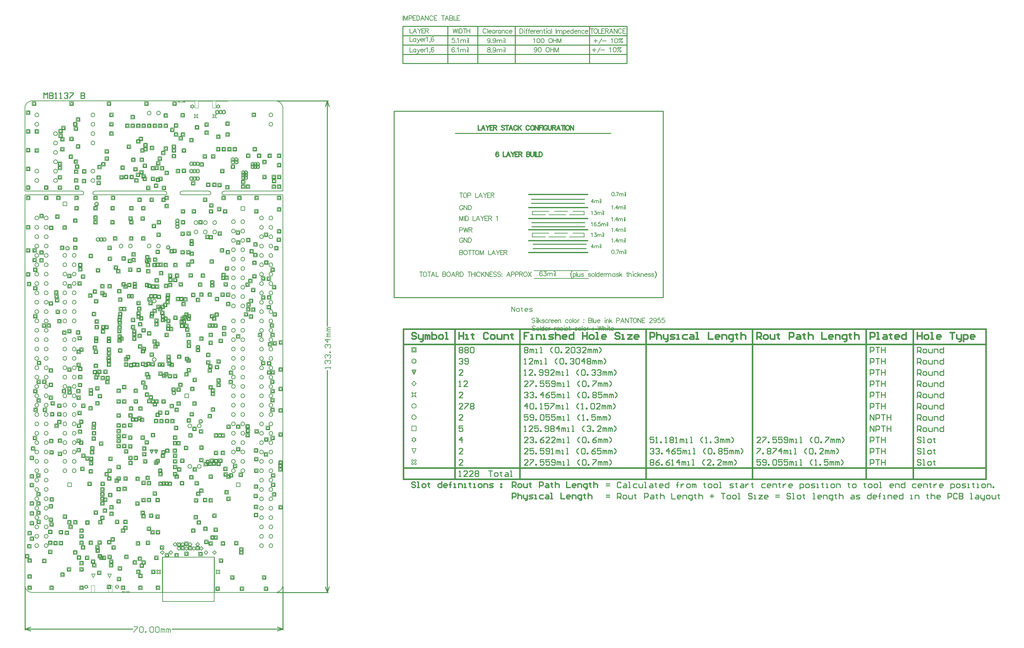
<source format=gbr>
%FSTAX23Y23*%
%MOIN*%
%SFA1B1*%

%IPPOS*%
%ADD55C,0.005000*%
%ADD56C,0.008000*%
%ADD58C,0.010000*%
%ADD62C,0.016000*%
%ADD63C,0.007000*%
%ADD64C,0.006000*%
%ADD70C,0.003940*%
%ADD71C,0.001970*%
%ADD89C,0.007870*%
%ADD155C,0.004000*%
%ADD157C,0.006670*%
%ADD158C,0.011800*%
%ADD159R,0.644000X0.017000*%
%ADD160C,0.004670*%
%ADD161C,0.014000*%
%LNmb1137-1*%
%LPD*%
G54D55*
X-00427Y-02121D02*
D01*
X-00427Y-02126*
X-00427Y-02132*
X-00426Y-02137*
X-00424Y-02142*
X-00423Y-02148*
X-0042Y-02153*
X-00418Y-02158*
X-00415Y-02162*
X-00412Y-02167*
X-00409Y-02171*
X-00405Y-02175*
X-00401Y-02179*
X-00397Y-02183*
X-00393Y-02186*
X-00388Y-02189*
X-00383Y-02191*
X-00378Y-02194*
X-00373Y-02196*
X-00368Y-02197*
X-00362Y-02198*
X-00357Y-02199*
X-00351Y-02199*
X-00349Y-02199*
X02249Y-02199D02*
D01*
X02254Y-02199*
X0226Y-02199*
X02265Y-02198*
X0227Y-02196*
X02276Y-02195*
X02281Y-02192*
X02286Y-0219*
X0229Y-02187*
X02295Y-02184*
X02299Y-02181*
X02303Y-02177*
X02307Y-02173*
X02311Y-02169*
X02314Y-02165*
X02317Y-0216*
X02319Y-02155*
X02322Y-0215*
X02324Y-02145*
X02325Y-0214*
X02326Y-02134*
X02327Y-02129*
X02327Y-02123*
X02327Y-02121*
X01698Y02085D02*
D01*
X01696Y02084*
X01695Y02084*
X01693Y02084*
X01692Y02084*
X01691Y02083*
X0169Y02083*
X01688Y02082*
X01687Y02082*
X01686Y02081*
X01685Y0208*
X01684Y02079*
X01683Y02078*
X01682Y02077*
X01681Y02076*
X0168Y02075*
X0168Y02073*
X01679Y02072*
X01679Y02071*
X01678Y0207*
X01678Y02068*
X01678Y02067*
X01678Y02066*
Y02064*
X01678Y02063*
X01678Y02061*
X01678Y0206*
X01679Y02059*
X01679Y02057*
X0168Y02056*
X0168Y02055*
X01681Y02054*
X01682Y02053*
X01683Y02052*
X01684Y02051*
X01685Y0205*
X01686Y02049*
X01687Y02048*
X01688Y02047*
X0169Y02047*
X01691Y02046*
X01692Y02046*
X01693Y02046*
X01695Y02045*
X01696Y02045*
X01698Y02045*
X0125Y02085D02*
D01*
X01248Y02084*
X01247Y02084*
X01245Y02084*
X01244Y02084*
X01243Y02083*
X01241Y02083*
X0124Y02082*
X01239Y02082*
X01238Y02081*
X01237Y0208*
X01236Y02079*
X01235Y02078*
X01234Y02077*
X01233Y02076*
X01232Y02075*
X01232Y02073*
X01231Y02072*
X01231Y02071*
X0123Y0207*
X0123Y02068*
X0123Y02067*
X0123Y02066*
Y02064*
X0123Y02063*
X0123Y02061*
X0123Y0206*
X01231Y02059*
X01231Y02057*
X01232Y02056*
X01232Y02055*
X01233Y02054*
X01234Y02053*
X01235Y02052*
X01236Y02051*
X01237Y0205*
X01238Y02049*
X01239Y02048*
X0124Y02047*
X01241Y02047*
X01243Y02046*
X01244Y02046*
X01245Y02046*
X01247Y02045*
X01248Y02045*
X0125Y02045*
X01538D02*
D01*
X01539Y02045*
X01541Y02045*
X01542Y02046*
X01544Y02046*
X01545Y02046*
X01546Y02047*
X01547Y02047*
X01549Y02048*
X0155Y02049*
X01551Y0205*
X01552Y02051*
X01553Y02052*
X01554Y02053*
X01554Y02054*
X01555Y02055*
X01556Y02056*
X01556Y02057*
X01557Y02059*
X01557Y0206*
X01557Y02061*
X01558Y02063*
X01558Y02064*
Y02066*
X01558Y02067*
X01557Y02068*
X01557Y0207*
X01557Y02071*
X01556Y02072*
X01556Y02073*
X01555Y02075*
X01554Y02076*
X01554Y02077*
X01553Y02078*
X01552Y02079*
X01551Y0208*
X0155Y02081*
X01549Y02082*
X01547Y02082*
X01546Y02083*
X01545Y02083*
X01544Y02084*
X01542Y02084*
X01541Y02084*
X01539Y02084*
X01538Y02085*
X00182Y02045D02*
D01*
X00183Y02045*
X00185Y02045*
X00186Y02046*
X00187Y02046*
X00189Y02046*
X0019Y02047*
X00191Y02047*
X00192Y02048*
X00193Y02049*
X00194Y0205*
X00195Y02051*
X00196Y02052*
X00197Y02053*
X00198Y02054*
X00199Y02055*
X00199Y02056*
X002Y02057*
X00201Y02059*
X00201Y0206*
X00201Y02061*
X00201Y02063*
X00201Y02064*
Y02066*
X00201Y02067*
X00201Y02068*
X00201Y0207*
X00201Y02071*
X002Y02072*
X00199Y02073*
X00199Y02075*
X00198Y02076*
X00197Y02077*
X00196Y02078*
X00195Y02079*
X00194Y0208*
X00193Y02081*
X00192Y02082*
X00191Y02082*
X0019Y02083*
X00189Y02083*
X00187Y02084*
X00186Y02084*
X00185Y02084*
X00183Y02084*
X00182Y02085*
X0032D02*
D01*
X00318Y02084*
X00317Y02084*
X00315Y02084*
X00314Y02084*
X00313Y02083*
X00312Y02083*
X0031Y02082*
X00309Y02082*
X00308Y02081*
X00307Y0208*
X00306Y02079*
X00305Y02078*
X00304Y02077*
X00303Y02076*
X00303Y02075*
X00302Y02073*
X00301Y02072*
X00301Y02071*
X003Y0207*
X003Y02068*
X003Y02067*
X003Y02066*
Y02064*
X003Y02063*
X003Y02061*
X003Y0206*
X00301Y02059*
X00301Y02057*
X00302Y02056*
X00303Y02055*
X00303Y02054*
X00304Y02053*
X00305Y02052*
X00306Y02051*
X00307Y0205*
X00308Y02049*
X00309Y02048*
X0031Y02047*
X00312Y02047*
X00313Y02046*
X00314Y02046*
X00315Y02046*
X00317Y02045*
X00318Y02045*
X0032Y02045*
X01068D02*
D01*
X01069Y02045*
X0107Y02045*
X01072Y02046*
X01073Y02046*
X01074Y02046*
X01076Y02047*
X01077Y02047*
X01078Y02048*
X01079Y02049*
X0108Y0205*
X01081Y02051*
X01082Y02052*
X01083Y02053*
X01084Y02054*
X01085Y02055*
X01085Y02056*
X01086Y02057*
X01086Y02059*
X01087Y0206*
X01087Y02061*
X01087Y02063*
X01087Y02064*
Y02066*
X01087Y02067*
X01087Y02068*
X01087Y0207*
X01086Y02071*
X01086Y02072*
X01085Y02073*
X01085Y02075*
X01084Y02076*
X01083Y02077*
X01082Y02078*
X01081Y02079*
X0108Y0208*
X01079Y02081*
X01078Y02082*
X01077Y02082*
X01076Y02083*
X01074Y02083*
X01073Y02084*
X01072Y02084*
X0107Y02084*
X01069Y02084*
X01068Y02085*
X-00349Y03049D02*
D01*
X-00354Y03049*
X-0036Y03048*
X-00365Y03047*
X-0037Y03046*
X-00376Y03044*
X-00381Y03042*
X-00386Y0304*
X-0039Y03037*
X-00395Y03034*
X-00399Y03031*
X-00403Y03027*
X-00407Y03023*
X-00411Y03019*
X-00414Y03014*
X-00417Y0301*
X-00419Y03005*
X-00422Y03*
X-00424Y02995*
X-00425Y02989*
X-00426Y02984*
X-00427Y02979*
X-00427Y02973*
X-00427Y0297*
X02327D02*
D01*
X02327Y02976*
X02327Y02981*
X02326Y02987*
X02324Y02992*
X02323Y02997*
X02321Y03002*
X02318Y03007*
X02315Y03012*
X02312Y03017*
X02309Y03021*
X02305Y03025*
X02301Y03029*
X02297Y03032*
X02293Y03036*
X02288Y03039*
X02283Y03041*
X02278Y03043*
X02273Y03045*
X02268Y03047*
X02262Y03048*
X02257Y03049*
X02251Y03049*
X02249Y03049*
X-00349Y-022D02*
X02249D01*
X0125Y02045D02*
X01538D01*
X0125Y02085D02*
X01538D01*
X-00349Y03049D02*
X02249D01*
X0032Y02045D02*
X01068D01*
X0032Y02085D02*
X01068D01*
X01698Y02045D02*
X02327D01*
X01698Y02085D02*
X02327D01*
X-00427D02*
X00182D01*
X-00427Y02045D02*
X00182D01*
X-00427Y02085D02*
Y0297D01*
X02327Y-02121D02*
Y02045D01*
Y02085D02*
Y0297D01*
D01*
X-00427Y-02121D02*
Y02045D01*
X01043Y-01825D02*
X01594D01*
X01043Y-02297D02*
Y-01825D01*
X01594Y-02297D02*
Y-01825D01*
X01043Y-02297D02*
X01594D01*
X01043Y-02199D02*
X01594D01*
X0128Y-0012D02*
Y-0008D01*
X0132*
Y-0012*
X0128*
X0188Y0188D02*
Y0192D01*
X0192*
Y0188*
X0188*
X-0002Y0193D02*
Y0197D01*
X0002*
Y0193*
X-0002*
X0003Y-0107D02*
Y-0103D01*
X0007*
Y-0107*
X0003*
X0183D02*
Y-0103D01*
X0187*
Y-0107*
X0183*
X00479Y-02044D02*
X00459Y-02004D01*
X00499*
X00479Y-02044*
X00304D02*
X00284Y-02004D01*
X00324*
X00304Y-02044*
X00226Y-02162D02*
X00236Y-02152D01*
X00246*
X00236Y-02142*
X00246Y-02132*
X00236*
X00226Y-02122*
X00216Y-02132*
X00206*
X00216Y-02142*
X00206Y-02152*
X00216*
X00226Y-02162*
X00557D02*
X00567Y-02152D01*
X00577*
X00567Y-02142*
X00577Y-02132*
X00567*
X00557Y-02122*
X00547Y-02132*
X00537*
X00547Y-02142*
X00537Y-02152*
X00547*
X00557Y-02162*
X01362Y02971D02*
X01372Y02981D01*
X01382*
X01372Y02991*
X01382Y03001*
X01372*
X01362Y03011*
X01352Y03001*
X01342*
X01352Y02991*
X01342Y02981*
X01352*
X01362Y02971*
X01637D02*
X01647Y02981D01*
X01657*
X01647Y02991*
X01657Y03001*
X01647*
X01637Y03011*
X01627Y03001*
X01617*
X01627Y02991*
X01617Y02981*
X01627*
X01637Y02971*
X01578Y02865D02*
X01588Y02885D01*
X01578Y02905*
X01598Y02895*
X01618Y02905*
X01608Y02885*
X01618Y02865*
X01598Y02875*
X01578Y02865*
X01381D02*
X01391Y02885D01*
X01381Y02905*
X01401Y02895*
X01421Y02905*
X01411Y02885*
X01421Y02865*
X01401Y02875*
X01381Y02865*
X00944Y00904D02*
Y00894D01*
X00964*
Y00904*
X00974*
Y00924*
X00964*
Y00934*
X00944*
Y00924*
X00934*
Y00904*
X00944*
X00943Y00275D02*
Y00265D01*
X00963*
Y00275*
X00973*
Y00295*
X00963*
Y00305*
X00943*
Y00295*
X00933*
Y00275*
X00943*
X01615Y-02002D02*
X01625D01*
X01635Y-01992*
X01645Y-02002*
X01655*
Y-01992*
X01645Y-01982*
X01655Y-01972*
Y-01962*
X01645*
X01635Y-01972*
X01625Y-01962*
X01615*
Y-01972*
X01625Y-01982*
X01615Y-01992*
Y-02002*
X01486Y-01773D02*
X01506Y-01753D01*
X01526Y-01773*
X01506Y-01793*
X01486Y-01773*
X01158Y-01687D02*
X01178Y-01667D01*
X01198Y-01687*
X01178Y-01707*
X01158Y-01687*
X01198Y-0173D02*
X01218Y-0171D01*
X01238Y-0173*
X01218Y-0175*
X01198Y-0173*
X01238Y-01687D02*
X01258Y-01667D01*
X01278Y-01687*
X01258Y-01707*
X01238Y-01687*
X01278Y-0173D02*
X01298Y-0171D01*
X01318Y-0173*
X01298Y-0175*
X01278Y-0173*
X01319Y-01687D02*
X01339Y-01667D01*
X01359Y-01687*
X01339Y-01707*
X01319Y-01687*
X01359Y-0173D02*
X01379Y-0171D01*
X01399Y-0173*
X01379Y-0175*
X01359Y-0173*
X01399Y-01687D02*
X01419Y-01667D01*
X01439Y-01687*
X01419Y-01707*
X01399Y-01687*
X01439Y-0173D02*
X01459Y-0171D01*
X01479Y-0173*
X01459Y-0175*
X01439Y-0173*
X01576Y-01773D02*
X01596Y-01753D01*
X01616Y-01773*
X01596Y-01793*
X01576Y-01773*
X01111D02*
X01131Y-01753D01*
X01151Y-01773*
X01131Y-01793*
X01111Y-01773*
X01021D02*
X01041Y-01753D01*
X01061Y-01773*
X01041Y-01793*
X01021Y-01773*
X00982Y-02002D02*
X00992D01*
X01002Y-01992*
X01012Y-02002*
X01022*
Y-01992*
X01012Y-01982*
X01022Y-01972*
Y-01962*
X01012*
X01002Y-01972*
X00992Y-01962*
X00982*
Y-01972*
X00992Y-01982*
X00982Y-01992*
Y-02002*
X00958Y00682D02*
Y00722D01*
X00998*
Y00682*
X00958*
X00966Y0069D02*
Y00714D01*
X0099*
Y0069*
X00966*
X01529Y-00336D02*
Y-00296D01*
X01569*
Y-00336*
X01529*
X01537Y-00328D02*
Y-00304D01*
X01561*
Y-00328*
X01537*
X01113Y00594D02*
Y00634D01*
X01153*
Y00594*
X01113*
X01121Y00602D02*
Y00626D01*
X01145*
Y00602*
X01121*
X01363Y-00474D02*
Y-00434D01*
X01403*
Y-00474*
X01363*
X01371Y-00466D02*
Y-00442D01*
X01395*
Y-00466*
X01371*
X00535Y-01026D02*
Y-00986D01*
X00575*
Y-01026*
X00535*
X00543Y-01018D02*
Y-00994D01*
X00567*
Y-01018*
X00543*
X02021Y-01394D02*
Y-01354D01*
X02061*
Y-01394*
X02021*
X02029Y-01386D02*
Y-01362D01*
X02053*
Y-01386*
X02029*
X00959Y00644D02*
Y00684D01*
X00999*
Y00644*
X00959*
X00967Y00652D02*
Y00676D01*
X00991*
Y00652*
X00967*
X01067Y00529D02*
Y00569D01*
X01107*
Y00529*
X01067*
X01075Y00537D02*
Y00561D01*
X01099*
Y00537*
X01075*
X0088Y00546D02*
Y00586D01*
X0092*
Y00546*
X0088*
X00888Y00554D02*
Y00578D01*
X00912*
Y00554*
X00888*
X00895Y00869D02*
Y00909D01*
X00935*
Y00869*
X00895*
X00903Y00877D02*
Y00901D01*
X00927*
Y00877*
X00903*
X01665Y00958D02*
Y00998D01*
X01705*
Y00958*
X01665*
X01673Y00966D02*
Y0099D01*
X01697*
Y00966*
X01673*
X01673Y0117D02*
Y0121D01*
X01713*
Y0117*
X01673*
X01681Y01178D02*
Y01202D01*
X01705*
Y01178*
X01681*
X01453Y01164D02*
Y01204D01*
X01493*
Y01164*
X01453*
X01461Y01172D02*
Y01196D01*
X01485*
Y01172*
X01461*
X01325Y01165D02*
Y01205D01*
X01365*
Y01165*
X01325*
X01333Y01173D02*
Y01197D01*
X01357*
Y01173*
X01333*
X00354Y-01833D02*
Y-01793D01*
X00394*
Y-01833*
X00354*
X00362Y-01825D02*
Y-01801D01*
X00386*
Y-01825*
X00362*
X01433Y-00502D02*
Y-00462D01*
X01473*
Y-00502*
X01433*
X01441Y-00494D02*
Y-0047D01*
X01465*
Y-00494*
X01441*
X01485Y-0085D02*
Y-0081D01*
X01525*
Y-0085*
X01485*
X01493Y-00842D02*
Y-00818D01*
X01517*
Y-00842*
X01493*
X01506Y-00827D02*
Y-00787D01*
X01546*
Y-00827*
X01506*
X01514Y-00819D02*
Y-00795D01*
X01538*
Y-00819*
X01514*
X0153Y-00847D02*
Y-00807D01*
X0157*
Y-00847*
X0153*
X01538Y-00839D02*
Y-00815D01*
X01562*
Y-00839*
X01538*
X01549Y-00815D02*
Y-00775D01*
X01589*
Y-00815*
X01549*
X01557Y-00807D02*
Y-00783D01*
X01581*
Y-00807*
X01557*
X01571Y-00845D02*
Y-00805D01*
X01611*
Y-00845*
X01571*
X01579Y-00837D02*
Y-00813D01*
X01603*
Y-00837*
X01579*
X01594Y-00816D02*
Y-00776D01*
X01634*
Y-00816*
X01594*
X01602Y-00808D02*
Y-00784D01*
X01626*
Y-00808*
X01602*
X01593Y-00731D02*
Y-00691D01*
X01633*
Y-00731*
X01593*
X01601Y-00723D02*
Y-00699D01*
X01625*
Y-00723*
X01601*
X01536Y-01698D02*
Y-01658D01*
X01576*
Y-01698*
X01536*
X01544Y-0169D02*
Y-01666D01*
X01568*
Y-0169*
X01544*
X0159Y-01635D02*
Y-01595D01*
X0163*
Y-01635*
X0159*
X01598Y-01627D02*
Y-01603D01*
X01622*
Y-01627*
X01598*
X01556Y-01634D02*
Y-01594D01*
X01596*
Y-01634*
X01556*
X01564Y-01626D02*
Y-01602D01*
X01588*
Y-01626*
X01564*
X00998Y-0092D02*
Y-0088D01*
X01038*
Y-0092*
X00998*
X01006Y-00912D02*
Y-00888D01*
X0103*
Y-00912*
X01006*
X01621Y-00847D02*
Y-00807D01*
X01661*
Y-00847*
X01621*
X01629Y-00839D02*
Y-00815D01*
X01653*
Y-00839*
X01629*
X01595Y-00544D02*
Y-00504D01*
X01635*
Y-00544*
X01595*
X01603Y-00536D02*
Y-00512D01*
X01627*
Y-00536*
X01603*
X01697Y-00961D02*
Y-00921D01*
X01737*
Y-00961*
X01697*
X01705Y-00953D02*
Y-00929D01*
X01729*
Y-00953*
X01705*
X01528Y00628D02*
Y00668D01*
X01568*
Y00628*
X01528*
X01536Y00636D02*
Y0066D01*
X0156*
Y00636*
X01536*
X01156Y-00956D02*
Y-00916D01*
X01196*
Y-00956*
X01156*
X01164Y-00948D02*
Y-00924D01*
X01188*
Y-00948*
X01164*
X01729Y-00983D02*
Y-00943D01*
X01769*
Y-00983*
X01729*
X01737Y-00975D02*
Y-00951D01*
X01761*
Y-00975*
X01737*
X01859Y-00965D02*
Y-00925D01*
X01899*
Y-00965*
X01859*
X01867Y-00957D02*
Y-00933D01*
X01891*
Y-00957*
X01867*
X01755Y-0097D02*
Y-0093D01*
X01795*
Y-0097*
X01755*
X01763Y-00962D02*
Y-00938D01*
X01787*
Y-00962*
X01763*
X01156Y-00882D02*
Y-00842D01*
X01196*
Y-00882*
X01156*
X01164Y-00874D02*
Y-0085D01*
X01188*
Y-00874*
X01164*
X01174Y-00983D02*
Y-00943D01*
X01214*
Y-00983*
X01174*
X01182Y-00975D02*
Y-00951D01*
X01206*
Y-00975*
X01182*
X02023Y-00798D02*
Y-00758D01*
X02063*
Y-00798*
X02023*
X02031Y-0079D02*
Y-00766D01*
X02055*
Y-0079*
X02031*
X01423Y01067D02*
Y01107D01*
X01463*
Y01067*
X01423*
X01431Y01075D02*
Y01099D01*
X01455*
Y01075*
X01431*
X00882Y01053D02*
Y01093D01*
X00922*
Y01053*
X00882*
X0089Y01061D02*
Y01085D01*
X00914*
Y01061*
X0089*
X00924Y01046D02*
Y01086D01*
X00964*
Y01046*
X00924*
X00932Y01054D02*
Y01078D01*
X00956*
Y01054*
X00932*
X00727Y01046D02*
Y01086D01*
X00767*
Y01046*
X00727*
X00735Y01054D02*
Y01078D01*
X00759*
Y01054*
X00735*
X00726Y01074D02*
Y01114D01*
X00766*
Y01074*
X00726*
X00734Y01082D02*
Y01106D01*
X00758*
Y01082*
X00734*
X01553Y0109D02*
Y0113D01*
X01593*
Y0109*
X01553*
X01561Y01098D02*
Y01122D01*
X01585*
Y01098*
X01561*
X0171Y01239D02*
Y01279D01*
X0175*
Y01239*
X0171*
X01718Y01247D02*
Y01271D01*
X01742*
Y01247*
X01718*
X01554Y01061D02*
Y01101D01*
X01594*
Y01061*
X01554*
X01562Y01069D02*
Y01093D01*
X01586*
Y01069*
X01562*
X01969Y00726D02*
Y00766D01*
X02009*
Y00726*
X01969*
X01977Y00734D02*
Y00758D01*
X02001*
Y00734*
X01977*
X01915Y00749D02*
Y00789D01*
X01955*
Y00749*
X01915*
X01923Y00757D02*
Y00781D01*
X01947*
Y00757*
X01923*
X0183Y00514D02*
Y00554D01*
X0187*
Y00514*
X0183*
X01838Y00522D02*
Y00546D01*
X01862*
Y00522*
X01838*
X0168Y00604D02*
Y00644D01*
X0172*
Y00604*
X0168*
X01688Y00612D02*
Y00636D01*
X01712*
Y00612*
X01688*
X0168Y0054D02*
Y0058D01*
X0172*
Y0054*
X0168*
X01688Y00548D02*
Y00572D01*
X01712*
Y00548*
X01688*
X00409Y-01346D02*
Y-01306D01*
X00449*
Y-01346*
X00409*
X00417Y-01338D02*
Y-01314D01*
X00441*
Y-01338*
X00417*
X01549Y01314D02*
Y01354D01*
X01589*
Y01314*
X01549*
X01557Y01322D02*
Y01346D01*
X01581*
Y01322*
X01557*
X00475Y-01891D02*
Y-01851D01*
X00515*
Y-01891*
X00475*
X00483Y-01883D02*
Y-01859D01*
X00507*
Y-01883*
X00483*
X00281Y-01892D02*
Y-01852D01*
X00321*
Y-01892*
X00281*
X00289Y-01884D02*
Y-0186D01*
X00313*
Y-01884*
X00289*
X00293Y-01929D02*
Y-01889D01*
X00333*
Y-01929*
X00293*
X00301Y-01921D02*
Y-01897D01*
X00325*
Y-01921*
X00301*
X00475Y-01929D02*
Y-01889D01*
X00515*
Y-01929*
X00475*
X00483Y-01921D02*
Y-01897D01*
X00507*
Y-01921*
X00483*
X00396Y-01851D02*
Y-01811D01*
X00436*
Y-01851*
X00396*
X00404Y-01843D02*
Y-01819D01*
X00428*
Y-01843*
X00404*
X00372Y-01851D02*
Y-01811D01*
X00412*
Y-01851*
X00372*
X0038Y-01843D02*
Y-01819D01*
X00404*
Y-01843*
X0038*
X00943Y01334D02*
Y01374D01*
X00983*
Y01334*
X00943*
X00951Y01342D02*
Y01366D01*
X00975*
Y01342*
X00951*
X01088Y00256D02*
Y00296D01*
X01128*
Y00256*
X01088*
X01096Y00264D02*
Y00288D01*
X0112*
Y00264*
X01096*
X01088Y00295D02*
Y00335D01*
X01128*
Y00295*
X01088*
X01096Y00303D02*
Y00327D01*
X0112*
Y00303*
X01096*
X01098Y00223D02*
Y00263D01*
X01138*
Y00223*
X01098*
X01106Y00231D02*
Y00255D01*
X0113*
Y00231*
X01106*
X00786Y-02044D02*
Y-02004D01*
X00826*
Y-02044*
X00786*
X00794Y-02036D02*
Y-02012D01*
X00818*
Y-02036*
X00794*
X00568Y-01965D02*
Y-01925D01*
X00608*
Y-01965*
X00568*
X00576Y-01957D02*
Y-01933D01*
X006*
Y-01957*
X00576*
X00637Y-0184D02*
Y-018D01*
X00677*
Y-0184*
X00637*
X00645Y-01832D02*
Y-01808D01*
X00669*
Y-01832*
X00645*
X00762Y-01696D02*
Y-01656D01*
X00802*
Y-01696*
X00762*
X0077Y-01688D02*
Y-01664D01*
X00794*
Y-01688*
X0077*
X-0024Y-01884D02*
Y-01844D01*
X-002*
Y-01884*
X-0024*
X-00232Y-01876D02*
Y-01852D01*
X-00208*
Y-01876*
X-00232*
X00328Y-01738D02*
Y-01698D01*
X00368*
Y-01738*
X00328*
X00336Y-0173D02*
Y-01706D01*
X0036*
Y-0173*
X00336*
X00352Y-01688D02*
Y-01648D01*
X00392*
Y-01688*
X00352*
X0036Y-0168D02*
Y-01656D01*
X00384*
Y-0168*
X0036*
X00822Y-01902D02*
Y-01862D01*
X00862*
Y-01902*
X00822*
X0083Y-01894D02*
Y-0187D01*
X00854*
Y-01894*
X0083*
X00492Y-01654D02*
Y-01614D01*
X00532*
Y-01654*
X00492*
X005Y-01646D02*
Y-01622D01*
X00524*
Y-01646*
X005*
X00453Y-01684D02*
Y-01644D01*
X00493*
Y-01684*
X00453*
X00461Y-01676D02*
Y-01652D01*
X00485*
Y-01676*
X00461*
X00216Y-01851D02*
Y-01811D01*
X00256*
Y-01851*
X00216*
X00224Y-01843D02*
Y-01819D01*
X00248*
Y-01843*
X00224*
X00458Y-01842D02*
Y-01802D01*
X00498*
Y-01842*
X00458*
X00466Y-01834D02*
Y-0181D01*
X0049*
Y-01834*
X00466*
X005Y-01741D02*
Y-01701D01*
X0054*
Y-01741*
X005*
X00508Y-01733D02*
Y-01709D01*
X00532*
Y-01733*
X00508*
X00347Y-02011D02*
Y-01971D01*
X00387*
Y-02011*
X00347*
X00355Y-02003D02*
Y-01979D01*
X00379*
Y-02003*
X00355*
X00331Y-01775D02*
Y-01735D01*
X00371*
Y-01775*
X00331*
X00339Y-01767D02*
Y-01743D01*
X00363*
Y-01767*
X00339*
X00866Y-01692D02*
Y-01652D01*
X00906*
Y-01692*
X00866*
X00874Y-01684D02*
Y-0166D01*
X00898*
Y-01684*
X00874*
X00765Y-02D02*
Y-0196D01*
X00805*
Y-02*
X00765*
X00773Y-01992D02*
Y-01968D01*
X00797*
Y-01992*
X00773*
X00559Y-02078D02*
Y-02038D01*
X00599*
Y-02078*
X00559*
X00567Y-0207D02*
Y-02046D01*
X00591*
Y-0207*
X00567*
X00727Y-01899D02*
Y-01859D01*
X00767*
Y-01899*
X00727*
X00735Y-01891D02*
Y-01867D01*
X00759*
Y-01891*
X00735*
X0078Y-01859D02*
Y-01819D01*
X0082*
Y-01859*
X0078*
X00788Y-01851D02*
Y-01827D01*
X00812*
Y-01851*
X00788*
X00602Y-01559D02*
Y-01519D01*
X00642*
Y-01559*
X00602*
X0061Y-01551D02*
Y-01527D01*
X00634*
Y-01551*
X0061*
X00802Y-01934D02*
Y-01894D01*
X00842*
Y-01934*
X00802*
X0081Y-01926D02*
Y-01902D01*
X00834*
Y-01926*
X0081*
X01644Y00465D02*
Y00505D01*
X01684*
Y00465*
X01644*
X01652Y00473D02*
Y00497D01*
X01676*
Y00473*
X01652*
X-003Y-00169D02*
Y-00129D01*
X-0026*
Y-00169*
X-003*
X-00292Y-00161D02*
Y-00137D01*
X-00268*
Y-00161*
X-00292*
X00122Y00556D02*
Y00596D01*
X00162*
Y00556*
X00122*
X0013Y00564D02*
Y00588D01*
X00154*
Y00564*
X0013*
X00156Y00372D02*
Y00412D01*
X00196*
Y00372*
X00156*
X00164Y0038D02*
Y00404D01*
X00188*
Y0038*
X00164*
X-00169Y-00003D02*
Y00036D01*
X-00129*
Y-00003*
X-00169*
X-00161Y00004D02*
Y00028D01*
X-00137*
Y00004*
X-00161*
X00138Y00495D02*
Y00535D01*
X00178*
Y00495*
X00138*
X00146Y00503D02*
Y00527D01*
X0017*
Y00503*
X00146*
X01992Y00801D02*
Y00841D01*
X02032*
Y00801*
X01992*
X02Y00809D02*
Y00833D01*
X02024*
Y00809*
X02*
X01939Y00804D02*
Y00844D01*
X01979*
Y00804*
X01939*
X01947Y00812D02*
Y00836D01*
X01971*
Y00812*
X01947*
X02284Y0016D02*
Y002D01*
X02324*
Y0016*
X02284*
X02292Y00168D02*
Y00192D01*
X02316*
Y00168*
X02292*
X01053Y00703D02*
Y00743D01*
X01093*
Y00703*
X01053*
X01061Y00711D02*
Y00735D01*
X01085*
Y00711*
X01061*
X0217Y00431D02*
Y00471D01*
X0221*
Y00431*
X0217*
X02178Y00439D02*
Y00463D01*
X02202*
Y00439*
X02178*
X0222D02*
Y00478D01*
X0226*
Y00439*
X0222*
X02228Y00446D02*
Y00471D01*
X02252*
Y00446*
X02228*
X02286Y00449D02*
Y00489D01*
X02326*
Y00449*
X02286*
X02294Y00457D02*
Y00481D01*
X02318*
Y00457*
X02294*
X02161Y00226D02*
Y00266D01*
X02201*
Y00226*
X02161*
X02169Y00234D02*
Y00258D01*
X02193*
Y00234*
X02169*
X01969Y00894D02*
Y00934D01*
X02009*
Y00894*
X01969*
X01977Y00902D02*
Y00926D01*
X02001*
Y00902*
X01977*
X02065Y00531D02*
Y00571D01*
X02105*
Y00531*
X02065*
X02073Y00539D02*
Y00563D01*
X02097*
Y00539*
X02073*
X-00336Y01226D02*
Y01266D01*
X-00296*
Y01226*
X-00336*
X-00328Y01234D02*
Y01258D01*
X-00304*
Y01234*
X-00328*
X-00192Y0063D02*
Y0067D01*
X-00152*
Y0063*
X-00192*
X-00184Y00638D02*
Y00662D01*
X-0016*
Y00638*
X-00184*
X02131Y-00588D02*
Y-00548D01*
X02171*
Y-00588*
X02131*
X02139Y-0058D02*
Y-00556D01*
X02163*
Y-0058*
X02139*
X00137Y01079D02*
Y01119D01*
X00177*
Y01079*
X00137*
X00145Y01087D02*
Y01111D01*
X00169*
Y01087*
X00145*
X00936Y01277D02*
Y01317D01*
X00976*
Y01277*
X00936*
X00944Y01285D02*
Y01309D01*
X00968*
Y01285*
X00944*
X00131Y-00441D02*
Y-00401D01*
X00171*
Y-00441*
X00131*
X00139Y-00433D02*
Y-00409D01*
X00163*
Y-00433*
X00139*
X00028Y00159D02*
Y00199D01*
X00068*
Y00159*
X00028*
X00036Y00167D02*
Y00191D01*
X0006*
Y00167*
X00036*
X01009Y0119D02*
Y0123D01*
X01049*
Y0119*
X01009*
X01017Y01198D02*
Y01222D01*
X01041*
Y01198*
X01017*
X01831Y-00692D02*
Y-00652D01*
X01871*
Y-00692*
X01831*
X01839Y-00684D02*
Y-0066D01*
X01863*
Y-00684*
X01839*
X00679Y-00662D02*
Y-00622D01*
X00719*
Y-00662*
X00679*
X00687Y-00654D02*
Y-0063D01*
X00711*
Y-00654*
X00687*
X0088Y-00178D02*
Y-00138D01*
X0092*
Y-00178*
X0088*
X00888Y-0017D02*
Y-00146D01*
X00912*
Y-0017*
X00888*
X00828Y-00684D02*
Y-00644D01*
X00868*
Y-00684*
X00828*
X00836Y-00676D02*
Y-00652D01*
X0086*
Y-00676*
X00836*
X01277Y-01702D02*
Y-01662D01*
X01317*
Y-01702*
X01277*
X01285Y-01694D02*
Y-0167D01*
X01309*
Y-01694*
X01285*
X01398Y-01746D02*
Y-01706D01*
X01438*
Y-01746*
X01398*
X01406Y-01738D02*
Y-01714D01*
X0143*
Y-01738*
X01406*
X01317Y-01746D02*
Y-01706D01*
X01357*
Y-01746*
X01317*
X01325Y-01738D02*
Y-01714D01*
X01349*
Y-01738*
X01325*
X01753Y00127D02*
Y00167D01*
X01793*
Y00127*
X01753*
X01761Y00135D02*
Y00159D01*
X01785*
Y00135*
X01761*
X0055Y01211D02*
Y01251D01*
X0059*
Y01211*
X0055*
X00558Y01219D02*
Y01243D01*
X00582*
Y01219*
X00558*
X00676Y-00435D02*
Y-00395D01*
X00716*
Y-00435*
X00676*
X00684Y-00427D02*
Y-00403D01*
X00708*
Y-00427*
X00684*
X00812Y01772D02*
Y01812D01*
X00852*
Y01772*
X00812*
X0082Y0178D02*
Y01804D01*
X00844*
Y0178*
X0082*
X00682Y01772D02*
Y01812D01*
X00722*
Y01772*
X00682*
X0069Y0178D02*
Y01804D01*
X00714*
Y0178*
X0069*
X00779Y01973D02*
Y02013D01*
X00819*
Y01973*
X00779*
X00787Y01981D02*
Y02005D01*
X00811*
Y01981*
X00787*
X00906Y01972D02*
Y02012D01*
X00946*
Y01972*
X00906*
X00914Y0198D02*
Y02004D01*
X00938*
Y0198*
X00914*
X01478Y01972D02*
Y02012D01*
X01518*
Y01972*
X01478*
X01486Y0198D02*
Y02004D01*
X0151*
Y0198*
X01486*
X01033Y01973D02*
Y02013D01*
X01073*
Y01973*
X01033*
X01041Y01981D02*
Y02005D01*
X01065*
Y01981*
X01041*
X-00331Y-0027D02*
Y-0023D01*
X-00291*
Y-0027*
X-00331*
X-00323Y-00262D02*
Y-00238D01*
X-00299*
Y-00262*
X-00323*
X00142Y-00503D02*
Y-00463D01*
X00182*
Y-00503*
X00142*
X0015Y-00495D02*
Y-00471D01*
X00174*
Y-00495*
X0015*
X00129Y-00602D02*
Y-00562D01*
X00169*
Y-00602*
X00129*
X00137Y-00594D02*
Y-0057D01*
X00161*
Y-00594*
X00137*
X01724Y00861D02*
Y00901D01*
X01764*
Y00861*
X01724*
X01732Y00869D02*
Y00893D01*
X01756*
Y00869*
X01732*
X00262Y-00794D02*
Y-00754D01*
X00302*
Y-00794*
X00262*
X0027Y-00786D02*
Y-00762D01*
X00294*
Y-00786*
X0027*
X00673Y01319D02*
Y01359D01*
X00713*
Y01319*
X00673*
X00681Y01327D02*
Y01351D01*
X00705*
Y01327*
X00681*
X00342Y02152D02*
Y02192D01*
X00382*
Y02152*
X00342*
X0035Y0216D02*
Y02184D01*
X00374*
Y0216*
X0035*
X00341Y02211D02*
Y02251D01*
X00381*
Y02211*
X00341*
X00349Y02219D02*
Y02243D01*
X00373*
Y02219*
X00349*
X00391Y02354D02*
Y02394D01*
X00431*
Y02354*
X00391*
X00399Y02362D02*
Y02386D01*
X00423*
Y02362*
X00399*
X0035Y02324D02*
Y02364D01*
X0039*
Y02324*
X0035*
X00358Y02332D02*
Y02356D01*
X00382*
Y02332*
X00358*
X00043Y02433D02*
Y02473D01*
X00083*
Y02433*
X00043*
X00051Y02441D02*
Y02465D01*
X00075*
Y02441*
X00051*
X00111Y02326D02*
Y02366D01*
X00151*
Y02326*
X00111*
X00119Y02334D02*
Y02358D01*
X00143*
Y02334*
X00119*
X00185Y02174D02*
Y02214D01*
X00225*
Y02174*
X00185*
X00193Y02182D02*
Y02206D01*
X00217*
Y02182*
X00193*
X00187Y02276D02*
Y02316D01*
X00227*
Y02276*
X00187*
X00195Y02284D02*
Y02308D01*
X00219*
Y02284*
X00195*
X00585Y02212D02*
Y02252D01*
X00625*
Y02212*
X00585*
X00593Y0222D02*
Y02244D01*
X00617*
Y0222*
X00593*
X00834Y02335D02*
Y02375D01*
X00874*
Y02335*
X00834*
X00842Y02343D02*
Y02367D01*
X00866*
Y02343*
X00842*
X00099Y02732D02*
Y02772D01*
X00139*
Y02732*
X00099*
X00107Y0274D02*
Y02764D01*
X00131*
Y0274*
X00107*
X-00065Y02655D02*
Y02695D01*
X-00025*
Y02655*
X-00065*
X-00057Y02663D02*
Y02687D01*
X-00033*
Y02663*
X-00057*
X-00065Y02706D02*
Y02746D01*
X-00025*
Y02706*
X-00065*
X-00057Y02714D02*
Y02738D01*
X-00033*
Y02714*
X-00057*
X02198Y-00572D02*
Y-00532D01*
X02238*
Y-00572*
X02198*
X02206Y-00564D02*
Y-0054D01*
X0223*
Y-00564*
X02206*
X01237Y-01746D02*
Y-01706D01*
X01277*
Y-01746*
X01237*
X01245Y-01738D02*
Y-01714D01*
X01269*
Y-01738*
X01245*
X01199Y-01711D02*
Y-01671D01*
X01239*
Y-01711*
X01199*
X01207Y-01703D02*
Y-01679D01*
X01231*
Y-01703*
X01207*
X00902Y-01402D02*
Y-01362D01*
X00942*
Y-01402*
X00902*
X0091Y-01394D02*
Y-0137D01*
X00934*
Y-01394*
X0091*
X00812Y-0137D02*
Y-0133D01*
X00852*
Y-0137*
X00812*
X0082Y-01362D02*
Y-01338D01*
X00844*
Y-01362*
X0082*
X0097Y-01411D02*
Y-01371D01*
X0101*
Y-01411*
X0097*
X00978Y-01403D02*
Y-01379D01*
X01002*
Y-01403*
X00978*
X00971Y-01234D02*
Y-01194D01*
X01011*
Y-01234*
X00971*
X00979Y-01226D02*
Y-01202D01*
X01003*
Y-01226*
X00979*
X01379Y-01416D02*
Y-01376D01*
X01419*
Y-01416*
X01379*
X01387Y-01408D02*
Y-01384D01*
X01411*
Y-01408*
X01387*
X01382Y-01238D02*
Y-01198D01*
X01422*
Y-01238*
X01382*
X0139Y-0123D02*
Y-01206D01*
X01414*
Y-0123*
X0139*
X-00424Y-01834D02*
Y-01794D01*
X-00384*
Y-01834*
X-00424*
X-00416Y-01826D02*
Y-01802D01*
X-00392*
Y-01826*
X-00416*
X-00302Y-0137D02*
Y-0133D01*
X-00262*
Y-0137*
X-00302*
X-00294Y-01362D02*
Y-01338D01*
X-0027*
Y-01362*
X-00294*
X-00302Y-0127D02*
Y-0123D01*
X-00262*
Y-0127*
X-00302*
X-00294Y-01262D02*
Y-01238D01*
X-0027*
Y-01262*
X-00294*
X-00301Y-0117D02*
Y-0113D01*
X-00261*
Y-0117*
X-00301*
X-00293Y-01162D02*
Y-01138D01*
X-00269*
Y-01162*
X-00293*
X-00168Y-01445D02*
Y-01405D01*
X-00128*
Y-01445*
X-00168*
X-0016Y-01437D02*
Y-01413D01*
X-00136*
Y-01437*
X-0016*
X-003Y-01468D02*
Y-01428D01*
X-0026*
Y-01468*
X-003*
X-00292Y-0146D02*
Y-01436D01*
X-00268*
Y-0146*
X-00292*
X-00303Y-00971D02*
Y-00931D01*
X-00263*
Y-00971*
X-00303*
X-00295Y-00963D02*
Y-00939D01*
X-00271*
Y-00963*
X-00295*
X-00071Y-00741D02*
Y-00701D01*
X-00031*
Y-00741*
X-00071*
X-00063Y-00733D02*
Y-00709D01*
X-00039*
Y-00733*
X-00063*
X00127Y-00141D02*
Y-00101D01*
X00167*
Y-00141*
X00127*
X00135Y-00133D02*
Y-00109D01*
X00159*
Y-00133*
X00135*
X00031Y-00085D02*
Y-00045D01*
X00071*
Y-00085*
X00031*
X00039Y-00077D02*
Y-00053D01*
X00063*
Y-00077*
X00039*
X-00029Y-00069D02*
Y-00029D01*
X00011*
Y-00069*
X-00029*
X-00021Y-00061D02*
Y-00037D01*
X00003*
Y-00061*
X-00021*
X00386Y00566D02*
Y00606D01*
X00426*
Y00566*
X00386*
X00394Y00574D02*
Y00598D01*
X00418*
Y00574*
X00394*
X01672Y01139D02*
Y01179D01*
X01712*
Y01139*
X01672*
X0168Y01147D02*
Y01171D01*
X01704*
Y01147*
X0168*
X02099Y01132D02*
Y01172D01*
X02139*
Y01132*
X02099*
X02107Y0114D02*
Y01164D01*
X02131*
Y0114*
X02107*
X01106Y01116D02*
Y01156D01*
X01146*
Y01116*
X01106*
X01114Y01124D02*
Y01148D01*
X01138*
Y01124*
X01114*
X01026Y00726D02*
Y00766D01*
X01066*
Y00726*
X01026*
X01034Y00734D02*
Y00758D01*
X01058*
Y00734*
X01034*
X00767Y00869D02*
Y00909D01*
X00807*
Y00869*
X00767*
X00775Y00877D02*
Y00901D01*
X00799*
Y00877*
X00775*
X00707Y00614D02*
Y00654D01*
X00747*
Y00614*
X00707*
X00715Y00622D02*
Y00646D01*
X00739*
Y00622*
X00715*
X00795Y00706D02*
Y00746D01*
X00835*
Y00706*
X00795*
X00803Y00714D02*
Y00738D01*
X00827*
Y00714*
X00803*
X00708Y00689D02*
Y00729D01*
X00748*
Y00689*
X00708*
X00716Y00697D02*
Y00721D01*
X0074*
Y00697*
X00716*
X01024Y00828D02*
Y00868D01*
X01064*
Y00828*
X01024*
X01032Y00836D02*
Y0086D01*
X01056*
Y00836*
X01032*
X00963Y01045D02*
Y01085D01*
X01003*
Y01045*
X00963*
X00971Y01053D02*
Y01077D01*
X00995*
Y01053*
X00971*
X02161Y0093D02*
Y0097D01*
X02201*
Y0093*
X02161*
X02169Y00938D02*
Y00962D01*
X02193*
Y00938*
X02169*
X02159Y00826D02*
Y00866D01*
X02199*
Y00826*
X02159*
X02167Y00834D02*
Y00858D01*
X02191*
Y00834*
X02167*
X01051Y00849D02*
Y00889D01*
X01091*
Y00849*
X01051*
X01059Y00857D02*
Y00881D01*
X01083*
Y00857*
X01059*
X02222Y00749D02*
Y00789D01*
X02262*
Y00749*
X02222*
X0223Y00757D02*
Y00781D01*
X02254*
Y00757*
X0223*
X00906Y00731D02*
Y00771D01*
X00946*
Y00731*
X00906*
X00914Y00739D02*
Y00763D01*
X00938*
Y00739*
X00914*
X01298Y0128D02*
Y0132D01*
X01338*
Y0128*
X01298*
X01306Y01288D02*
Y01312D01*
X0133*
Y01288*
X01306*
X00669Y01063D02*
Y01103D01*
X00709*
Y01063*
X00669*
X00677Y01071D02*
Y01095D01*
X00701*
Y01071*
X00677*
X00628Y01047D02*
Y01087D01*
X00668*
Y01047*
X00628*
X00636Y01055D02*
Y01079D01*
X0066*
Y01055*
X00636*
X01693Y-00901D02*
Y-00861D01*
X01733*
Y-00901*
X01693*
X01701Y-00893D02*
Y-00869D01*
X01725*
Y-00893*
X01701*
X01642Y-00815D02*
Y-00775D01*
X01682*
Y-00815*
X01642*
X0165Y-00807D02*
Y-00783D01*
X01674*
Y-00807*
X0165*
X01667Y-0073D02*
Y-0069D01*
X01707*
Y-0073*
X01667*
X01675Y-00722D02*
Y-00698D01*
X01699*
Y-00722*
X01675*
X01667Y-00545D02*
Y-00505D01*
X01707*
Y-00545*
X01667*
X01675Y-00537D02*
Y-00513D01*
X01699*
Y-00537*
X01675*
X01562Y-00266D02*
Y-00226D01*
X01602*
Y-00266*
X01562*
X0157Y-00258D02*
Y-00234D01*
X01594*
Y-00258*
X0157*
X01635Y-00544D02*
Y-00504D01*
X01675*
Y-00544*
X01635*
X01643Y-00536D02*
Y-00512D01*
X01667*
Y-00536*
X01643*
X01303Y00454D02*
Y00494D01*
X01343*
Y00454*
X01303*
X01311Y00462D02*
Y00486D01*
X01335*
Y00462*
X01311*
X00666Y00944D02*
Y00984D01*
X00706*
Y00944*
X00666*
X00674Y00952D02*
Y00976D01*
X00698*
Y00952*
X00674*
X00607Y01071D02*
Y01111D01*
X00647*
Y01071*
X00607*
X00615Y01079D02*
Y01103D01*
X00639*
Y01079*
X00615*
X00563Y00688D02*
Y00728D01*
X00603*
Y00688*
X00563*
X00571Y00696D02*
Y0072D01*
X00595*
Y00696*
X00571*
X00567Y0066D02*
Y007D01*
X00607*
Y0066*
X00567*
X00575Y00668D02*
Y00692D01*
X00599*
Y00668*
X00575*
X00564Y0061D02*
Y0065D01*
X00604*
Y0061*
X00564*
X00572Y00618D02*
Y00642D01*
X00596*
Y00618*
X00572*
X00565Y00513D02*
Y00553D01*
X00605*
Y00513*
X00565*
X00573Y00521D02*
Y00545D01*
X00597*
Y00521*
X00573*
X00583Y00491D02*
Y00531D01*
X00623*
Y00491*
X00583*
X00591Y00499D02*
Y00523D01*
X00615*
Y00499*
X00591*
X00564Y00471D02*
Y00511D01*
X00604*
Y00471*
X00564*
X00572Y00479D02*
Y00503D01*
X00596*
Y00479*
X00572*
X0045Y00491D02*
Y00531D01*
X0049*
Y00491*
X0045*
X00458Y00499D02*
Y00523D01*
X00482*
Y00499*
X00458*
X00754Y00211D02*
Y00251D01*
X00794*
Y00211*
X00754*
X00762Y00219D02*
Y00243D01*
X00786*
Y00219*
X00762*
X01002Y00115D02*
Y00155D01*
X01042*
Y00115*
X01002*
X0101Y00123D02*
Y00147D01*
X01034*
Y00123*
X0101*
X0104Y00094D02*
Y00134D01*
X0108*
Y00094*
X0104*
X01048Y00102D02*
Y00126D01*
X01072*
Y00102*
X01048*
X01305Y00728D02*
Y00768D01*
X01345*
Y00728*
X01305*
X01313Y00736D02*
Y0076D01*
X01337*
Y00736*
X01313*
X01438Y00961D02*
Y01001D01*
X01478*
Y00961*
X01438*
X01446Y00969D02*
Y00993D01*
X0147*
Y00969*
X01446*
X0135Y00956D02*
Y00996D01*
X0139*
Y00956*
X0135*
X01358Y00964D02*
Y00988D01*
X01382*
Y00964*
X01358*
X014Y00904D02*
Y00944D01*
X0144*
Y00904*
X014*
X01408Y00912D02*
Y00936D01*
X01432*
Y00912*
X01408*
X01188Y00914D02*
Y00954D01*
X01228*
Y00914*
X01188*
X01196Y00922D02*
Y00946D01*
X0122*
Y00922*
X01196*
X00883Y00911D02*
Y00951D01*
X00923*
Y00911*
X00883*
X00891Y00919D02*
Y00943D01*
X00915*
Y00919*
X00891*
X00904Y00943D02*
Y00983D01*
X00944*
Y00943*
X00904*
X00912Y00951D02*
Y00975D01*
X00936*
Y00951*
X00912*
X00857Y01063D02*
Y01103D01*
X00897*
Y01063*
X00857*
X00865Y01071D02*
Y01095D01*
X00889*
Y01071*
X00865*
X01085Y00625D02*
Y00665D01*
X01125*
Y00625*
X01085*
X01093Y00633D02*
Y00657D01*
X01117*
Y00633*
X01093*
X01402Y00369D02*
Y00409D01*
X01442*
Y00369*
X01402*
X0141Y00377D02*
Y00401D01*
X01434*
Y00377*
X0141*
X01238Y00703D02*
Y00743D01*
X01278*
Y00703*
X01238*
X01246Y00711D02*
Y00735D01*
X0127*
Y00711*
X01246*
X01258Y00721D02*
Y00761D01*
X01298*
Y00721*
X01258*
X01266Y00729D02*
Y00753D01*
X0129*
Y00729*
X01266*
X01601Y00747D02*
Y00787D01*
X01641*
Y00747*
X01601*
X01609Y00755D02*
Y00779D01*
X01633*
Y00755*
X01609*
X00707Y-00374D02*
Y-00334D01*
X00747*
Y-00374*
X00707*
X00715Y-00366D02*
Y-00342D01*
X00739*
Y-00366*
X00715*
X00555Y-00496D02*
Y-00456D01*
X00595*
Y-00496*
X00555*
X00563Y-00488D02*
Y-00464D01*
X00587*
Y-00488*
X00563*
X00635Y-00715D02*
Y-00675D01*
X00675*
Y-00715*
X00635*
X00643Y-00707D02*
Y-00683D01*
X00667*
Y-00707*
X00643*
X00829Y-00745D02*
Y-00705D01*
X00869*
Y-00745*
X00829*
X00837Y-00737D02*
Y-00713D01*
X00861*
Y-00737*
X00837*
X00738Y-00784D02*
Y-00744D01*
X00778*
Y-00784*
X00738*
X00746Y-00776D02*
Y-00752D01*
X0077*
Y-00776*
X00746*
X00681Y-00785D02*
Y-00745D01*
X00721*
Y-00785*
X00681*
X00689Y-00777D02*
Y-00753D01*
X00713*
Y-00777*
X00689*
X00855Y-00618D02*
Y-00578D01*
X00895*
Y-00618*
X00855*
X00863Y-0061D02*
Y-00586D01*
X00887*
Y-0061*
X00863*
X00154Y-00621D02*
Y-00581D01*
X00194*
Y-00621*
X00154*
X00162Y-00613D02*
Y-00589D01*
X00186*
Y-00613*
X00162*
X-00161Y-00725D02*
Y-00685D01*
X-00121*
Y-00725*
X-00161*
X-00153Y-00717D02*
Y-00693D01*
X-00129*
Y-00717*
X-00153*
X00273Y-00679D02*
Y-00639D01*
X00313*
Y-00679*
X00273*
X00281Y-00671D02*
Y-00647D01*
X00305*
Y-00671*
X00281*
X00222Y-00792D02*
Y-00752D01*
X00262*
Y-00792*
X00222*
X0023Y-00784D02*
Y-0076D01*
X00254*
Y-00784*
X0023*
X00291Y-0052D02*
Y-0048D01*
X00331*
Y-0052*
X00291*
X00299Y-00512D02*
Y-00488D01*
X00323*
Y-00512*
X00299*
X01194Y-00055D02*
Y-00015D01*
X01234*
Y-00055*
X01194*
X01202Y-00047D02*
Y-00023D01*
X01226*
Y-00047*
X01202*
X00713Y0139D02*
Y0143D01*
X00753*
Y0139*
X00713*
X00721Y01398D02*
Y01422D01*
X00745*
Y01398*
X00721*
X00713Y01331D02*
Y01371D01*
X00753*
Y01331*
X00713*
X00721Y01339D02*
Y01363D01*
X00745*
Y01339*
X00721*
X-00166Y-00603D02*
Y-00563D01*
X-00126*
Y-00603*
X-00166*
X-00158Y-00595D02*
Y-00571D01*
X-00134*
Y-00595*
X-00158*
X00838Y-00029D02*
Y00011D01*
X00878*
Y-00029*
X00838*
X00846Y-00021D02*
Y00003D01*
X0087*
Y-00021*
X00846*
X00857Y-00107D02*
Y-00067D01*
X00897*
Y-00107*
X00857*
X00865Y-00099D02*
Y-00075D01*
X00889*
Y-00099*
X00865*
X00178Y-00761D02*
Y-00721D01*
X00218*
Y-00761*
X00178*
X00186Y-00753D02*
Y-00729D01*
X0021*
Y-00753*
X00186*
X00385Y00071D02*
Y00111D01*
X00425*
Y00071*
X00385*
X00393Y00079D02*
Y00103D01*
X00417*
Y00079*
X00393*
X00678Y01225D02*
Y01265D01*
X00718*
Y01225*
X00678*
X00686Y01233D02*
Y01257D01*
X0071*
Y01233*
X00686*
X01727Y-01221D02*
Y-01181D01*
X01767*
Y-01221*
X01727*
X01735Y-01213D02*
Y-01189D01*
X01759*
Y-01213*
X01735*
X00562Y00569D02*
Y00609D01*
X00602*
Y00569*
X00562*
X0057Y00577D02*
Y00601D01*
X00594*
Y00577*
X0057*
X00569Y00719D02*
Y00759D01*
X00609*
Y00719*
X00569*
X00577Y00727D02*
Y00751D01*
X00601*
Y00727*
X00577*
X-00395Y-01586D02*
Y-01546D01*
X-00355*
Y-01586*
X-00395*
X-00387Y-01578D02*
Y-01554D01*
X-00363*
Y-01578*
X-00387*
X01797Y-00872D02*
Y-00832D01*
X01837*
Y-00872*
X01797*
X01805Y-00864D02*
Y-0084D01*
X01829*
Y-00864*
X01805*
X0097Y-00324D02*
Y-00284D01*
X0101*
Y-00324*
X0097*
X00978Y-00316D02*
Y-00292D01*
X01002*
Y-00316*
X00978*
X00776Y-00362D02*
Y-00322D01*
X00816*
Y-00362*
X00776*
X00784Y-00354D02*
Y-0033D01*
X00808*
Y-00354*
X00784*
X00954Y-00389D02*
Y-00349D01*
X00994*
Y-00389*
X00954*
X00962Y-00381D02*
Y-00357D01*
X00986*
Y-00381*
X00962*
X-00079Y-00228D02*
Y-00188D01*
X-00039*
Y-00228*
X-00079*
X-00071Y-0022D02*
Y-00196D01*
X-00047*
Y-0022*
X-00071*
X00142Y-00005D02*
Y00034D01*
X00182*
Y-00005*
X00142*
X0015Y00002D02*
Y00026D01*
X00174*
Y00002*
X0015*
X00555Y-00331D02*
Y-00291D01*
X00595*
Y-00331*
X00555*
X00563Y-00323D02*
Y-00299D01*
X00587*
Y-00323*
X00563*
X00742Y-00374D02*
Y-00334D01*
X00782*
Y-00374*
X00742*
X0075Y-00366D02*
Y-00342D01*
X00774*
Y-00366*
X0075*
X00689Y-00256D02*
Y-00216D01*
X00729*
Y-00256*
X00689*
X00697Y-00248D02*
Y-00224D01*
X00721*
Y-00248*
X00697*
X01128Y-00389D02*
Y-00349D01*
X01168*
Y-00389*
X01128*
X01136Y-00381D02*
Y-00357D01*
X0116*
Y-00381*
X01136*
X00996Y-00301D02*
Y-00261D01*
X01036*
Y-00301*
X00996*
X01004Y-00293D02*
Y-00269D01*
X01028*
Y-00293*
X01004*
X01071Y-00302D02*
Y-00262D01*
X01111*
Y-00302*
X01071*
X01079Y-00294D02*
Y-0027D01*
X01103*
Y-00294*
X01079*
X01071Y-0039D02*
Y-0035D01*
X01111*
Y-0039*
X01071*
X01079Y-00382D02*
Y-00358D01*
X01103*
Y-00382*
X01079*
X00555Y-00552D02*
Y-00512D01*
X00595*
Y-00552*
X00555*
X00563Y-00544D02*
Y-0052D01*
X00587*
Y-00544*
X00563*
X-003Y00028D02*
Y00068D01*
X-0026*
Y00028*
X-003*
X-00292Y00036D02*
Y0006D01*
X-00268*
Y00036*
X-00292*
X-00336Y-00072D02*
Y-00032D01*
X-00296*
Y-00072*
X-00336*
X-00328Y-00064D02*
Y-0004D01*
X-00304*
Y-00064*
X-00328*
X01121Y0021D02*
Y0025D01*
X01161*
Y0021*
X01121*
X01129Y00218D02*
Y00242D01*
X01153*
Y00218*
X01129*
X00784Y00644D02*
Y00684D01*
X00824*
Y00644*
X00784*
X00792Y00652D02*
Y00676D01*
X00816*
Y00652*
X00792*
X00426Y-00956D02*
Y-00916D01*
X00466*
Y-00956*
X00426*
X00434Y-00948D02*
Y-00924D01*
X00458*
Y-00948*
X00434*
X00381Y-01269D02*
Y-01229D01*
X00421*
Y-01269*
X00381*
X00389Y-01261D02*
Y-01237D01*
X00413*
Y-01261*
X00389*
X00381Y-0122D02*
Y-0118D01*
X00421*
Y-0122*
X00381*
X00389Y-01212D02*
Y-01188D01*
X00413*
Y-01212*
X00389*
X00384Y-01061D02*
Y-01021D01*
X00424*
Y-01061*
X00384*
X00392Y-01053D02*
Y-01029D01*
X00416*
Y-01053*
X00392*
X01304Y00412D02*
Y00452D01*
X01344*
Y00412*
X01304*
X01312Y0042D02*
Y00444D01*
X01336*
Y0042*
X01312*
X00968Y00432D02*
Y00472D01*
X01008*
Y00432*
X00968*
X00976Y0044D02*
Y00464D01*
X01*
Y0044*
X00976*
X00938Y00458D02*
Y00498D01*
X00978*
Y00458*
X00938*
X00946Y00466D02*
Y0049D01*
X0097*
Y00466*
X00946*
X00774Y00811D02*
Y00851D01*
X00814*
Y00811*
X00774*
X00782Y00819D02*
Y00843D01*
X00806*
Y00819*
X00782*
X01437Y-01133D02*
Y-01093D01*
X01477*
Y-01133*
X01437*
X01445Y-01125D02*
Y-01101D01*
X01469*
Y-01125*
X01445*
X00561Y00997D02*
Y01037D01*
X00601*
Y00997*
X00561*
X00569Y01005D02*
Y01029D01*
X00593*
Y01005*
X00569*
X01391Y02746D02*
Y02786D01*
X01431*
Y02746*
X01391*
X01399Y02754D02*
Y02778D01*
X01423*
Y02754*
X01399*
X00812Y-00568D02*
Y-00528D01*
X00852*
Y-00568*
X00812*
X0082Y-0056D02*
Y-00536D01*
X00844*
Y-0056*
X0082*
X01161Y00712D02*
Y00752D01*
X01201*
Y00712*
X01161*
X01169Y0072D02*
Y00744D01*
X01193*
Y0072*
X01169*
X01266Y0091D02*
Y0095D01*
X01306*
Y0091*
X01266*
X01274Y00918D02*
Y00942D01*
X01298*
Y00918*
X01274*
X01122Y-00229D02*
Y-00189D01*
X01162*
Y-00229*
X01122*
X0113Y-00221D02*
Y-00197D01*
X01154*
Y-00221*
X0113*
X01619Y02647D02*
Y02687D01*
X01659*
Y02647*
X01619*
X01627Y02655D02*
Y02679D01*
X01651*
Y02655*
X01627*
X01477Y-01234D02*
Y-01194D01*
X01517*
Y-01234*
X01477*
X01485Y-01226D02*
Y-01202D01*
X01509*
Y-01226*
X01485*
X01442Y0235D02*
Y0239D01*
X01482*
Y0235*
X01442*
X0145Y02358D02*
Y02382D01*
X01474*
Y02358*
X0145*
X00953Y02123D02*
Y02163D01*
X00993*
Y02123*
X00953*
X00961Y02131D02*
Y02155D01*
X00985*
Y02131*
X00961*
X00311Y00201D02*
Y00241D01*
X00351*
Y00201*
X00311*
X00319Y00209D02*
Y00233D01*
X00343*
Y00209*
X00319*
X0103Y02474D02*
Y02514D01*
X0107*
Y02474*
X0103*
X01038Y02482D02*
Y02506D01*
X01062*
Y02482*
X01038*
X01058Y0252D02*
Y0256D01*
X01098*
Y0252*
X01058*
X01066Y02528D02*
Y02552D01*
X0109*
Y02528*
X01066*
X00173Y01152D02*
Y01192D01*
X00213*
Y01152*
X00173*
X00181Y0116D02*
Y01184D01*
X00205*
Y0116*
X00181*
X00091Y0175D02*
Y0179D01*
X00131*
Y0175*
X00091*
X00099Y01758D02*
Y01782D01*
X00123*
Y01758*
X00099*
X01219Y01068D02*
Y01108D01*
X01259*
Y01068*
X01219*
X01227Y01076D02*
Y011D01*
X01251*
Y01076*
X01227*
X012Y-00907D02*
Y-00867D01*
X0124*
Y-00907*
X012*
X01208Y-00899D02*
Y-00875D01*
X01232*
Y-00899*
X01208*
X01284Y00274D02*
Y00314D01*
X01324*
Y00274*
X01284*
X01292Y00282D02*
Y00306D01*
X01316*
Y00282*
X01292*
X00301Y00133D02*
Y00173D01*
X00341*
Y00133*
X00301*
X00309Y00141D02*
Y00165D01*
X00333*
Y00141*
X00309*
X0045Y00332D02*
Y00372D01*
X0049*
Y00332*
X0045*
X00458Y0034D02*
Y00364D01*
X00482*
Y0034*
X00458*
X00449Y00284D02*
Y00324D01*
X00489*
Y00284*
X00449*
X00457Y00292D02*
Y00316D01*
X00481*
Y00292*
X00457*
X0045Y00255D02*
Y00295D01*
X0049*
Y00255*
X0045*
X00458Y00263D02*
Y00287D01*
X00482*
Y00263*
X00458*
X0045Y00213D02*
Y00253D01*
X0049*
Y00213*
X0045*
X00458Y00221D02*
Y00245D01*
X00482*
Y00221*
X00458*
X01303Y00154D02*
Y00194D01*
X01343*
Y00154*
X01303*
X01311Y00162D02*
Y00186D01*
X01335*
Y00162*
X01311*
X00859Y00111D02*
Y00151D01*
X00899*
Y00111*
X00859*
X00867Y00119D02*
Y00143D01*
X00891*
Y00119*
X00867*
X0045Y00373D02*
Y00413D01*
X0049*
Y00373*
X0045*
X00458Y00381D02*
Y00405D01*
X00482*
Y00381*
X00458*
X00258Y-00062D02*
Y-00022D01*
X00298*
Y-00062*
X00258*
X00266Y-00054D02*
Y-0003D01*
X0029*
Y-00054*
X00266*
X00437Y00071D02*
Y00111D01*
X00477*
Y00071*
X00437*
X00445Y00079D02*
Y00103D01*
X00469*
Y00079*
X00445*
X00872Y0008D02*
Y0012D01*
X00912*
Y0008*
X00872*
X0088Y00088D02*
Y00112D01*
X00904*
Y00088*
X0088*
X00144Y00166D02*
Y00206D01*
X00184*
Y00166*
X00144*
X00152Y00174D02*
Y00198D01*
X00176*
Y00174*
X00152*
X-00401Y01074D02*
Y01114D01*
X-00361*
Y01074*
X-00401*
X-00393Y01082D02*
Y01106D01*
X-00369*
Y01082*
X-00393*
X00425Y00612D02*
Y00652D01*
X00465*
Y00612*
X00425*
X00433Y0062D02*
Y00644D01*
X00457*
Y0062*
X00433*
X00821Y00579D02*
Y00619D01*
X00861*
Y00579*
X00821*
X00829Y00587D02*
Y00611D01*
X00853*
Y00587*
X00829*
X-00108Y00939D02*
Y00979D01*
X-00068*
Y00939*
X-00108*
X-001Y00947D02*
Y00971D01*
X-00076*
Y00947*
X-001*
X003Y00993D02*
Y01033D01*
X0034*
Y00993*
X003*
X00308Y01001D02*
Y01025D01*
X00332*
Y01001*
X00308*
X00972Y01278D02*
Y01318D01*
X01012*
Y01278*
X00972*
X0098Y01286D02*
Y0131D01*
X01004*
Y01286*
X0098*
X01239Y01412D02*
Y01452D01*
X01279*
Y01412*
X01239*
X01247Y0142D02*
Y01444D01*
X01271*
Y0142*
X01247*
X01298Y01412D02*
Y01452D01*
X01338*
Y01412*
X01298*
X01306Y0142D02*
Y01444D01*
X0133*
Y0142*
X01306*
X00091Y-01793D02*
Y-01753D01*
X00131*
Y-01793*
X00091*
X00099Y-01785D02*
Y-01761D01*
X00123*
Y-01785*
X00099*
X01539Y01573D02*
Y01613D01*
X01579*
Y01573*
X01539*
X01547Y01581D02*
Y01605D01*
X01571*
Y01581*
X01547*
X01502Y01575D02*
Y01615D01*
X01542*
Y01575*
X01502*
X0151Y01583D02*
Y01607D01*
X01534*
Y01583*
X0151*
X01105Y01064D02*
Y01104D01*
X01145*
Y01064*
X01105*
X01113Y01072D02*
Y01096D01*
X01137*
Y01072*
X01113*
X01078Y00926D02*
Y00966D01*
X01118*
Y00926*
X01078*
X01086Y00934D02*
Y00958D01*
X0111*
Y00934*
X01086*
X01402Y00397D02*
Y00437D01*
X01442*
Y00397*
X01402*
X0141Y00405D02*
Y00429D01*
X01434*
Y00405*
X0141*
X01027Y-00762D02*
Y-00722D01*
X01067*
Y-00762*
X01027*
X01035Y-00754D02*
Y-0073D01*
X01059*
Y-00754*
X01035*
X01668Y-01697D02*
Y-01657D01*
X01708*
Y-01697*
X01668*
X01676Y-01689D02*
Y-01665D01*
X017*
Y-01689*
X01676*
X0181Y-01695D02*
Y-01655D01*
X0185*
Y-01695*
X0181*
X01818Y-01687D02*
Y-01663D01*
X01842*
Y-01687*
X01818*
X02109Y-02061D02*
Y-02021D01*
X02149*
Y-02061*
X02109*
X02117Y-02053D02*
Y-02029D01*
X02141*
Y-02053*
X02117*
X00452Y-02162D02*
Y-02122D01*
X00492*
Y-02162*
X00452*
X0046Y-02154D02*
Y-0213D01*
X00484*
Y-02154*
X0046*
X00841Y02557D02*
Y02597D01*
X00881*
Y02557*
X00841*
X00849Y02565D02*
Y02589D01*
X00873*
Y02565*
X00849*
X00764Y02597D02*
Y02637D01*
X00804*
Y02597*
X00764*
X00772Y02605D02*
Y02629D01*
X00796*
Y02605*
X00772*
X001Y02274D02*
Y02314D01*
X0014*
Y02274*
X001*
X00108Y02282D02*
Y02306D01*
X00132*
Y02282*
X00108*
X00802Y024D02*
Y0244D01*
X00842*
Y024*
X00802*
X0081Y02408D02*
Y02432D01*
X00834*
Y02408*
X0081*
X00477Y02879D02*
Y02919D01*
X00517*
Y02879*
X00477*
X00485Y02887D02*
Y02911D01*
X00509*
Y02887*
X00485*
X00852Y02998D02*
Y03038D01*
X00892*
Y02998*
X00852*
X0086Y03006D02*
Y0303D01*
X00884*
Y03006*
X0086*
X00452Y02998D02*
Y03038D01*
X00492*
Y02998*
X00452*
X0046Y03006D02*
Y0303D01*
X00484*
Y03006*
X0046*
X00052Y02998D02*
Y03038D01*
X00092*
Y02998*
X00052*
X0006Y03006D02*
Y0303D01*
X00084*
Y03006*
X0006*
X-00348Y02998D02*
Y03038D01*
X-00308*
Y02998*
X-00348*
X-0034Y03006D02*
Y0303D01*
X-00316*
Y03006*
X-0034*
X00705Y02857D02*
Y02897D01*
X00745*
Y02857*
X00705*
X00713Y02865D02*
Y02889D01*
X00737*
Y02865*
X00713*
X-00412Y02103D02*
Y02143D01*
X-00372*
Y02103*
X-00412*
X-00404Y02111D02*
Y02135D01*
X-0038*
Y02111*
X-00404*
X-00219Y02103D02*
Y02143D01*
X-00179*
Y02103*
X-00219*
X-00211Y02111D02*
Y02135D01*
X-00187*
Y02111*
X-00211*
X-00412Y02303D02*
Y02343D01*
X-00372*
Y02303*
X-00412*
X-00404Y02311D02*
Y02335D01*
X-0038*
Y02311*
X-00404*
X-00412Y02503D02*
Y02543D01*
X-00372*
Y02503*
X-00412*
X-00404Y02511D02*
Y02535D01*
X-0038*
Y02511*
X-00404*
X-00412Y02703D02*
Y02743D01*
X-00372*
Y02703*
X-00412*
X-00404Y02711D02*
Y02735D01*
X-0038*
Y02711*
X-00404*
X-00412Y02904D02*
Y02944D01*
X-00372*
Y02904*
X-00412*
X-00404Y02912D02*
Y02936D01*
X-0038*
Y02912*
X-00404*
X-00047Y02512D02*
Y02552D01*
X-00007*
Y02512*
X-00047*
X-00039Y0252D02*
Y02544D01*
X-00015*
Y0252*
X-00039*
X-00047Y02619D02*
Y02659D01*
X-00007*
Y02619*
X-00047*
X-00039Y02627D02*
Y02651D01*
X-00015*
Y02627*
X-00039*
X-00073Y02212D02*
Y02252D01*
X-00033*
Y02212*
X-00073*
X-00065Y0222D02*
Y02244D01*
X-00041*
Y0222*
X-00065*
X00995Y02412D02*
Y02452D01*
X01035*
Y02412*
X00995*
X01003Y0242D02*
Y02444D01*
X01027*
Y0242*
X01003*
X-00073Y02357D02*
Y02397D01*
X-00033*
Y02357*
X-00073*
X-00065Y02365D02*
Y02389D01*
X-00041*
Y02365*
X-00065*
X-00073Y02314D02*
Y02354D01*
X-00033*
Y02314*
X-00073*
X-00065Y02322D02*
Y02346D01*
X-00041*
Y02322*
X-00065*
X01661Y02278D02*
Y02318D01*
X01701*
Y02278*
X01661*
X01669Y02286D02*
Y0231D01*
X01693*
Y02286*
X01669*
X01883Y02114D02*
Y02154D01*
X01923*
Y02114*
X01883*
X01891Y02122D02*
Y02146D01*
X01915*
Y02122*
X01891*
X01883Y02164D02*
Y02204D01*
X01923*
Y02164*
X01883*
X01891Y02172D02*
Y02196D01*
X01915*
Y02172*
X01891*
X02269Y02443D02*
Y02483D01*
X02309*
Y02443*
X02269*
X02277Y02451D02*
Y02475D01*
X02301*
Y02451*
X02277*
X02269Y02114D02*
Y02154D01*
X02309*
Y02114*
X02269*
X02277Y02122D02*
Y02146D01*
X02301*
Y02122*
X02277*
X01774Y02325D02*
Y02365D01*
X01814*
Y02325*
X01774*
X01782Y02333D02*
Y02357D01*
X01806*
Y02333*
X01782*
X02112Y02215D02*
Y02255D01*
X02152*
Y02215*
X02112*
X0212Y02223D02*
Y02247D01*
X02144*
Y02223*
X0212*
X01933Y02114D02*
Y02154D01*
X01973*
Y02114*
X01933*
X01941Y02122D02*
Y02146D01*
X01965*
Y02122*
X01941*
X02269Y02343D02*
Y02383D01*
X02309*
Y02343*
X02269*
X02277Y02351D02*
Y02375D01*
X02301*
Y02351*
X02277*
X02054Y02443D02*
Y02483D01*
X02094*
Y02443*
X02054*
X02062Y02451D02*
Y02475D01*
X02086*
Y02451*
X02062*
X02166Y02443D02*
Y02483D01*
X02206*
Y02443*
X02166*
X02174Y02451D02*
Y02475D01*
X02198*
Y02451*
X02174*
X01937Y02443D02*
Y02483D01*
X01977*
Y02443*
X01937*
X01945Y02451D02*
Y02475D01*
X01969*
Y02451*
X01945*
X01475Y02435D02*
Y02475D01*
X01515*
Y02435*
X01475*
X01483Y02443D02*
Y02467D01*
X01507*
Y02443*
X01483*
X00476Y02779D02*
Y02819D01*
X00516*
Y02779*
X00476*
X00484Y02787D02*
Y02811D01*
X00508*
Y02787*
X00484*
X00476Y0268D02*
Y0272D01*
X00516*
Y0268*
X00476*
X00484Y02688D02*
Y02712D01*
X00508*
Y02688*
X00484*
X00841Y02514D02*
Y02554D01*
X00881*
Y02514*
X00841*
X00849Y02522D02*
Y02546D01*
X00873*
Y02522*
X00849*
X00792Y02623D02*
Y02663D01*
X00832*
Y02623*
X00792*
X008Y02631D02*
Y02655D01*
X00824*
Y02631*
X008*
X0091Y02527D02*
Y02567D01*
X0095*
Y02527*
X0091*
X00918Y02535D02*
Y02559D01*
X00942*
Y02535*
X00918*
X00122Y02831D02*
Y02871D01*
X00162*
Y02831*
X00122*
X0013Y02839D02*
Y02863D01*
X00154*
Y02839*
X0013*
X00051Y02622D02*
Y02662D01*
X00091*
Y02622*
X00051*
X00059Y0263D02*
Y02654D01*
X00083*
Y0263*
X00059*
X01563Y02435D02*
Y02475D01*
X01603*
Y02435*
X01563*
X01571Y02443D02*
Y02467D01*
X01595*
Y02443*
X01571*
X01152Y02998D02*
Y03038D01*
X01192*
Y02998*
X01152*
X0116Y03006D02*
Y0303D01*
X01184*
Y03006*
X0116*
X01166Y02766D02*
Y02806D01*
X01206*
Y02766*
X01166*
X01174Y02774D02*
Y02798D01*
X01198*
Y02774*
X01174*
X01166Y02671D02*
Y02711D01*
X01206*
Y02671*
X01166*
X01174Y02679D02*
Y02703D01*
X01198*
Y02679*
X01174*
X01219Y02631D02*
Y02671D01*
X01259*
Y02631*
X01219*
X01227Y02639D02*
Y02663D01*
X01251*
Y02639*
X01227*
X01998Y0288D02*
Y0292D01*
X02038*
Y0288*
X01998*
X02006Y02888D02*
Y02912D01*
X0203*
Y02888*
X02006*
X02213Y02173D02*
Y02213D01*
X02253*
Y02173*
X02213*
X02221Y02181D02*
Y02205D01*
X02245*
Y02181*
X02221*
X02212Y02114D02*
Y02154D01*
X02252*
Y02114*
X02212*
X0222Y02122D02*
Y02146D01*
X02244*
Y02122*
X0222*
X-0032Y02703D02*
Y02743D01*
X-0028*
Y02703*
X-0032*
X-00312Y02711D02*
Y02735D01*
X-00288*
Y02711*
X-00312*
X00787Y-02169D02*
Y-02129D01*
X00827*
Y-02169*
X00787*
X00795Y-02161D02*
Y-02137D01*
X00819*
Y-02161*
X00795*
X00306Y01784D02*
Y01824D01*
X00346*
Y01784*
X00306*
X00314Y01792D02*
Y01816D01*
X00338*
Y01792*
X00314*
X00977Y02362D02*
Y02402D01*
X01017*
Y02362*
X00977*
X00985Y0237D02*
Y02394D01*
X01009*
Y0237*
X00985*
X02269Y02215D02*
Y02255D01*
X02309*
Y02215*
X02269*
X02277Y02223D02*
Y02247D01*
X02301*
Y02223*
X02277*
X02212Y02215D02*
Y02255D01*
X02252*
Y02215*
X02212*
X0222Y02223D02*
Y02247D01*
X02244*
Y02223*
X0222*
X02111Y02377D02*
Y02417D01*
X02151*
Y02377*
X02111*
X02119Y02385D02*
Y02409D01*
X02143*
Y02385*
X02119*
X01864Y-01793D02*
Y-01753D01*
X01904*
Y-01793*
X01864*
X01872Y-01785D02*
Y-01761D01*
X01896*
Y-01785*
X01872*
X01022Y00212D02*
Y00252D01*
X01062*
Y00212*
X01022*
X0103Y0022D02*
Y00244D01*
X01054*
Y0022*
X0103*
X00821Y02222D02*
Y02262D01*
X00861*
Y02222*
X00821*
X00829Y0223D02*
Y02254D01*
X00853*
Y0223*
X00829*
X00091Y0278D02*
Y0282D01*
X00131*
Y0278*
X00091*
X00099Y02788D02*
Y02812D01*
X00123*
Y02788*
X00099*
X00122Y02543D02*
Y02583D01*
X00162*
Y02543*
X00122*
X0013Y02551D02*
Y02575D01*
X00154*
Y02551*
X0013*
X01481Y-0154D02*
Y-015D01*
X01521*
Y-0154*
X01481*
X01489Y-01532D02*
Y-01508D01*
X01513*
Y-01532*
X01489*
X02197Y00531D02*
Y00571D01*
X02237*
Y00531*
X02197*
X02205Y00539D02*
Y00563D01*
X02229*
Y00539*
X02205*
X00921Y-00539D02*
Y-00499D01*
X00961*
Y-00539*
X00921*
X00929Y-00531D02*
Y-00507D01*
X00953*
Y-00531*
X00929*
X01622Y00043D02*
Y00083D01*
X01662*
Y00043*
X01622*
X0163Y00051D02*
Y00075D01*
X01654*
Y00051*
X0163*
X00948Y00407D02*
Y00447D01*
X00988*
Y00407*
X00948*
X00956Y00415D02*
Y00439D01*
X0098*
Y00415*
X00956*
X003Y00394D02*
Y00434D01*
X0034*
Y00394*
X003*
X00308Y00402D02*
Y00426D01*
X00332*
Y00402*
X00308*
X-00103Y00898D02*
Y00938D01*
X-00063*
Y00898*
X-00103*
X-00095Y00906D02*
Y0093D01*
X-00071*
Y00906*
X-00095*
X-00169Y00865D02*
Y00905D01*
X-00129*
Y00865*
X-00169*
X-00161Y00873D02*
Y00897D01*
X-00137*
Y00873*
X-00161*
X00315Y00075D02*
Y00115D01*
X00355*
Y00075*
X00315*
X00323Y00083D02*
Y00107D01*
X00347*
Y00083*
X00323*
X0032Y00673D02*
Y00713D01*
X0036*
Y00673*
X0032*
X00328Y00681D02*
Y00705D01*
X00352*
Y00681*
X00328*
X-00035Y02739D02*
Y02779D01*
X00005*
Y02739*
X-00035*
X-00027Y02747D02*
Y02771D01*
X-00003*
Y02747*
X-00027*
X00597Y02316D02*
Y02356D01*
X00637*
Y02316*
X00597*
X00605Y02324D02*
Y02348D01*
X00629*
Y02324*
X00605*
X00097Y0238D02*
Y0242D01*
X00137*
Y0238*
X00097*
X00105Y02388D02*
Y02412D01*
X00129*
Y02388*
X00105*
X00799Y02265D02*
Y02305D01*
X00839*
Y02265*
X00799*
X00807Y02273D02*
Y02297D01*
X00831*
Y02273*
X00807*
X00918Y00215D02*
Y00255D01*
X00958*
Y00215*
X00918*
X00926Y00223D02*
Y00247D01*
X0095*
Y00223*
X00926*
X01302Y00255D02*
Y00295D01*
X01342*
Y00255*
X01302*
X0131Y00263D02*
Y00287D01*
X01334*
Y00263*
X0131*
X01201Y00297D02*
Y00337D01*
X01241*
Y00297*
X01201*
X01209Y00305D02*
Y00329D01*
X01233*
Y00305*
X01209*
X01622Y-00005D02*
Y00034D01*
X01662*
Y-00005*
X01622*
X0163Y00002D02*
Y00026D01*
X01654*
Y00002*
X0163*
X00769Y00724D02*
Y00764D01*
X00809*
Y00724*
X00769*
X00777Y00732D02*
Y00756D01*
X00801*
Y00732*
X00777*
X00766Y0076D02*
Y008D01*
X00806*
Y0076*
X00766*
X00774Y00768D02*
Y00792D01*
X00798*
Y00768*
X00774*
X00572Y00753D02*
Y00793D01*
X00612*
Y00753*
X00572*
X0058Y00761D02*
Y00785D01*
X00604*
Y00761*
X0058*
X00845Y00208D02*
Y00248D01*
X00885*
Y00208*
X00845*
X00853Y00216D02*
Y0024D01*
X00877*
Y00216*
X00853*
X00909Y00318D02*
Y00358D01*
X00949*
Y00318*
X00909*
X00917Y00326D02*
Y0035D01*
X00941*
Y00326*
X00917*
X00944Y00943D02*
Y00983D01*
X00984*
Y00943*
X00944*
X00952Y00951D02*
Y00975D01*
X00976*
Y00951*
X00952*
X-00078Y00677D02*
Y00717D01*
X-00038*
Y00677*
X-00078*
X-0007Y00685D02*
Y00709D01*
X-00046*
Y00685*
X-0007*
X-00027Y00554D02*
Y00594D01*
X00013*
Y00554*
X-00027*
X-00019Y00562D02*
Y00586D01*
X00005*
Y00562*
X-00019*
X00028Y00568D02*
Y00608D01*
X00068*
Y00568*
X00028*
X00036Y00576D02*
Y006D01*
X0006*
Y00576*
X00036*
X-00242Y00628D02*
Y00668D01*
X-00202*
Y00628*
X-00242*
X-00234Y00636D02*
Y0066D01*
X-0021*
Y00636*
X-00234*
X-00296Y0023D02*
Y0027D01*
X-00256*
Y0023*
X-00296*
X-00288Y00238D02*
Y00262D01*
X-00264*
Y00238*
X-00288*
X-00169Y00151D02*
Y00191D01*
X-00129*
Y00151*
X-00169*
X-00161Y00159D02*
Y00183D01*
X-00137*
Y00159*
X-00161*
X-00079Y-00318D02*
Y-00278D01*
X-00039*
Y-00318*
X-00079*
X-00071Y-0031D02*
Y-00286D01*
X-00047*
Y-0031*
X-00071*
X00262Y-00842D02*
Y-00802D01*
X00302*
Y-00842*
X00262*
X0027Y-00834D02*
Y-0081D01*
X00294*
Y-00834*
X0027*
X00256Y-00927D02*
Y-00887D01*
X00296*
Y-00927*
X00256*
X00264Y-00919D02*
Y-00895D01*
X00288*
Y-00919*
X00264*
X-00371Y-0127D02*
Y-0123D01*
X-00331*
Y-0127*
X-00371*
X-00363Y-01262D02*
Y-01238D01*
X-00339*
Y-01262*
X-00363*
X-00371Y-01376D02*
Y-01336D01*
X-00331*
Y-01376*
X-00371*
X-00363Y-01368D02*
Y-01344D01*
X-00339*
Y-01368*
X-00363*
X-00371Y-01482D02*
Y-01442D01*
X-00331*
Y-01482*
X-00371*
X-00363Y-01474D02*
Y-0145D01*
X-00339*
Y-01474*
X-00363*
X-00161Y-01495D02*
Y-01455D01*
X-00121*
Y-01495*
X-00161*
X-00153Y-01487D02*
Y-01463D01*
X-00129*
Y-01487*
X-00153*
X-00176Y-01574D02*
Y-01534D01*
X-00136*
Y-01574*
X-00176*
X-00168Y-01566D02*
Y-01542D01*
X-00144*
Y-01566*
X-00168*
X-00371Y-01646D02*
Y-01606D01*
X-00331*
Y-01646*
X-00371*
X-00363Y-01638D02*
Y-01614D01*
X-00339*
Y-01638*
X-00363*
X-00176Y-0169D02*
Y-0165D01*
X-00136*
Y-0169*
X-00176*
X-00168Y-01682D02*
Y-01658D01*
X-00144*
Y-01682*
X-00168*
X-004Y-01726D02*
Y-01686D01*
X-0036*
Y-01726*
X-004*
X-00392Y-01718D02*
Y-01694D01*
X-00368*
Y-01718*
X-00392*
X-00396Y-01879D02*
Y-01839D01*
X-00356*
Y-01879*
X-00396*
X-00388Y-01871D02*
Y-01847D01*
X-00364*
Y-01871*
X-00388*
X-00396Y-02049D02*
Y-02009D01*
X-00356*
Y-02049*
X-00396*
X-00388Y-02041D02*
Y-02017D01*
X-00364*
Y-02041*
X-00388*
X-00396Y-0217D02*
Y-0213D01*
X-00356*
Y-0217*
X-00396*
X-00388Y-02162D02*
Y-02138D01*
X-00364*
Y-02162*
X-00388*
X-00162Y-0217D02*
Y-0213D01*
X-00122*
Y-0217*
X-00162*
X-00154Y-02162D02*
Y-02138D01*
X-0013*
Y-02162*
X-00154*
X00159Y-02169D02*
Y-02129D01*
X00199*
Y-02169*
X00159*
X00167Y-02161D02*
Y-02137D01*
X00191*
Y-02161*
X00167*
X-00177Y-01788D02*
Y-01748D01*
X-00137*
Y-01788*
X-00177*
X-00169Y-0178D02*
Y-01756D01*
X-00145*
Y-0178*
X-00169*
X00023Y-01975D02*
Y-01935D01*
X00063*
Y-01975*
X00023*
X00031Y-01967D02*
Y-01943D01*
X00055*
Y-01967*
X00031*
X00159Y-01975D02*
Y-01935D01*
X00199*
Y-01975*
X00159*
X00167Y-01967D02*
Y-01943D01*
X00191*
Y-01967*
X00167*
X00159Y-0169D02*
Y-0165D01*
X00199*
Y-0169*
X00159*
X00167Y-01682D02*
Y-01658D01*
X00191*
Y-01682*
X00167*
X00159Y-01622D02*
Y-01582D01*
X00199*
Y-01622*
X00159*
X00167Y-01614D02*
Y-0159D01*
X00191*
Y-01614*
X00167*
X00221Y-01474D02*
Y-01434D01*
X00261*
Y-01474*
X00221*
X00229Y-01466D02*
Y-01442D01*
X00253*
Y-01466*
X00229*
X00159Y-0156D02*
Y-0152D01*
X00199*
Y-0156*
X00159*
X00167Y-01552D02*
Y-01528D01*
X00191*
Y-01552*
X00167*
X00092Y-0147D02*
Y-0143D01*
X00132*
Y-0147*
X00092*
X001Y-01462D02*
Y-01438D01*
X00124*
Y-01462*
X001*
X00358Y-0147D02*
Y-0143D01*
X00398*
Y-0147*
X00358*
X00366Y-01462D02*
Y-01438D01*
X0039*
Y-01462*
X00366*
X00028Y-0147D02*
Y-0143D01*
X00068*
Y-0147*
X00028*
X00036Y-01462D02*
Y-01438D01*
X0006*
Y-01462*
X00036*
X00539Y-01468D02*
Y-01428D01*
X00579*
Y-01468*
X00539*
X00547Y-0146D02*
Y-01436D01*
X00571*
Y-0146*
X00547*
X0038Y-01424D02*
Y-01384D01*
X0042*
Y-01424*
X0038*
X00388Y-01416D02*
Y-01392D01*
X00412*
Y-01416*
X00388*
X00479Y-0131D02*
Y-0127D01*
X00519*
Y-0131*
X00479*
X00487Y-01302D02*
Y-01278D01*
X00511*
Y-01302*
X00487*
X00479Y-0138D02*
Y-0134D01*
X00519*
Y-0138*
X00479*
X00487Y-01372D02*
Y-01348D01*
X00511*
Y-01372*
X00487*
X00554Y-01248D02*
Y-01208D01*
X00594*
Y-01248*
X00554*
X00562Y-0124D02*
Y-01216D01*
X00586*
Y-0124*
X00562*
X00464Y-0118D02*
Y-0114D01*
X00504*
Y-0118*
X00464*
X00472Y-01172D02*
Y-01148D01*
X00496*
Y-01172*
X00472*
X00454Y-01004D02*
Y-00964D01*
X00494*
Y-01004*
X00454*
X00462Y-00996D02*
Y-00972D01*
X00486*
Y-00996*
X00462*
X00459Y-00922D02*
Y-00882D01*
X00499*
Y-00922*
X00459*
X00467Y-00914D02*
Y-0089D01*
X00491*
Y-00914*
X00467*
X00244Y-01062D02*
Y-01022D01*
X00284*
Y-01062*
X00244*
X00252Y-01054D02*
Y-0103D01*
X00276*
Y-01054*
X00252*
X-00018Y-01411D02*
Y-01371D01*
X00022*
Y-01411*
X-00018*
X-0001Y-01403D02*
Y-01379D01*
X00014*
Y-01403*
X-0001*
X-00045Y-0203D02*
Y-0199D01*
X-00005*
Y-0203*
X-00045*
X-00037Y-02022D02*
Y-01998D01*
X-00013*
Y-02022*
X-00037*
X00159Y-01906D02*
Y-01866D01*
X00199*
Y-01906*
X00159*
X00167Y-01898D02*
Y-01874D01*
X00191*
Y-01898*
X00167*
X00602Y-02169D02*
Y-02129D01*
X00642*
Y-02169*
X00602*
X0061Y-02161D02*
Y-02137D01*
X00634*
Y-02161*
X0061*
X00627Y-01467D02*
Y-01427D01*
X00667*
Y-01467*
X00627*
X00635Y-01459D02*
Y-01435D01*
X00659*
Y-01459*
X00635*
X00626Y-01529D02*
Y-01489D01*
X00666*
Y-01529*
X00626*
X00634Y-01521D02*
Y-01497D01*
X00658*
Y-01521*
X00634*
X-00074Y-00599D02*
Y-00559D01*
X-00034*
Y-00599*
X-00074*
X-00066Y-00591D02*
Y-00567D01*
X-00042*
Y-00591*
X-00066*
X00311Y-01368D02*
Y-01328D01*
X00351*
Y-01368*
X00311*
X00319Y-0136D02*
Y-01336D01*
X00343*
Y-0136*
X00319*
X00879Y-01542D02*
Y-01502D01*
X00919*
Y-01542*
X00879*
X00887Y-01534D02*
Y-0151D01*
X00911*
Y-01534*
X00887*
X0082Y-01406D02*
Y-01366D01*
X0086*
Y-01406*
X0082*
X00828Y-01398D02*
Y-01374D01*
X00852*
Y-01398*
X00828*
X-0012Y-01694D02*
Y-01654D01*
X-0008*
Y-01694*
X-0012*
X-00112Y-01686D02*
Y-01662D01*
X-00088*
Y-01686*
X-00112*
X-00061Y-01694D02*
Y-01654D01*
X-00021*
Y-01694*
X-00061*
X-00053Y-01686D02*
Y-01662D01*
X-00029*
Y-01686*
X-00053*
X00879Y-01233D02*
Y-01193D01*
X00919*
Y-01233*
X00879*
X00887Y-01225D02*
Y-01201D01*
X00911*
Y-01225*
X00887*
X00682Y-00837D02*
Y-00797D01*
X00722*
Y-00837*
X00682*
X0069Y-00829D02*
Y-00805D01*
X00714*
Y-00829*
X0069*
X00838Y-00821D02*
Y-00781D01*
X00878*
Y-00821*
X00838*
X00846Y-00813D02*
Y-00789D01*
X0087*
Y-00813*
X00846*
X01156Y-00821D02*
Y-00781D01*
X01196*
Y-00821*
X01156*
X01164Y-00813D02*
Y-00789D01*
X01188*
Y-00813*
X01164*
X01156Y-00567D02*
Y-00527D01*
X01196*
Y-00567*
X01156*
X01164Y-00559D02*
Y-00535D01*
X01188*
Y-00559*
X01164*
X01156Y-00626D02*
Y-00586D01*
X01196*
Y-00626*
X01156*
X01164Y-00618D02*
Y-00594D01*
X01188*
Y-00618*
X01164*
X01012Y-0039D02*
Y-0035D01*
X01052*
Y-0039*
X01012*
X0102Y-00382D02*
Y-00358D01*
X01044*
Y-00382*
X0102*
X00555Y-00881D02*
Y-00841D01*
X00595*
Y-00881*
X00555*
X00563Y-00873D02*
Y-00849D01*
X00587*
Y-00873*
X00563*
X00555Y-01005D02*
Y-00965D01*
X00595*
Y-01005*
X00555*
X00563Y-00997D02*
Y-00973D01*
X00587*
Y-00997*
X00563*
X00555Y-00658D02*
Y-00618D01*
X00595*
Y-00658*
X00555*
X00563Y-0065D02*
Y-00626D01*
X00587*
Y-0065*
X00563*
X00555Y-00437D02*
Y-00397D01*
X00595*
Y-00437*
X00555*
X00563Y-00429D02*
Y-00405D01*
X00587*
Y-00429*
X00563*
X00555Y-00182D02*
Y-00142D01*
X00595*
Y-00182*
X00555*
X00563Y-00174D02*
Y-0015D01*
X00587*
Y-00174*
X00563*
X00555Y-00066D02*
Y-00026D01*
X00595*
Y-00066*
X00555*
X00563Y-00058D02*
Y-00034D01*
X00587*
Y-00058*
X00563*
X00737Y-00066D02*
Y-00026D01*
X00777*
Y-00066*
X00737*
X00745Y-00058D02*
Y-00034D01*
X00769*
Y-00058*
X00745*
X00738Y-00182D02*
Y-00142D01*
X00778*
Y-00182*
X00738*
X00746Y-00174D02*
Y-0015D01*
X0077*
Y-00174*
X00746*
X00629Y-01005D02*
Y-00965D01*
X00669*
Y-01005*
X00629*
X00637Y-00997D02*
Y-00973D01*
X00661*
Y-00997*
X00637*
X00756Y-01006D02*
Y-00966D01*
X00796*
Y-01006*
X00756*
X00764Y-00998D02*
Y-00974D01*
X00788*
Y-00998*
X00764*
X00466Y-00795D02*
Y-00755D01*
X00506*
Y-00795*
X00466*
X00474Y-00787D02*
Y-00763D01*
X00498*
Y-00787*
X00474*
X00618Y-01113D02*
Y-01073D01*
X00658*
Y-01113*
X00618*
X00626Y-01105D02*
Y-01081D01*
X0065*
Y-01105*
X00626*
X00554Y-01117D02*
Y-01077D01*
X00594*
Y-01117*
X00554*
X00562Y-01109D02*
Y-01085D01*
X00586*
Y-01109*
X00562*
X00028Y-00044D02*
Y-00004D01*
X00068*
Y-00044*
X00028*
X00036Y-00036D02*
Y-00012D01*
X0006*
Y-00036*
X00036*
X00327Y00107D02*
Y00147D01*
X00367*
Y00107*
X00327*
X00335Y00115D02*
Y00139D01*
X00359*
Y00115*
X00335*
X00783Y00406D02*
Y00446D01*
X00823*
Y00406*
X00783*
X00791Y00414D02*
Y00438D01*
X00815*
Y00414*
X00791*
X00825Y00381D02*
Y00421D01*
X00865*
Y00381*
X00825*
X00833Y00389D02*
Y00413D01*
X00857*
Y00389*
X00833*
X00993Y00212D02*
Y00252D01*
X01033*
Y00212*
X00993*
X01001Y0022D02*
Y00244D01*
X01025*
Y0022*
X01001*
X01752Y00027D02*
Y00067D01*
X01792*
Y00027*
X01752*
X0176Y00035D02*
Y00059D01*
X01784*
Y00035*
X0176*
X01169Y-00464D02*
Y-00424D01*
X01209*
Y-00464*
X01169*
X01177Y-00456D02*
Y-00432D01*
X01201*
Y-00456*
X01177*
X01273Y-00677D02*
Y-00637D01*
X01313*
Y-00677*
X01273*
X01281Y-00669D02*
Y-00645D01*
X01305*
Y-00669*
X01281*
X01438Y-00674D02*
Y-00634D01*
X01478*
Y-00674*
X01438*
X01446Y-00666D02*
Y-00642D01*
X0147*
Y-00666*
X01446*
X01527Y0096D02*
Y01D01*
X01567*
Y0096*
X01527*
X01535Y00968D02*
Y00992D01*
X01559*
Y00968*
X01535*
X01105Y01162D02*
Y01202D01*
X01145*
Y01162*
X01105*
X01113Y0117D02*
Y01194D01*
X01137*
Y0117*
X01113*
X01339Y01314D02*
Y01354D01*
X01379*
Y01314*
X01339*
X01347Y01322D02*
Y01346D01*
X01371*
Y01322*
X01347*
X01239Y01608D02*
Y01648D01*
X01279*
Y01608*
X01239*
X01247Y01616D02*
Y0164D01*
X01271*
Y01616*
X01247*
X01334Y01502D02*
Y01542D01*
X01374*
Y01502*
X01334*
X01342Y0151D02*
Y01534D01*
X01366*
Y0151*
X01342*
X00314Y00492D02*
Y00532D01*
X00354*
Y00492*
X00314*
X00322Y005D02*
Y00524D01*
X00346*
Y005*
X00322*
X00311Y00348D02*
Y00388D01*
X00351*
Y00348*
X00311*
X00319Y00356D02*
Y0038D01*
X00343*
Y00356*
X00319*
X00348Y00136D02*
Y00176D01*
X00388*
Y00136*
X00348*
X00356Y00144D02*
Y00168D01*
X0038*
Y00144*
X00356*
X00429Y02488D02*
Y02528D01*
X00469*
Y02488*
X00429*
X00437Y02496D02*
Y0252D01*
X00461*
Y02496*
X00437*
X00429Y02412D02*
Y02452D01*
X00469*
Y02412*
X00429*
X00437Y0242D02*
Y02444D01*
X00461*
Y0242*
X00437*
X00634Y02216D02*
Y02256D01*
X00674*
Y02216*
X00634*
X00642Y02224D02*
Y02248D01*
X00666*
Y02224*
X00642*
X00693Y02216D02*
Y02256D01*
X00733*
Y02216*
X00693*
X00701Y02224D02*
Y02248D01*
X00725*
Y02224*
X00701*
X00833Y02195D02*
Y02235D01*
X00873*
Y02195*
X00833*
X00841Y02203D02*
Y02227D01*
X00865*
Y02203*
X00841*
X01038Y02099D02*
Y02139D01*
X01078*
Y02099*
X01038*
X01046Y02107D02*
Y02131D01*
X0107*
Y02107*
X01046*
X01001Y02195D02*
Y02235D01*
X01041*
Y02195*
X01001*
X01009Y02203D02*
Y02227D01*
X01033*
Y02203*
X01009*
X01188Y02281D02*
Y02321D01*
X01228*
Y02281*
X01188*
X01196Y02289D02*
Y02313D01*
X0122*
Y02289*
X01196*
X0135Y02148D02*
Y02188D01*
X0139*
Y02148*
X0135*
X01358Y02156D02*
Y0218D01*
X01382*
Y02156*
X01358*
X01576Y02133D02*
Y02173D01*
X01616*
Y02133*
X01576*
X01584Y02141D02*
Y02165D01*
X01608*
Y02141*
X01584*
X01632Y02129D02*
Y02169D01*
X01672*
Y02129*
X01632*
X0164Y02137D02*
Y02161D01*
X01664*
Y02137*
X0164*
X01715Y02107D02*
Y02147D01*
X01755*
Y02107*
X01715*
X01723Y02115D02*
Y02139D01*
X01747*
Y02115*
X01723*
X01677Y02513D02*
Y02553D01*
X01717*
Y02513*
X01677*
X01685Y02521D02*
Y02545D01*
X01709*
Y02521*
X01685*
X01736Y02513D02*
Y02553D01*
X01776*
Y02513*
X01736*
X01744Y02521D02*
Y02545D01*
X01768*
Y02521*
X01744*
X01795Y02513D02*
Y02553D01*
X01835*
Y02513*
X01795*
X01803Y02521D02*
Y02545D01*
X01827*
Y02521*
X01803*
X02009Y02513D02*
Y02553D01*
X02049*
Y02513*
X02009*
X02017Y02521D02*
Y02545D01*
X02041*
Y02521*
X02017*
X01716Y02786D02*
Y02826D01*
X01756*
Y02786*
X01716*
X01724Y02794D02*
Y02818D01*
X01748*
Y02794*
X01724*
X00646Y02764D02*
Y02804D01*
X00686*
Y02764*
X00646*
X00654Y02772D02*
Y02796D01*
X00678*
Y02772*
X00654*
X00705Y02764D02*
Y02804D01*
X00745*
Y02764*
X00705*
X00713Y02772D02*
Y02796D01*
X00737*
Y02772*
X00713*
X00764Y02764D02*
Y02804D01*
X00804*
Y02764*
X00764*
X00772Y02772D02*
Y02796D01*
X00796*
Y02772*
X00772*
X00881Y02764D02*
Y02804D01*
X00921*
Y02764*
X00881*
X00889Y02772D02*
Y02796D01*
X00913*
Y02772*
X00889*
X00822Y02764D02*
Y02804D01*
X00862*
Y02764*
X00822*
X0083Y02772D02*
Y02796D01*
X00854*
Y02772*
X0083*
X0094Y02764D02*
Y02804D01*
X0098*
Y02764*
X0094*
X00948Y02772D02*
Y02796D01*
X00972*
Y02772*
X00948*
X00999Y02764D02*
Y02804D01*
X01039*
Y02764*
X00999*
X01007Y02772D02*
Y02796D01*
X01031*
Y02772*
X01007*
X01058Y02764D02*
Y02804D01*
X01098*
Y02764*
X01058*
X01066Y02772D02*
Y02796D01*
X0109*
Y02772*
X01066*
X01332Y0261D02*
Y0265D01*
X01372*
Y0261*
X01332*
X0134Y02618D02*
Y02642D01*
X01364*
Y02618*
X0134*
X-0032Y02498D02*
Y02538D01*
X-0028*
Y02498*
X-0032*
X-00312Y02506D02*
Y0253D01*
X-00288*
Y02506*
X-00312*
X00687Y00206D02*
Y00246D01*
X00727*
Y00206*
X00687*
X00695Y00214D02*
Y00238D01*
X00719*
Y00214*
X00695*
X01333Y0153D02*
Y0157D01*
X01373*
Y0153*
X01333*
X01341Y01538D02*
Y01562D01*
X01365*
Y01538*
X01341*
X00321Y00614D02*
Y00654D01*
X00361*
Y00614*
X00321*
X00329Y00622D02*
Y00646D01*
X00353*
Y00622*
X00329*
X0039Y00612D02*
Y00652D01*
X0043*
Y00612*
X0039*
X00398Y0062D02*
Y00644D01*
X00422*
Y0062*
X00398*
X01246Y0086D02*
Y009D01*
X01286*
Y0086*
X01246*
X01254Y00868D02*
Y00892D01*
X01278*
Y00868*
X01254*
X-00411Y01176D02*
Y01216D01*
X-00371*
Y01176*
X-00411*
X-00403Y01184D02*
Y01208D01*
X-00379*
Y01184*
X-00403*
X-0027Y01327D02*
Y01367D01*
X-0023*
Y01327*
X-0027*
X-00262Y01335D02*
Y01359D01*
X-00238*
Y01335*
X-00262*
X-00269Y01411D02*
Y01451D01*
X-00229*
Y01411*
X-00269*
X-00261Y01419D02*
Y01443D01*
X-00237*
Y01419*
X-00261*
X-00411Y01432D02*
Y01472D01*
X-00371*
Y01432*
X-00411*
X-00403Y0144D02*
Y01464D01*
X-00379*
Y0144*
X-00403*
X-00411Y0168D02*
Y0172D01*
X-00371*
Y0168*
X-00411*
X-00403Y01688D02*
Y01712D01*
X-00379*
Y01688*
X-00403*
X-00411Y01994D02*
Y02034D01*
X-00371*
Y01994*
X-00411*
X-00403Y02002D02*
Y02026D01*
X-00379*
Y02002*
X-00403*
X-00219Y01994D02*
Y02034D01*
X-00179*
Y01994*
X-00219*
X-00211Y02002D02*
Y02026D01*
X-00187*
Y02002*
X-00211*
X-00089Y01994D02*
Y02034D01*
X-00049*
Y01994*
X-00089*
X-00081Y02002D02*
Y02026D01*
X-00057*
Y02002*
X-00081*
X00105Y01994D02*
Y02034D01*
X00145*
Y01994*
X00105*
X00113Y02002D02*
Y02026D01*
X00137*
Y02002*
X00113*
X00306Y01994D02*
Y02034D01*
X00346*
Y01994*
X00306*
X00314Y02002D02*
Y02026D01*
X00338*
Y02002*
X00314*
X00495Y01994D02*
Y02034D01*
X00535*
Y01994*
X00495*
X00503Y02002D02*
Y02026D01*
X00527*
Y02002*
X00503*
X01067Y01994D02*
Y02034D01*
X01107*
Y01994*
X01067*
X01075Y02002D02*
Y02026D01*
X01099*
Y02002*
X01075*
X01675Y01994D02*
Y02034D01*
X01715*
Y01994*
X01675*
X01683Y02002D02*
Y02026D01*
X01707*
Y02002*
X01683*
X01844Y01994D02*
Y02034D01*
X01884*
Y01994*
X01844*
X01852Y02002D02*
Y02026D01*
X01876*
Y02002*
X01852*
X02026Y01994D02*
Y02034D01*
X02066*
Y01994*
X02026*
X02034Y02002D02*
Y02026D01*
X02058*
Y02002*
X02034*
X02268Y01994D02*
Y02034D01*
X02308*
Y01994*
X02268*
X02276Y02002D02*
Y02026D01*
X023*
Y02002*
X02276*
X02268Y01871D02*
Y01911D01*
X02308*
Y01871*
X02268*
X02276Y01879D02*
Y01903D01*
X023*
Y01879*
X02276*
X02268Y01636D02*
Y01676D01*
X02308*
Y01636*
X02268*
X02276Y01644D02*
Y01668D01*
X023*
Y01644*
X02276*
X00306Y01883D02*
Y01923D01*
X00346*
Y01883*
X00306*
X00314Y01891D02*
Y01915D01*
X00338*
Y01891*
X00314*
X0049Y01883D02*
Y01923D01*
X0053*
Y01883*
X0049*
X00498Y01891D02*
Y01915D01*
X00522*
Y01891*
X00498*
X0069Y01883D02*
Y01923D01*
X0073*
Y01883*
X0069*
X00698Y01891D02*
Y01915D01*
X00722*
Y01891*
X00698*
X01067Y01907D02*
Y01947D01*
X01107*
Y01907*
X01067*
X01075Y01915D02*
Y01939D01*
X01099*
Y01915*
X01075*
X01242Y01848D02*
Y01888D01*
X01282*
Y01848*
X01242*
X0125Y01856D02*
Y0188D01*
X01274*
Y01856*
X0125*
X01359Y01848D02*
Y01888D01*
X01399*
Y01848*
X01359*
X01367Y01856D02*
Y0188D01*
X01391*
Y01856*
X01367*
X01541Y01848D02*
Y01888D01*
X01581*
Y01848*
X01541*
X01549Y01856D02*
Y0188D01*
X01573*
Y01856*
X01549*
X01691Y01848D02*
Y01888D01*
X01731*
Y01848*
X01691*
X01699Y01856D02*
Y0188D01*
X01723*
Y01856*
X01699*
X02025Y01848D02*
Y01888D01*
X02065*
Y01848*
X02025*
X02033Y01856D02*
Y0188D01*
X02057*
Y01856*
X02033*
X00105Y01883D02*
Y01923D01*
X00145*
Y01883*
X00105*
X00113Y01891D02*
Y01915D01*
X00137*
Y01891*
X00113*
X-00268Y01801D02*
Y01841D01*
X-00228*
Y01801*
X-00268*
X-0026Y01809D02*
Y01833D01*
X-00236*
Y01809*
X-0026*
X-001Y01793D02*
Y01833D01*
X-0006*
Y01793*
X-001*
X-00092Y01801D02*
Y01825D01*
X-00068*
Y01801*
X-00092*
X-00021Y01677D02*
Y01717D01*
X00019*
Y01677*
X-00021*
X-00013Y01685D02*
Y01709D01*
X00011*
Y01685*
X-00013*
X-00111Y00984D02*
Y01024D01*
X-00071*
Y00984*
X-00111*
X-00103Y00992D02*
Y01016D01*
X-00079*
Y00992*
X-00103*
X0003Y01051D02*
Y01091D01*
X0007*
Y01051*
X0003*
X00038Y01059D02*
Y01083D01*
X00062*
Y01059*
X00038*
X00029Y01159D02*
Y01199D01*
X00069*
Y01159*
X00029*
X00037Y01167D02*
Y01191D01*
X00061*
Y01167*
X00037*
X00144Y01276D02*
Y01316D01*
X00184*
Y01276*
X00144*
X00152Y01284D02*
Y01308D01*
X00176*
Y01284*
X00152*
X00609Y01346D02*
Y01386D01*
X00649*
Y01346*
X00609*
X00617Y01354D02*
Y01378D01*
X00641*
Y01354*
X00617*
X00256Y01373D02*
Y01413D01*
X00296*
Y01373*
X00256*
X00264Y01381D02*
Y01405D01*
X00288*
Y01381*
X00264*
X00458Y0105D02*
Y0109D01*
X00498*
Y0105*
X00458*
X00466Y01058D02*
Y01082D01*
X0049*
Y01058*
X00466*
X0038Y01051D02*
Y01091D01*
X0042*
Y01051*
X0038*
X00388Y01059D02*
Y01083D01*
X00412*
Y01059*
X00388*
X00314Y00888D02*
Y00928D01*
X00354*
Y00888*
X00314*
X00322Y00896D02*
Y0092D01*
X00346*
Y00896*
X00322*
X00613Y00807D02*
Y00847D01*
X00653*
Y00807*
X00613*
X00621Y00815D02*
Y00839D01*
X00645*
Y00815*
X00621*
X00252Y00951D02*
Y00991D01*
X00292*
Y00951*
X00252*
X0026Y00959D02*
Y00983D01*
X00284*
Y00959*
X0026*
X-00095Y00775D02*
Y00815D01*
X-00055*
Y00775*
X-00095*
X-00087Y00783D02*
Y00807D01*
X-00063*
Y00783*
X-00087*
X-00336Y00728D02*
Y00768D01*
X-00296*
Y00728*
X-00336*
X-00328Y00736D02*
Y0076D01*
X-00304*
Y00736*
X-00328*
X-00336Y01029D02*
Y01069D01*
X-00296*
Y01029*
X-00336*
X-00328Y01037D02*
Y01061D01*
X-00304*
Y01037*
X-00328*
X-00343Y01328D02*
Y01368D01*
X-00303*
Y01328*
X-00343*
X-00335Y01336D02*
Y0136D01*
X-00311*
Y01336*
X-00335*
X-00343Y01432D02*
Y01472D01*
X-00303*
Y01432*
X-00343*
X-00335Y0144D02*
Y01464D01*
X-00311*
Y0144*
X-00335*
X00306Y01733D02*
Y01773D01*
X00346*
Y01733*
X00306*
X00314Y01741D02*
Y01765D01*
X00338*
Y01741*
X00314*
X00092Y0175D02*
Y0179D01*
X00132*
Y0175*
X00092*
X001Y01758D02*
Y01782D01*
X00124*
Y01758*
X001*
X00091Y01461D02*
Y01501D01*
X00131*
Y01461*
X00091*
X00099Y01469D02*
Y01493D01*
X00123*
Y01469*
X00099*
X-00048Y0146D02*
Y015D01*
X-00008*
Y0146*
X-00048*
X-0004Y01468D02*
Y01492D01*
X-00016*
Y01468*
X-0004*
X00517Y0156D02*
Y016D01*
X00557*
Y0156*
X00517*
X00525Y01568D02*
Y01592D01*
X00549*
Y01568*
X00525*
X00458Y01458D02*
Y01498D01*
X00498*
Y01458*
X00458*
X00466Y01466D02*
Y0149D01*
X0049*
Y01466*
X00466*
X00689Y01561D02*
Y01601D01*
X00729*
Y01561*
X00689*
X00697Y01569D02*
Y01593D01*
X00721*
Y01569*
X00697*
X00817Y01561D02*
Y01601D01*
X00857*
Y01561*
X00817*
X00825Y01569D02*
Y01593D01*
X00849*
Y01569*
X00825*
X00489Y01733D02*
Y01773D01*
X00529*
Y01733*
X00489*
X00497Y01741D02*
Y01765D01*
X00521*
Y01741*
X00497*
X0069Y01733D02*
Y01773D01*
X0073*
Y01733*
X0069*
X00698Y01741D02*
Y01765D01*
X00722*
Y01741*
X00698*
X01242Y01733D02*
Y01773D01*
X01282*
Y01733*
X01242*
X0125Y01741D02*
Y01765D01*
X01274*
Y01741*
X0125*
X01429Y01733D02*
Y01773D01*
X01469*
Y01733*
X01429*
X01437Y01741D02*
Y01765D01*
X01461*
Y01741*
X01437*
X01302Y01612D02*
Y01652D01*
X01342*
Y01612*
X01302*
X0131Y0162D02*
Y01644D01*
X01334*
Y0162*
X0131*
X00961Y01114D02*
Y01154D01*
X01001*
Y01114*
X00961*
X00969Y01122D02*
Y01146D01*
X00993*
Y01122*
X00969*
X01699Y01068D02*
Y01108D01*
X01739*
Y01068*
X01699*
X01707Y01076D02*
Y011D01*
X01731*
Y01076*
X01707*
X01723Y00958D02*
Y00998D01*
X01763*
Y00958*
X01723*
X01731Y00966D02*
Y0099D01*
X01755*
Y00966*
X01731*
X02022Y-01089D02*
Y-01049D01*
X02062*
Y-01089*
X02022*
X0203Y-01081D02*
Y-01057D01*
X02054*
Y-01081*
X0203*
X02284Y-00276D02*
Y-00236D01*
X02324*
Y-00276*
X02284*
X02292Y-00268D02*
Y-00244D01*
X02316*
Y-00268*
X02292*
X02284Y-00535D02*
Y-00495D01*
X02324*
Y-00535*
X02284*
X02292Y-00527D02*
Y-00503D01*
X02316*
Y-00527*
X02292*
X02282Y-00906D02*
Y-00866D01*
X02322*
Y-00906*
X02282*
X0229Y-00898D02*
Y-00874D01*
X02314*
Y-00898*
X0229*
X02284Y-01312D02*
Y-01272D01*
X02324*
Y-01312*
X02284*
X02292Y-01304D02*
Y-0128D01*
X02316*
Y-01304*
X02292*
X01611Y-02181D02*
Y-02141D01*
X01651*
Y-02181*
X01611*
X01619Y-02173D02*
Y-02149D01*
X01643*
Y-02173*
X01619*
X0187Y-02181D02*
Y-02141D01*
X0191*
Y-02181*
X0187*
X01878Y-02173D02*
Y-02149D01*
X01902*
Y-02173*
X01878*
X02128Y-02181D02*
Y-02141D01*
X02168*
Y-02181*
X02128*
X02136Y-02173D02*
Y-02149D01*
X0216*
Y-02173*
X02136*
X02019Y-01192D02*
Y-01152D01*
X02059*
Y-01192*
X02019*
X02027Y-01184D02*
Y-0116D01*
X02051*
Y-01184*
X02027*
X01234Y-00815D02*
Y-00775D01*
X01274*
Y-00815*
X01234*
X01242Y-00807D02*
Y-00783D01*
X01266*
Y-00807*
X01242*
X01193Y-00626D02*
Y-00586D01*
X01233*
Y-00626*
X01193*
X01201Y-00618D02*
Y-00594D01*
X01225*
Y-00618*
X01201*
X01411Y-01473D02*
Y-01433D01*
X01451*
Y-01473*
X01411*
X01419Y-01465D02*
Y-01441D01*
X01443*
Y-01465*
X01419*
X01403Y-01166D02*
Y-01126D01*
X01443*
Y-01166*
X01403*
X01411Y-01158D02*
Y-01134D01*
X01435*
Y-01158*
X01411*
X01231Y-01054D02*
Y-01014D01*
X01271*
Y-01054*
X01231*
X01239Y-01046D02*
Y-01022D01*
X01263*
Y-01046*
X01239*
X01388Y-01055D02*
Y-01015D01*
X01428*
Y-01055*
X01388*
X01396Y-01047D02*
Y-01023D01*
X0142*
Y-01047*
X01396*
X01331Y-00989D02*
Y-00949D01*
X01371*
Y-00989*
X01331*
X01339Y-00981D02*
Y-00957D01*
X01363*
Y-00981*
X01339*
X00973Y-02169D02*
Y-02129D01*
X01013*
Y-02169*
X00973*
X00981Y-02161D02*
Y-02137D01*
X01005*
Y-02161*
X00981*
X00091Y01547D02*
Y01587D01*
X00131*
Y01547*
X00091*
X00099Y01555D02*
Y01579D01*
X00123*
Y01555*
X00099*
X01511Y02133D02*
Y02173D01*
X01551*
Y02133*
X01511*
X01519Y02141D02*
Y02165D01*
X01543*
Y02141*
X01519*
X01628Y01872D02*
Y01912D01*
X01668*
Y01872*
X01628*
X01636Y0188D02*
Y01904D01*
X0166*
Y0188*
X01636*
X0072Y00213D02*
Y00253D01*
X0076*
Y00213*
X0072*
X00728Y00221D02*
Y00245D01*
X00752*
Y00221*
X00728*
X00555Y-00601D02*
Y-00561D01*
X00595*
Y-00601*
X00555*
X00563Y-00593D02*
Y-00569D01*
X00587*
Y-00593*
X00563*
X00899Y-00137D02*
Y-00097D01*
X00939*
Y-00137*
X00899*
X00907Y-00129D02*
Y-00105D01*
X00931*
Y-00129*
X00907*
X00787Y-00256D02*
Y-00216D01*
X00827*
Y-00256*
X00787*
X00795Y-00248D02*
Y-00224D01*
X00819*
Y-00248*
X00795*
X00985Y01733D02*
Y01773D01*
X01025*
Y01733*
X00985*
X00993Y01741D02*
Y01765D01*
X01017*
Y01741*
X00993*
X00817Y01883D02*
Y01923D01*
X00857*
Y01883*
X00817*
X00825Y01891D02*
Y01915D01*
X00849*
Y01891*
X00825*
X00255Y-00253D02*
Y-00213D01*
X00295*
Y-00253*
X00255*
X00263Y-00245D02*
Y-00221D01*
X00287*
Y-00245*
X00263*
X00329Y-002D02*
Y-0016D01*
X00369*
Y-002*
X00329*
X00337Y-00192D02*
Y-00168D01*
X00361*
Y-00192*
X00337*
X00354Y-00125D02*
Y-00085D01*
X00394*
Y-00125*
X00354*
X00362Y-00117D02*
Y-00093D01*
X00386*
Y-00117*
X00362*
X00291Y-00419D02*
Y-00379D01*
X00331*
Y-00419*
X00291*
X00299Y-00411D02*
Y-00387D01*
X00323*
Y-00411*
X00299*
X01085Y00679D02*
Y00719D01*
X01125*
Y00679*
X01085*
X01093Y00687D02*
Y00711D01*
X01117*
Y00687*
X01093*
X00938Y00787D02*
Y00827D01*
X00978*
Y00787*
X00938*
X00946Y00795D02*
Y00819D01*
X0097*
Y00795*
X00946*
X00979Y00828D02*
Y00868D01*
X01019*
Y00828*
X00979*
X00987Y00836D02*
Y0086D01*
X01011*
Y00836*
X00987*
X00999Y00807D02*
Y00847D01*
X01039*
Y00807*
X00999*
X01007Y00815D02*
Y00839D01*
X01031*
Y00815*
X01007*
X0091Y00757D02*
Y00797D01*
X0095*
Y00757*
X0091*
X00918Y00765D02*
Y00789D01*
X00942*
Y00765*
X00918*
X01021Y00765D02*
Y00805D01*
X01061*
Y00765*
X01021*
X01029Y00773D02*
Y00797D01*
X01053*
Y00773*
X01029*
X00288Y-00577D02*
Y-00537D01*
X00328*
Y-00577*
X00288*
X00296Y-00569D02*
Y-00545D01*
X0032*
Y-00569*
X00296*
X-00155Y-00317D02*
Y-00277D01*
X-00115*
Y-00317*
X-00155*
X-00147Y-00309D02*
Y-00285D01*
X-00123*
Y-00309*
X-00147*
X-00108Y-00439D02*
Y-00399D01*
X-00068*
Y-00439*
X-00108*
X-001Y-00431D02*
Y-00407D01*
X-00076*
Y-00431*
X-001*
X-00079Y-00399D02*
Y-00359D01*
X-00039*
Y-00399*
X-00079*
X-00071Y-00391D02*
Y-00367D01*
X-00047*
Y-00391*
X-00071*
X00128Y-00699D02*
Y-00659D01*
X00168*
Y-00699*
X00128*
X00136Y-00691D02*
Y-00667D01*
X0016*
Y-00691*
X00136*
X00271Y-00723D02*
Y-00683D01*
X00311*
Y-00723*
X00271*
X00279Y-00715D02*
Y-00691D01*
X00303*
Y-00715*
X00279*
X-00372Y-00785D02*
Y-00745D01*
X-00332*
Y-00785*
X-00372*
X-00364Y-00777D02*
Y-00753D01*
X-0034*
Y-00777*
X-00364*
X-00372Y-0098D02*
Y-0094D01*
X-00332*
Y-0098*
X-00372*
X-00364Y-00972D02*
Y-00948D01*
X-0034*
Y-00972*
X-00364*
X-00374Y-01075D02*
Y-01035D01*
X-00334*
Y-01075*
X-00374*
X-00366Y-01067D02*
Y-01043D01*
X-00342*
Y-01067*
X-00366*
X-00062Y-01577D02*
Y-01537D01*
X-00022*
Y-01577*
X-00062*
X-00054Y-01569D02*
Y-01545D01*
X-0003*
Y-01569*
X-00054*
X00925Y-02001D02*
Y-01961D01*
X00965*
Y-02001*
X00925*
X00933Y-01993D02*
Y-01969D01*
X00957*
Y-01993*
X00933*
X00974Y-01578D02*
Y-01538D01*
X01014*
Y-01578*
X00974*
X00982Y-0157D02*
Y-01546D01*
X01006*
Y-0157*
X00982*
X00916Y-01578D02*
Y-01538D01*
X00956*
Y-01578*
X00916*
X00924Y-0157D02*
Y-01546D01*
X00948*
Y-0157*
X00924*
X01017Y-01742D02*
Y-01702D01*
X01057*
Y-01742*
X01017*
X01025Y-01734D02*
Y-0171D01*
X01049*
Y-01734*
X01025*
X01279Y-01808D02*
Y-01768D01*
X01319*
Y-01808*
X01279*
X01287Y-018D02*
Y-01776D01*
X01311*
Y-018*
X01287*
X01428Y-01809D02*
Y-01769D01*
X01468*
Y-01809*
X01428*
X01436Y-01801D02*
Y-01777D01*
X0146*
Y-01801*
X01436*
X0149Y-01682D02*
Y-01642D01*
X0153*
Y-01682*
X0149*
X01498Y-01674D02*
Y-0165D01*
X01522*
Y-01674*
X01498*
X01649Y-01881D02*
Y-01841D01*
X01689*
Y-01881*
X01649*
X01657Y-01873D02*
Y-01849D01*
X01681*
Y-01873*
X01657*
X01864Y-01761D02*
Y-01721D01*
X01904*
Y-01761*
X01864*
X01872Y-01753D02*
Y-01729D01*
X01896*
Y-01753*
X01872*
X01002Y-01059D02*
Y-01019D01*
X01042*
Y-01059*
X01002*
X0101Y-01051D02*
Y-01027D01*
X01034*
Y-01051*
X0101*
X01102Y-01059D02*
Y-01019D01*
X01142*
Y-01059*
X01102*
X0111Y-01051D02*
Y-01027D01*
X01134*
Y-01051*
X0111*
X00942Y-01165D02*
Y-01125D01*
X00982*
Y-01165*
X00942*
X0095Y-01157D02*
Y-01133D01*
X00974*
Y-01157*
X0095*
X01367Y-00906D02*
Y-00866D01*
X01407*
Y-00906*
X01367*
X01375Y-00898D02*
Y-00874D01*
X01399*
Y-00898*
X01375*
X01538Y-00985D02*
Y-00945D01*
X01578*
Y-00985*
X01538*
X01546Y-00977D02*
Y-00953D01*
X0157*
Y-00977*
X01546*
X01577Y-01402D02*
Y-01362D01*
X01617*
Y-01402*
X01577*
X01585Y-01394D02*
Y-0137D01*
X01609*
Y-01394*
X01585*
X01591Y-01551D02*
Y-01511D01*
X01631*
Y-01551*
X01591*
X01599Y-01543D02*
Y-01519D01*
X01623*
Y-01543*
X01599*
X02204Y-01072D02*
Y-01032D01*
X02244*
Y-01072*
X02204*
X02212Y-01064D02*
Y-0104D01*
X02236*
Y-01064*
X02212*
X02161Y00129D02*
Y00169D01*
X02201*
Y00129*
X02161*
X02169Y00137D02*
Y00161D01*
X02193*
Y00137*
X02169*
X00817Y0002D02*
Y0006D01*
X00857*
Y0002*
X00817*
X00825Y00028D02*
Y00052D01*
X00849*
Y00028*
X00825*
X00289Y-0046D02*
Y-0042D01*
X00329*
Y-0046*
X00289*
X00297Y-00452D02*
Y-00428D01*
X00321*
Y-00452*
X00297*
X00143Y0008D02*
Y0012D01*
X00183*
Y0008*
X00143*
X00151Y00088D02*
Y00112D01*
X00175*
Y00088*
X00151*
X00126Y0035D02*
Y0039D01*
X00166*
Y0035*
X00126*
X00134Y00358D02*
Y00382D01*
X00158*
Y00358*
X00134*
X-00239Y00029D02*
Y00069D01*
X-00199*
Y00029*
X-00239*
X-00231Y00037D02*
Y00061D01*
X-00207*
Y00037*
X-00231*
X-0017Y-00142D02*
Y-00102D01*
X-0013*
Y-00142*
X-0017*
X-00162Y-00134D02*
Y-0011D01*
X-00138*
Y-00134*
X-00162*
X-0015Y-00201D02*
Y-00161D01*
X-0011*
Y-00201*
X-0015*
X-00142Y-00193D02*
Y-00169D01*
X-00118*
Y-00193*
X-00142*
X-0034Y-00572D02*
Y-00532D01*
X-003*
Y-00572*
X-0034*
X-00332Y-00564D02*
Y-0054D01*
X-00308*
Y-00564*
X-00332*
X00982Y01599D02*
Y01639D01*
X01022*
Y01599*
X00982*
X0099Y01607D02*
Y01631D01*
X01014*
Y01607*
X0099*
X02264Y01545D02*
Y01585D01*
X02304*
Y01545*
X02264*
X02272Y01553D02*
Y01577D01*
X02296*
Y01553*
X02272*
X01706Y0114D02*
Y0118D01*
X01746*
Y0114*
X01706*
X01714Y01148D02*
Y01172D01*
X01738*
Y01148*
X01714*
X02097Y00228D02*
Y00268D01*
X02137*
Y00228*
X02097*
X02105Y00236D02*
Y0026D01*
X02129*
Y00236*
X02105*
X00367Y-00631D02*
Y-00591D01*
X00407*
Y-00631*
X00367*
X00375Y-00623D02*
Y-00599D01*
X00399*
Y-00623*
X00375*
X-0036Y-00683D02*
Y-00643D01*
X-0032*
Y-00683*
X-0036*
X-00352Y-00675D02*
Y-00651D01*
X-00328*
Y-00675*
X-00352*
X-00234Y-00271D02*
Y-00231D01*
X-00194*
Y-00271*
X-00234*
X-00226Y-00263D02*
Y-00239D01*
X-00202*
Y-00263*
X-00226*
X00155Y-00397D02*
Y-00357D01*
X00195*
Y-00397*
X00155*
X00163Y-00389D02*
Y-00365D01*
X00187*
Y-00389*
X00163*
X00136Y-00305D02*
Y-00265D01*
X00176*
Y-00305*
X00136*
X00144Y-00297D02*
Y-00273D01*
X00168*
Y-00297*
X00144*
X00177Y-00228D02*
Y-00188D01*
X00217*
Y-00228*
X00177*
X00185Y-0022D02*
Y-00196D01*
X00209*
Y-0022*
X00185*
X00124Y-00069D02*
Y-00029D01*
X00164*
Y-00069*
X00124*
X00132Y-00061D02*
Y-00037D01*
X00156*
Y-00061*
X00132*
X00326Y-00041D02*
Y-00001D01*
X00366*
Y-00041*
X00326*
X00334Y-00033D02*
Y-00009D01*
X00358*
Y-00033*
X00334*
X00259Y-00097D02*
Y-00057D01*
X00299*
Y-00097*
X00259*
X00267Y-00089D02*
Y-00065D01*
X00291*
Y-00089*
X00267*
X00433Y00027D02*
Y00067D01*
X00473*
Y00027*
X00433*
X00441Y00035D02*
Y00059D01*
X00465*
Y00035*
X00441*
X00413Y00135D02*
Y00175D01*
X00453*
Y00135*
X00413*
X00421Y00143D02*
Y00167D01*
X00445*
Y00143*
X00421*
X02023Y-00922D02*
Y-00882D01*
X02063*
Y-00922*
X02023*
X02031Y-00914D02*
Y-0089D01*
X02055*
Y-00914*
X02031*
X02203Y-00971D02*
Y-00931D01*
X02243*
Y-00971*
X02203*
X02211Y-00963D02*
Y-00939D01*
X02235*
Y-00963*
X02211*
X0202Y-01306D02*
Y-01266D01*
X0206*
Y-01306*
X0202*
X02028Y-01298D02*
Y-01274D01*
X02052*
Y-01298*
X02028*
X01831Y-0045D02*
Y-0041D01*
X01871*
Y-0045*
X01831*
X01839Y-00442D02*
Y-00418D01*
X01863*
Y-00442*
X01839*
X02149Y-00465D02*
Y-00425D01*
X02189*
Y-00465*
X02149*
X02157Y-00457D02*
Y-00433D01*
X02181*
Y-00457*
X02157*
X02197Y-0027D02*
Y-0023D01*
X02237*
Y-0027*
X02197*
X02205Y-00262D02*
Y-00238D01*
X02229*
Y-00262*
X02205*
X02196Y-00168D02*
Y-00128D01*
X02236*
Y-00168*
X02196*
X02204Y-0016D02*
Y-00136D01*
X02228*
Y-0016*
X02204*
X02198Y-00071D02*
Y-00031D01*
X02238*
Y-00071*
X02198*
X02206Y-00063D02*
Y-00039D01*
X0223*
Y-00063*
X02206*
X02195Y00029D02*
Y00069D01*
X02235*
Y00029*
X02195*
X02203Y00037D02*
Y00061D01*
X02227*
Y00037*
X02203*
X022Y00128D02*
Y00168D01*
X0224*
Y00128*
X022*
X02208Y00136D02*
Y0016D01*
X02232*
Y00136*
X02208*
X02284Y-00048D02*
Y-00008D01*
X02324*
Y-00048*
X02284*
X02292Y-0004D02*
Y-00016D01*
X02316*
Y-0004*
X02292*
X0219Y0063D02*
Y0067D01*
X0223*
Y0063*
X0219*
X02198Y00638D02*
Y00662D01*
X02222*
Y00638*
X02198*
X01991Y01009D02*
Y01049D01*
X02031*
Y01009*
X01991*
X01999Y01017D02*
Y01041D01*
X02023*
Y01017*
X01999*
X0193Y01065D02*
Y01105D01*
X0197*
Y01065*
X0193*
X01938Y01073D02*
Y01097D01*
X01962*
Y01073*
X01938*
X02156Y01129D02*
Y01169D01*
X02196*
Y01129*
X02156*
X02164Y01137D02*
Y01161D01*
X02188*
Y01137*
X02164*
X02198Y01226D02*
Y01266D01*
X02238*
Y01226*
X02198*
X02206Y01234D02*
Y01258D01*
X0223*
Y01234*
X02206*
X02131Y01303D02*
Y01343D01*
X02171*
Y01303*
X02131*
X02139Y01311D02*
Y01335D01*
X02163*
Y01311*
X02139*
X02014Y01384D02*
Y01424D01*
X02054*
Y01384*
X02014*
X02022Y01392D02*
Y01416D01*
X02046*
Y01392*
X02022*
X01973Y01423D02*
Y01463D01*
X02013*
Y01423*
X01973*
X01981Y01431D02*
Y01455D01*
X02005*
Y01431*
X01981*
X02015Y01497D02*
Y01537D01*
X02055*
Y01497*
X02015*
X02023Y01505D02*
Y01529D01*
X02047*
Y01505*
X02023*
X02238Y01456D02*
Y01496D01*
X02278*
Y01456*
X02238*
X02246Y01464D02*
Y01488D01*
X0227*
Y01464*
X02246*
X01633Y01612D02*
Y01652D01*
X01673*
Y01612*
X01633*
X01641Y0162D02*
Y01644D01*
X01665*
Y0162*
X01641*
X01659Y01434D02*
Y01474D01*
X01699*
Y01434*
X01659*
X01667Y01442D02*
Y01466D01*
X01691*
Y01442*
X01667*
X01938Y01543D02*
Y01583D01*
X01978*
Y01543*
X01938*
X01946Y01551D02*
Y01575D01*
X0197*
Y01551*
X01946*
X02004Y01301D02*
Y01341D01*
X02044*
Y01301*
X02004*
X02012Y01309D02*
Y01333D01*
X02036*
Y01309*
X02012*
X00984Y00936D02*
Y00976D01*
X01024*
Y00936*
X00984*
X00992Y00944D02*
Y00968D01*
X01016*
Y00944*
X00992*
X01158Y01115D02*
Y01155D01*
X01198*
Y01115*
X01158*
X01166Y01123D02*
Y01147D01*
X0119*
Y01123*
X01166*
X00126Y00209D02*
Y00249D01*
X00166*
Y00209*
X00126*
X00134Y00217D02*
Y00241D01*
X00158*
Y00217*
X00134*
X00681Y-00329D02*
Y-00289D01*
X00721*
Y-00329*
X00681*
X00689Y-00321D02*
Y-00297D01*
X00713*
Y-00321*
X00689*
X01931Y-00447D02*
Y-00407D01*
X01971*
Y-00447*
X01931*
X01939Y-00439D02*
Y-00415D01*
X01963*
Y-00439*
X01939*
X01933Y-00494D02*
Y-00454D01*
X01973*
Y-00494*
X01933*
X01941Y-00486D02*
Y-00462D01*
X01965*
Y-00486*
X01941*
X01932Y-00542D02*
Y-00502D01*
X01972*
Y-00542*
X01932*
X0194Y-00534D02*
Y-0051D01*
X01964*
Y-00534*
X0194*
X02029Y-00501D02*
Y-00461D01*
X02069*
Y-00501*
X02029*
X02037Y-00493D02*
Y-00469D01*
X02061*
Y-00493*
X02037*
X02022Y-00704D02*
Y-00664D01*
X02062*
Y-00704*
X02022*
X0203Y-00696D02*
Y-00672D01*
X02054*
Y-00696*
X0203*
X01707Y-0115D02*
Y-0111D01*
X01747*
Y-0115*
X01707*
X01715Y-01142D02*
Y-01118D01*
X01739*
Y-01142*
X01715*
X0087Y02099D02*
Y02139D01*
X0091*
Y02099*
X0087*
X00878Y02107D02*
Y02131D01*
X00902*
Y02107*
X00878*
X001Y0218D02*
Y0222D01*
X0014*
Y0218*
X001*
X00108Y02188D02*
Y02212D01*
X00132*
Y02188*
X00108*
X-00073Y02102D02*
Y02142D01*
X-00033*
Y02102*
X-00073*
X-00065Y0211D02*
Y02134D01*
X-00041*
Y0211*
X-00065*
X0011Y02103D02*
Y02143D01*
X0015*
Y02103*
X0011*
X00118Y02111D02*
Y02135D01*
X00142*
Y02111*
X00118*
X0092Y02311D02*
Y02351D01*
X0096*
Y02311*
X0092*
X00928Y02319D02*
Y02343D01*
X00952*
Y02319*
X00928*
X00762Y02238D02*
Y02278D01*
X00802*
Y02238*
X00762*
X0077Y02246D02*
Y0227D01*
X00794*
Y02246*
X0077*
X0096Y02312D02*
Y02352D01*
X01*
Y02312*
X0096*
X00968Y0232D02*
Y02344D01*
X00992*
Y0232*
X00968*
X01019Y02311D02*
Y02351D01*
X01059*
Y02311*
X01019*
X01027Y02319D02*
Y02343D01*
X01051*
Y02319*
X01027*
X0092Y02195D02*
Y02235D01*
X0096*
Y02195*
X0092*
X00928Y02203D02*
Y02227D01*
X00952*
Y02203*
X00928*
X01768Y-02061D02*
Y-02021D01*
X01808*
Y-02061*
X01768*
X01776Y-02053D02*
Y-02029D01*
X018*
Y-02053*
X01776*
X01536Y-01236D02*
Y-01196D01*
X01576*
Y-01236*
X01536*
X01544Y-01228D02*
Y-01204D01*
X01568*
Y-01228*
X01544*
X0082Y-01051D02*
Y-01011D01*
X0086*
Y-01051*
X0082*
X00828Y-01043D02*
Y-01019D01*
X00852*
Y-01043*
X00828*
X0082Y-01235D02*
Y-01195D01*
X0086*
Y-01235*
X0082*
X00828Y-01227D02*
Y-01203D01*
X00852*
Y-01227*
X00828*
X00755Y-01272D02*
Y-01232D01*
X00795*
Y-01272*
X00755*
X00763Y-01264D02*
Y-0124D01*
X00787*
Y-01264*
X00763*
X01224Y00913D02*
Y00953D01*
X01264*
Y00913*
X01224*
X01232Y00921D02*
Y00945D01*
X01256*
Y00921*
X01232*
X00042Y-0152D02*
Y-0148D01*
X00082*
Y-0152*
X00042*
X0005Y-01512D02*
Y-01488D01*
X00074*
Y-01512*
X0005*
X00002Y-01583D02*
Y-01543D01*
X00042*
Y-01583*
X00002*
X0001Y-01575D02*
Y-01551D01*
X00034*
Y-01575*
X0001*
X00803Y-00376D02*
Y-00336D01*
X00843*
Y-00376*
X00803*
X00811Y-00368D02*
Y-00344D01*
X00835*
Y-00368*
X00811*
X01156Y-00762D02*
Y-00722D01*
X01196*
Y-00762*
X01156*
X01164Y-00754D02*
Y-0073D01*
X01188*
Y-00754*
X01164*
X01728Y-00452D02*
Y-00412D01*
X01768*
Y-00452*
X01728*
X01736Y-00444D02*
Y-0042D01*
X0176*
Y-00444*
X01736*
X01942Y00854D02*
Y00894D01*
X01982*
Y00854*
X01942*
X0195Y00862D02*
Y00886D01*
X01974*
Y00862*
X0195*
X0196Y01107D02*
Y01147D01*
X02*
Y01107*
X0196*
X01968Y01115D02*
Y01139D01*
X01992*
Y01115*
X01968*
X02004Y01155D02*
Y01195D01*
X02044*
Y01155*
X02004*
X02012Y01163D02*
Y01187D01*
X02036*
Y01163*
X02012*
X01176D02*
Y01203D01*
X01216*
Y01163*
X01176*
X01184Y01171D02*
Y01195D01*
X01208*
Y01171*
X01184*
X01335Y01397D02*
Y01437D01*
X01375*
Y01397*
X01335*
X01343Y01405D02*
Y01429D01*
X01367*
Y01405*
X01343*
X01543Y01912D02*
Y01952D01*
X01583*
Y01912*
X01543*
X01551Y0192D02*
Y01944D01*
X01575*
Y0192*
X01551*
X00743Y0218D02*
Y0222D01*
X00783*
Y0218*
X00743*
X00751Y02188D02*
Y02212D01*
X00775*
Y02188*
X00751*
X-00166Y01673D02*
Y01713D01*
X-00126*
Y01673*
X-00166*
X-00158Y01681D02*
Y01705D01*
X-00134*
Y01681*
X-00158*
X01084Y00595D02*
Y00635D01*
X01124*
Y00595*
X01084*
X01092Y00603D02*
Y00627D01*
X01116*
Y00603*
X01092*
X01027Y00688D02*
Y00728D01*
X01067*
Y00688*
X01027*
X01035Y00696D02*
Y0072D01*
X01059*
Y00696*
X01035*
X01077Y0088D02*
Y0092D01*
X01117*
Y0088*
X01077*
X01085Y00888D02*
Y00912D01*
X01109*
Y00888*
X01085*
X00679Y-00568D02*
Y-00528D01*
X00719*
Y-00568*
X00679*
X00687Y-0056D02*
Y-00536D01*
X00711*
Y-0056*
X00687*
X00614Y-00658D02*
Y-00618D01*
X00654*
Y-00658*
X00614*
X00622Y-0065D02*
Y-00626D01*
X00646*
Y-0065*
X00622*
X00613Y-00552D02*
Y-00512D01*
X00653*
Y-00552*
X00613*
X00621Y-00544D02*
Y-0052D01*
X00645*
Y-00544*
X00621*
X00613Y-0044D02*
Y-004D01*
X00653*
Y-0044*
X00613*
X00621Y-00432D02*
Y-00408D01*
X00645*
Y-00432*
X00621*
X00613Y-00182D02*
Y-00142D01*
X00653*
Y-00182*
X00613*
X00621Y-00174D02*
Y-0015D01*
X00645*
Y-00174*
X00621*
X00613Y-00027D02*
Y00013D01*
X00653*
Y-00027*
X00613*
X00621Y-00019D02*
Y00005D01*
X00645*
Y-00019*
X00621*
X00722Y00565D02*
Y00605D01*
X00762*
Y00565*
X00722*
X0073Y00573D02*
Y00597D01*
X00754*
Y00573*
X0073*
X00722Y00535D02*
Y00575D01*
X00762*
Y00535*
X00722*
X0073Y00543D02*
Y00567D01*
X00754*
Y00543*
X0073*
X00779Y0052D02*
Y0056D01*
X00819*
Y0052*
X00779*
X00787Y00528D02*
Y00552D01*
X00811*
Y00528*
X00787*
X00722Y00488D02*
Y00528D01*
X00762*
Y00488*
X00722*
X0073Y00496D02*
Y0052D01*
X00754*
Y00496*
X0073*
X01144Y0244D02*
Y0248D01*
X01184*
Y0244*
X01144*
X01152Y02448D02*
Y02472D01*
X01176*
Y02448*
X01152*
X01719Y02671D02*
Y02711D01*
X01759*
Y02671*
X01719*
X01727Y02679D02*
Y02703D01*
X01751*
Y02679*
X01727*
X00693Y00944D02*
Y00984D01*
X00733*
Y00944*
X00693*
X00701Y00952D02*
Y00976D01*
X00725*
Y00952*
X00701*
X01351Y-0156D02*
Y-0152D01*
X01391*
Y-0156*
X01351*
X01359Y-01552D02*
Y-01528D01*
X01383*
Y-01552*
X01359*
X01173Y-01823D02*
Y-01783D01*
X01213*
Y-01823*
X01173*
X01181Y-01815D02*
Y-01791D01*
X01205*
Y-01815*
X01181*
X01437Y-00808D02*
Y-00768D01*
X01477*
Y-00808*
X01437*
X01445Y-008D02*
Y-00776D01*
X01469*
Y-008*
X01445*
X01322Y-00543D02*
Y-00503D01*
X01362*
Y-00543*
X01322*
X0133Y-00535D02*
Y-00511D01*
X01354*
Y-00535*
X0133*
X00879Y-01053D02*
Y-01013D01*
X00919*
Y-01053*
X00879*
X00887Y-01045D02*
Y-01021D01*
X00911*
Y-01045*
X00887*
X01251Y02282D02*
Y02322D01*
X01291*
Y02282*
X01251*
X01259Y0229D02*
Y02314D01*
X01283*
Y0229*
X01259*
X00813Y00218D02*
Y00258D01*
X00853*
Y00218*
X00813*
X00821Y00226D02*
Y0025D01*
X00845*
Y00226*
X00821*
X01144Y02538D02*
Y02578D01*
X01184*
Y02538*
X01144*
X01152Y02546D02*
Y0257D01*
X01176*
Y02546*
X01152*
X01144Y02499D02*
Y02539D01*
X01184*
Y02499*
X01144*
X01152Y02507D02*
Y02531D01*
X01176*
Y02507*
X01152*
X00256Y-0169D02*
Y-0165D01*
X00296*
Y-0169*
X00256*
X00264Y-01682D02*
Y-01658D01*
X00288*
Y-01682*
X00264*
X01493Y02691D02*
Y02731D01*
X01533*
Y02691*
X01493*
X01501Y02699D02*
Y02723D01*
X01525*
Y02699*
X01501*
X01493Y02775D02*
Y02815D01*
X01533*
Y02775*
X01493*
X01501Y02783D02*
Y02807D01*
X01525*
Y02783*
X01501*
X01619Y02513D02*
Y02553D01*
X01659*
Y02513*
X01619*
X01627Y02521D02*
Y02545D01*
X01651*
Y02521*
X01627*
X01251Y02498D02*
Y02538D01*
X01291*
Y02498*
X01251*
X01259Y02506D02*
Y0253D01*
X01283*
Y02506*
X01259*
X0057Y00363D02*
Y00403D01*
X0061*
Y00363*
X0057*
X00578Y00371D02*
Y00395D01*
X00602*
Y00371*
X00578*
X00635Y00271D02*
Y00311D01*
X00675*
Y00271*
X00635*
X00643Y00279D02*
Y00303D01*
X00667*
Y00279*
X00643*
X00635Y00213D02*
Y00253D01*
X00675*
Y00213*
X00635*
X00643Y00221D02*
Y00245D01*
X00667*
Y00221*
X00643*
X00655Y00293D02*
Y00333D01*
X00695*
Y00293*
X00655*
X00663Y00301D02*
Y00325D01*
X00687*
Y00301*
X00663*
X00863Y-00996D02*
Y-00956D01*
X00903*
Y-00996*
X00863*
X00871Y-00988D02*
Y-00964D01*
X00895*
Y-00988*
X00871*
X01039Y-01058D02*
Y-01018D01*
X01079*
Y-01058*
X01039*
X01047Y-0105D02*
Y-01026D01*
X01071*
Y-0105*
X01047*
X00955Y-00835D02*
Y-00795D01*
X00995*
Y-00835*
X00955*
X00963Y-00827D02*
Y-00803D01*
X00987*
Y-00827*
X00963*
X00972Y-00816D02*
Y-00776D01*
X01012*
Y-00816*
X00972*
X0098Y-00808D02*
Y-00784D01*
X01004*
Y-00808*
X0098*
X01065Y-01058D02*
Y-01018D01*
X01105*
Y-01058*
X01065*
X01073Y-0105D02*
Y-01026D01*
X01097*
Y-0105*
X01073*
X01002Y-00956D02*
Y-00916D01*
X01042*
Y-00956*
X01002*
X0101Y-00948D02*
Y-00924D01*
X01034*
Y-00948*
X0101*
X00405Y00955D02*
Y00995D01*
X00445*
Y00955*
X00405*
X00413Y00963D02*
Y00987D01*
X00437*
Y00963*
X00413*
X00578Y00807D02*
Y00847D01*
X00618*
Y00807*
X00578*
X00586Y00815D02*
Y00839D01*
X0061*
Y00815*
X00586*
X0029Y00753D02*
Y00793D01*
X0033*
Y00753*
X0029*
X00298Y00761D02*
Y00785D01*
X00322*
Y00761*
X00298*
X01303Y00702D02*
Y00742D01*
X01343*
Y00702*
X01303*
X01311Y0071D02*
Y00734D01*
X01335*
Y0071*
X01311*
X01032Y-00723D02*
Y-00683D01*
X01072*
Y-00723*
X01032*
X0104Y-00715D02*
Y-00691D01*
X01064*
Y-00715*
X0104*
X01155Y-00706D02*
Y-00666D01*
X01195*
Y-00706*
X01155*
X01163Y-00698D02*
Y-00674D01*
X01187*
Y-00698*
X01163*
X01074Y-00706D02*
Y-00666D01*
X01114*
Y-00706*
X01074*
X01082Y-00698D02*
Y-00674D01*
X01106*
Y-00698*
X01082*
X01062Y01054D02*
Y01094D01*
X01102*
Y01054*
X01062*
X0107Y01062D02*
Y01086D01*
X01094*
Y01062*
X0107*
X01003Y01278D02*
Y01318D01*
X01043*
Y01278*
X01003*
X01011Y01286D02*
Y0131D01*
X01035*
Y01286*
X01011*
X00972Y01416D02*
Y01456D01*
X01012*
Y01416*
X00972*
X0098Y01424D02*
Y01448D01*
X01004*
Y01424*
X0098*
X00931Y01692D02*
Y01732D01*
X00971*
Y01692*
X00931*
X00939Y017D02*
Y01724D01*
X00963*
Y017*
X00939*
X00451Y00465D02*
Y00505D01*
X00491*
Y00465*
X00451*
X00459Y00473D02*
Y00497D01*
X00483*
Y00473*
X00459*
X00313Y00465D02*
Y00505D01*
X00353*
Y00465*
X00313*
X00321Y00473D02*
Y00497D01*
X00345*
Y00473*
X00321*
X0087Y0121D02*
Y0125D01*
X0091*
Y0121*
X0087*
X00878Y01218D02*
Y01242D01*
X00902*
Y01218*
X00878*
X00768Y01223D02*
Y01263D01*
X00808*
Y01223*
X00768*
X00776Y01231D02*
Y01255D01*
X008*
Y01231*
X00776*
X01062Y00111D02*
Y00151D01*
X01102*
Y00111*
X01062*
X0107Y00119D02*
Y00143D01*
X01094*
Y00119*
X0107*
X01278Y00111D02*
Y00151D01*
X01318*
Y00111*
X01278*
X01286Y00119D02*
Y00143D01*
X0131*
Y00119*
X01286*
X01102Y00088D02*
Y00128D01*
X01142*
Y00088*
X01102*
X0111Y00096D02*
Y0012D01*
X01134*
Y00096*
X0111*
X01195Y-00203D02*
Y-00163D01*
X01235*
Y-00203*
X01195*
X01203Y-00195D02*
Y-00171D01*
X01227*
Y-00195*
X01203*
X01278Y00747D02*
Y00787D01*
X01318*
Y00747*
X01278*
X01286Y00755D02*
Y00779D01*
X0131*
Y00755*
X01286*
X01228Y00668D02*
Y00708D01*
X01268*
Y00668*
X01228*
X01236Y00676D02*
Y007D01*
X0126*
Y00676*
X01236*
X01605Y00913D02*
Y00953D01*
X01645*
Y00913*
X01605*
X01613Y00921D02*
Y00945D01*
X01637*
Y00921*
X01613*
X0046Y01342D02*
Y01382D01*
X005*
Y01342*
X0046*
X00468Y0135D02*
Y01374D01*
X00492*
Y0135*
X00468*
X00145Y01231D02*
Y01271D01*
X00185*
Y01231*
X00145*
X00153Y01239D02*
Y01263D01*
X00177*
Y01239*
X00153*
X00334Y01219D02*
Y01259D01*
X00374*
Y01219*
X00334*
X00342Y01227D02*
Y01251D01*
X00366*
Y01227*
X00342*
X00524Y01248D02*
Y01288D01*
X00564*
Y01248*
X00524*
X00532Y01256D02*
Y0128D01*
X00556*
Y01256*
X00532*
X01034Y-00181D02*
Y-00141D01*
X01074*
Y-00181*
X01034*
X01042Y-00173D02*
Y-00149D01*
X01066*
Y-00173*
X01042*
X01141Y-00055D02*
Y-00015D01*
X01181*
Y-00055*
X01141*
X01149Y-00047D02*
Y-00023D01*
X01173*
Y-00047*
X01149*
X00942Y-00211D02*
Y-00171D01*
X00982*
Y-00211*
X00942*
X0095Y-00203D02*
Y-00179D01*
X00974*
Y-00203*
X0095*
X00959Y-00182D02*
Y-00142D01*
X00999*
Y-00182*
X00959*
X00967Y-00174D02*
Y-0015D01*
X00991*
Y-00174*
X00967*
X00921Y-00182D02*
Y-00142D01*
X00961*
Y-00182*
X00921*
X00929Y-00174D02*
Y-0015D01*
X00953*
Y-00174*
X00929*
X00814Y00356D02*
Y00396D01*
X00854*
Y00356*
X00814*
X00822Y00364D02*
Y00388D01*
X00846*
Y00364*
X00822*
X01159Y00089D02*
Y00129D01*
X01199*
Y00089*
X01159*
X01167Y00097D02*
Y00121D01*
X01191*
Y00097*
X01167*
X01335Y-00318D02*
Y-00278D01*
X01375*
Y-00318*
X01335*
X01343Y-0031D02*
Y-00286D01*
X01367*
Y-0031*
X01343*
X01303Y-00384D02*
Y-00344D01*
X01343*
Y-00384*
X01303*
X01311Y-00376D02*
Y-00352D01*
X01335*
Y-00376*
X01311*
X01214Y-00003D02*
Y00037D01*
X01254*
Y-00003*
X01214*
X01222Y00005D02*
Y00029D01*
X01246*
Y00005*
X01222*
X0156Y-00064D02*
Y-00024D01*
X016*
Y-00064*
X0156*
X01568Y-00056D02*
Y-00032D01*
X01592*
Y-00056*
X01568*
X0156Y-001D02*
Y-0006D01*
X016*
Y-001*
X0156*
X01568Y-00092D02*
Y-00068D01*
X01592*
Y-00092*
X01568*
X01173Y-0027D02*
Y-0023D01*
X01213*
Y-0027*
X01173*
X01181Y-00262D02*
Y-00238D01*
X01205*
Y-00262*
X01181*
X01365Y-00203D02*
Y-00163D01*
X01405*
Y-00203*
X01365*
X01373Y-00195D02*
Y-00171D01*
X01397*
Y-00195*
X01373*
X01341Y-00046D02*
Y-00006D01*
X01381*
Y-00046*
X01341*
X01349Y-00038D02*
Y-00014D01*
X01373*
Y-00038*
X01349*
X01536Y-00029D02*
Y00011D01*
X01576*
Y-00029*
X01536*
X01544Y-00021D02*
Y00003D01*
X01568*
Y-00021*
X01544*
X01366Y00049D02*
Y00089D01*
X01406*
Y00049*
X01366*
X01374Y00057D02*
Y00081D01*
X01398*
Y00057*
X01374*
X01299Y0053D02*
Y0057D01*
X01339*
Y0053*
X01299*
X01307Y00538D02*
Y00562D01*
X01331*
Y00538*
X01307*
X00872Y0022D02*
Y0026D01*
X00912*
Y0022*
X00872*
X0088Y00228D02*
Y00252D01*
X00904*
Y00228*
X0088*
X01528Y0015D02*
Y0019D01*
X01568*
Y0015*
X01528*
X01536Y00158D02*
Y00182D01*
X0156*
Y00158*
X01536*
X0151Y00316D02*
Y00356D01*
X0155*
Y00316*
X0151*
X01518Y00324D02*
Y00348D01*
X01542*
Y00324*
X01518*
X01533Y00193D02*
Y00233D01*
X01573*
Y00193*
X01533*
X01541Y00201D02*
Y00225D01*
X01565*
Y00201*
X01541*
X0151Y00235D02*
Y00275D01*
X0155*
Y00235*
X0151*
X01518Y00243D02*
Y00267D01*
X01542*
Y00243*
X01518*
X01622Y00245D02*
Y00285D01*
X01662*
Y00245*
X01622*
X0163Y00253D02*
Y00277D01*
X01654*
Y00253*
X0163*
X01536Y00445D02*
Y00485D01*
X01576*
Y00445*
X01536*
X01544Y00453D02*
Y00477D01*
X01568*
Y00453*
X01544*
X01604Y00185D02*
Y00225D01*
X01644*
Y00185*
X01604*
X01612Y00193D02*
Y00217D01*
X01636*
Y00193*
X01612*
X01558Y00628D02*
Y00668D01*
X01598*
Y00628*
X01558*
X01566Y00636D02*
Y0066D01*
X0159*
Y00636*
X01566*
X01231Y00626D02*
Y00666D01*
X01271*
Y00626*
X01231*
X01239Y00634D02*
Y00658D01*
X01263*
Y00634*
X01239*
X01277Y00625D02*
Y00665D01*
X01317*
Y00625*
X01277*
X01285Y00633D02*
Y00657D01*
X01309*
Y00633*
X01285*
X01589Y00629D02*
Y00669D01*
X01629*
Y00629*
X01589*
X01597Y00637D02*
Y00661D01*
X01621*
Y00637*
X01597*
X01252Y00673D02*
Y00713D01*
X01292*
Y00673*
X01252*
X0126Y00681D02*
Y00705D01*
X01284*
Y00681*
X0126*
X01287Y00586D02*
Y00626D01*
X01327*
Y00586*
X01287*
X01295Y00594D02*
Y00618D01*
X01319*
Y00594*
X01295*
X01538Y00531D02*
Y00571D01*
X01578*
Y00531*
X01538*
X01546Y00539D02*
Y00563D01*
X0157*
Y00539*
X01546*
X01439Y00491D02*
Y00531D01*
X01479*
Y00491*
X01439*
X01447Y00499D02*
Y00523D01*
X01471*
Y00499*
X01447*
X01574Y00704D02*
Y00744D01*
X01614*
Y00704*
X01574*
X01582Y00712D02*
Y00736D01*
X01606*
Y00712*
X01582*
X0086Y0136D02*
Y014D01*
X009*
Y0136*
X0086*
X00868Y01368D02*
Y01392D01*
X00892*
Y01368*
X00868*
X00876Y01331D02*
Y01371D01*
X00916*
Y01331*
X00876*
X00884Y01339D02*
Y01363D01*
X00908*
Y01339*
X00884*
X02128Y01599D02*
Y01639D01*
X02168*
Y01599*
X02128*
X02136Y01607D02*
Y01631D01*
X0216*
Y01607*
X02136*
X01832Y01517D02*
Y01557D01*
X01872*
Y01517*
X01832*
X0184Y01525D02*
Y01549D01*
X01864*
Y01525*
X0184*
X01829Y01622D02*
Y01662D01*
X01869*
Y01622*
X01829*
X01837Y0163D02*
Y01654D01*
X01861*
Y0163*
X01837*
X02282Y-00868D02*
Y-00828D01*
X02322*
Y-00868*
X02282*
X0229Y-0086D02*
Y-00836D01*
X02314*
Y-0086*
X0229*
X02284Y-00833D02*
Y-00793D01*
X02324*
Y-00833*
X02284*
X02292Y-00825D02*
Y-00801D01*
X02316*
Y-00825*
X02292*
X02127Y-00746D02*
Y-00706D01*
X02167*
Y-00746*
X02127*
X02135Y-00738D02*
Y-00714D01*
X02159*
Y-00738*
X02135*
X02215Y-01173D02*
Y-01133D01*
X02255*
Y-01173*
X02215*
X02223Y-01165D02*
Y-01141D01*
X02247*
Y-01165*
X02223*
X-0016Y-01226D02*
Y-01186D01*
X-0012*
Y-01226*
X-0016*
X-00152Y-01218D02*
Y-01194D01*
X-00128*
Y-01218*
X-00152*
X-00168Y-01299D02*
Y-01259D01*
X-00128*
Y-01299*
X-00168*
X-0016Y-01291D02*
Y-01267D01*
X-00136*
Y-01291*
X-0016*
X0041Y-01232D02*
Y-01192D01*
X0045*
Y-01232*
X0041*
X00418Y-01224D02*
Y-012D01*
X00442*
Y-01224*
X00418*
X00382Y-0112D02*
Y-0108D01*
X00422*
Y-0112*
X00382*
X0039Y-01112D02*
Y-01088D01*
X00414*
Y-01112*
X0039*
X00381Y-01169D02*
Y-01129D01*
X00421*
Y-01169*
X00381*
X00389Y-01161D02*
Y-01137D01*
X00413*
Y-01161*
X00389*
X00926Y-00717D02*
X00906Y-00677D01*
X00946*
X00926Y-00717*
Y-00709D02*
X00914Y-00685D01*
X00938*
X00926Y-00709*
X00973Y-00717D02*
X00953Y-00677D01*
X00993*
X00973Y-00717*
Y-00709D02*
X00961Y-00685D01*
X00985*
X00973Y-00709*
X0155Y00728D02*
Y00768D01*
X0159*
Y00728*
X0155*
X01558Y00736D02*
Y0076D01*
X01582*
Y00736*
X01558*
X00174Y-01739D02*
Y-01699D01*
X00214*
Y-01739*
X00174*
X00182Y-01731D02*
Y-01707D01*
X00206*
Y-01731*
X00182*
X00131Y-01847D02*
Y-01807D01*
X00171*
Y-01847*
X00131*
X00139Y-01839D02*
Y-01815D01*
X00163*
Y-01839*
X00139*
X01072Y-01825D02*
Y-01785D01*
X01112*
Y-01825*
X01072*
X0108Y-01817D02*
Y-01793D01*
X01104*
Y-01817*
X0108*
X00957Y-01852D02*
Y-01812D01*
X00997*
Y-01852*
X00957*
X00965Y-01844D02*
Y-0182D01*
X00989*
Y-01844*
X00965*
X02098Y00929D02*
Y00969D01*
X02138*
Y00929*
X02098*
X02106Y00937D02*
Y00961D01*
X0213*
Y00937*
X02106*
X02215Y01039D02*
Y01079D01*
X02255*
Y01039*
X02215*
X02223Y01047D02*
Y01071D01*
X02247*
Y01047*
X02223*
X0172Y01414D02*
Y01454D01*
X0176*
Y01414*
X0172*
X01728Y01422D02*
Y01446D01*
X01752*
Y01422*
X01728*
X01069Y02261D02*
Y02301D01*
X01109*
Y02261*
X01069*
X01077Y02269D02*
Y02293D01*
X01101*
Y02269*
X01077*
X00974Y02186D02*
Y02226D01*
X01014*
Y02186*
X00974*
X00982Y02194D02*
Y02218D01*
X01006*
Y02194*
X00982*
X00809Y025D02*
Y0254D01*
X00849*
Y025*
X00809*
X00817Y02508D02*
Y02532D01*
X00841*
Y02508*
X00817*
X00734Y02298D02*
Y02338D01*
X00774*
Y02298*
X00734*
X00742Y02306D02*
Y0233D01*
X00766*
Y02306*
X00742*
X00663Y02539D02*
Y02579D01*
X00703*
Y02539*
X00663*
X00671Y02547D02*
Y02571D01*
X00695*
Y02547*
X00671*
X0124Y0267D02*
Y0271D01*
X0128*
Y0267*
X0124*
X01248Y02678D02*
Y02702D01*
X01272*
Y02678*
X01248*
X01126Y02718D02*
Y02758D01*
X01166*
Y02718*
X01126*
X01134Y02726D02*
Y0275D01*
X01158*
Y02726*
X01134*
X01057Y02874D02*
Y02914D01*
X01097*
Y02874*
X01057*
X01065Y02882D02*
Y02906D01*
X01089*
Y02882*
X01065*
X01239Y02877D02*
Y02917D01*
X01279*
Y02877*
X01239*
X01247Y02885D02*
Y02909D01*
X01271*
Y02885*
X01247*
X00711Y024D02*
Y0244D01*
X00751*
Y024*
X00711*
X00719Y02408D02*
Y02432D01*
X00743*
Y02408*
X00719*
X00869Y01277D02*
Y01317D01*
X00909*
Y01277*
X00869*
X00877Y01285D02*
Y01309D01*
X00901*
Y01285*
X00877*
X00856Y01318D02*
Y01358D01*
X00896*
Y01318*
X00856*
X00864Y01326D02*
Y0135D01*
X00888*
Y01326*
X00864*
X01081Y00952D02*
Y00992D01*
X01121*
Y00952*
X01081*
X01089Y0096D02*
Y00984D01*
X01113*
Y0096*
X01089*
X00382Y00975D02*
Y01015D01*
X00422*
Y00975*
X00382*
X0039Y00983D02*
Y01007D01*
X00414*
Y00983*
X0039*
X0116Y01277D02*
Y01317D01*
X012*
Y01277*
X0116*
X01168Y01285D02*
Y01309D01*
X01192*
Y01285*
X01168*
X01056Y01277D02*
Y01317D01*
X01096*
Y01277*
X01056*
X01064Y01285D02*
Y01309D01*
X01088*
Y01285*
X01064*
X01151Y01425D02*
Y01465D01*
X01191*
Y01425*
X01151*
X01159Y01433D02*
Y01457D01*
X01183*
Y01433*
X01159*
X0112Y01424D02*
Y01464D01*
X0116*
Y01424*
X0112*
X01128Y01432D02*
Y01456D01*
X01152*
Y01432*
X01128*
X00572Y00907D02*
Y00947D01*
X00612*
Y00907*
X00572*
X0058Y00915D02*
Y00939D01*
X00604*
Y00915*
X0058*
X00167Y-00901D02*
Y-00861D01*
X00207*
Y-00901*
X00167*
X00175Y-00893D02*
Y-00869D01*
X00199*
Y-00893*
X00175*
X01698Y02085D02*
D01*
X01696Y02084*
X01695Y02084*
X01693Y02084*
X01692Y02084*
X01691Y02083*
X0169Y02083*
X01688Y02082*
X01687Y02082*
X01686Y02081*
X01685Y0208*
X01684Y02079*
X01683Y02078*
X01682Y02077*
X01681Y02076*
X0168Y02075*
X0168Y02073*
X01679Y02072*
X01679Y02071*
X01678Y0207*
X01678Y02068*
X01678Y02067*
X01678Y02066*
Y02064*
X01678Y02063*
X01678Y02061*
X01678Y0206*
X01679Y02059*
X01679Y02057*
X0168Y02056*
X0168Y02055*
X01681Y02054*
X01682Y02053*
X01683Y02052*
X01684Y02051*
X01685Y0205*
X01686Y02049*
X01687Y02048*
X01688Y02047*
X0169Y02047*
X01691Y02046*
X01692Y02046*
X01693Y02046*
X01695Y02045*
X01696Y02045*
X01698Y02045*
X0125Y02085D02*
D01*
X01248Y02084*
X01247Y02084*
X01245Y02084*
X01244Y02084*
X01243Y02083*
X01241Y02083*
X0124Y02082*
X01239Y02082*
X01238Y02081*
X01237Y0208*
X01236Y02079*
X01235Y02078*
X01234Y02077*
X01233Y02076*
X01232Y02075*
X01232Y02073*
X01231Y02072*
X01231Y02071*
X0123Y0207*
X0123Y02068*
X0123Y02067*
X0123Y02066*
Y02064*
X0123Y02063*
X0123Y02061*
X0123Y0206*
X01231Y02059*
X01231Y02057*
X01232Y02056*
X01232Y02055*
X01233Y02054*
X01234Y02053*
X01235Y02052*
X01236Y02051*
X01237Y0205*
X01238Y02049*
X01239Y02048*
X0124Y02047*
X01241Y02047*
X01243Y02046*
X01244Y02046*
X01245Y02046*
X01247Y02045*
X01248Y02045*
X0125Y02045*
X01538D02*
D01*
X01539Y02045*
X01541Y02045*
X01542Y02046*
X01544Y02046*
X01545Y02046*
X01546Y02047*
X01547Y02047*
X01549Y02048*
X0155Y02049*
X01551Y0205*
X01552Y02051*
X01553Y02052*
X01554Y02053*
X01554Y02054*
X01555Y02055*
X01556Y02056*
X01556Y02057*
X01557Y02059*
X01557Y0206*
X01557Y02061*
X01558Y02063*
X01558Y02064*
Y02066*
X01558Y02067*
X01557Y02068*
X01557Y0207*
X01557Y02071*
X01556Y02072*
X01556Y02073*
X01555Y02075*
X01554Y02076*
X01554Y02077*
X01553Y02078*
X01552Y02079*
X01551Y0208*
X0155Y02081*
X01549Y02082*
X01547Y02082*
X01546Y02083*
X01545Y02083*
X01544Y02084*
X01542Y02084*
X01541Y02084*
X01539Y02085*
X01538Y02085*
X00182Y02045D02*
D01*
X00183Y02045*
X00185Y02045*
X00186Y02046*
X00187Y02046*
X00189Y02046*
X0019Y02047*
X00191Y02047*
X00192Y02048*
X00193Y02049*
X00194Y0205*
X00195Y02051*
X00196Y02052*
X00197Y02053*
X00198Y02054*
X00199Y02055*
X00199Y02056*
X002Y02057*
X00201Y02059*
X00201Y0206*
X00201Y02061*
X00201Y02063*
X00201Y02064*
Y02066*
X00201Y02067*
X00201Y02068*
X00201Y0207*
X00201Y02071*
X002Y02072*
X00199Y02073*
X00199Y02075*
X00198Y02076*
X00197Y02077*
X00196Y02078*
X00195Y02079*
X00194Y0208*
X00193Y02081*
X00192Y02082*
X00191Y02082*
X0019Y02083*
X00189Y02083*
X00187Y02084*
X00186Y02084*
X00185Y02084*
X00183Y02085*
X00182Y02085*
X0032D02*
D01*
X00318Y02084*
X00317Y02084*
X00315Y02084*
X00314Y02084*
X00313Y02083*
X00312Y02083*
X0031Y02082*
X00309Y02082*
X00308Y02081*
X00307Y0208*
X00306Y02079*
X00305Y02078*
X00304Y02077*
X00303Y02076*
X00303Y02075*
X00302Y02073*
X00301Y02072*
X00301Y02071*
X003Y0207*
X003Y02068*
X003Y02067*
X003Y02066*
Y02064*
X003Y02063*
X003Y02061*
X003Y0206*
X00301Y02059*
X00301Y02057*
X00302Y02056*
X00303Y02055*
X00303Y02054*
X00304Y02053*
X00305Y02052*
X00306Y02051*
X00307Y0205*
X00308Y02049*
X00309Y02048*
X0031Y02047*
X00312Y02047*
X00313Y02046*
X00314Y02046*
X00315Y02046*
X00317Y02045*
X00318Y02045*
X0032Y02045*
X01068D02*
D01*
X01069Y02045*
X0107Y02045*
X01072Y02046*
X01073Y02046*
X01074Y02046*
X01076Y02047*
X01077Y02047*
X01078Y02048*
X01079Y02049*
X0108Y0205*
X01081Y02051*
X01082Y02052*
X01083Y02053*
X01084Y02054*
X01085Y02055*
X01085Y02056*
X01086Y02057*
X01086Y02059*
X01087Y0206*
X01087Y02061*
X01087Y02063*
X01087Y02064*
Y02066*
X01087Y02067*
X01087Y02068*
X01087Y0207*
X01086Y02071*
X01086Y02072*
X01085Y02073*
X01085Y02075*
X01084Y02076*
X01083Y02077*
X01082Y02078*
X01081Y02079*
X0108Y0208*
X01079Y02081*
X01078Y02082*
X01077Y02082*
X01076Y02083*
X01074Y02083*
X01073Y02084*
X01072Y02084*
X0107Y02084*
X01069Y02085*
X01068Y02085*
X-00349Y03049D02*
D01*
X-00354Y03049*
X-0036Y03048*
X-00365Y03047*
X-0037Y03046*
X-00376Y03044*
X-00381Y03042*
X-00386Y0304*
X-0039Y03037*
X-00395Y03034*
X-00399Y03031*
X-00403Y03027*
X-00407Y03023*
X-00411Y03019*
X-00414Y03014*
X-00417Y0301*
X-00419Y03005*
X-00422Y03*
X-00424Y02995*
X-00425Y02989*
X-00426Y02984*
X-00427Y02979*
X-00427Y02973*
X-00427Y0297*
X02327D02*
D01*
X02327Y02976*
X02327Y02981*
X02326Y02987*
X02324Y02992*
X02323Y02997*
X02321Y03002*
X02318Y03007*
X02315Y03012*
X02312Y03017*
X02309Y03021*
X02305Y03025*
X02301Y03029*
X02297Y03032*
X02293Y03036*
X02288Y03039*
X02283Y03041*
X02278Y03043*
X02273Y03045*
X02268Y03047*
X02262Y03048*
X02257Y03049*
X02251Y03049*
X02249Y03049*
X-00427Y-02121D02*
D01*
X-00427Y-02126*
X-00427Y-02132*
X-00426Y-02137*
X-00424Y-02142*
X-00423Y-02148*
X-00421Y-02153*
X-00418Y-02158*
X-00415Y-02162*
X-00412Y-02167*
X-00409Y-02171*
X-00405Y-02175*
X-00401Y-02179*
X-00397Y-02183*
X-00393Y-02186*
X-00388Y-02189*
X-00383Y-02192*
X-00378Y-02194*
X-00373Y-02196*
X-00368Y-02197*
X-00362Y-02198*
X-00357Y-02199*
X-00351Y-02199*
X-00349Y-022*
X02249Y-02199D02*
D01*
X02254Y-02199*
X0226Y-02199*
X02265Y-02198*
X0227Y-02196*
X02275Y-02195*
X02281Y-02193*
X02286Y-0219*
X0229Y-02187*
X02295Y-02184*
X02299Y-02181*
X02303Y-02177*
X02307Y-02173*
X02311Y-02169*
X02314Y-02165*
X02317Y-0216*
X02319Y-02155*
X02322Y-0215*
X02323Y-02145*
X02325Y-0214*
X02326Y-02134*
X02327Y-02129*
X02327Y-02123*
X02327Y-02121*
X03861Y03847D02*
X03881D01*
X0125Y02045D02*
X01538D01*
X0125Y02085D02*
X01538D01*
X-00349Y03049D02*
X02249D01*
X0032Y02045D02*
X01068D01*
X0032Y02085D02*
X01068D01*
X01698Y02045D02*
X02327D01*
X01698Y02085D02*
X02327D01*
X-00427D02*
X00182D01*
X-00427Y02045D02*
X00182D01*
X-00427Y02085D02*
Y0297D01*
X02327Y-02121D02*
Y02045D01*
Y02085D02*
Y0297D01*
D01*
X-00427Y-02121D02*
Y02045D01*
X-00349Y-022D02*
X0104D01*
X01598D02*
X02249D01*
X0104Y-01825D02*
X01598D01*
X0104Y-022D02*
Y-01825D01*
X01598Y-022D02*
Y-01825D01*
X05651Y03613D02*
Y03571D01*
X0563Y03592D02*
X05672D01*
X05686Y03564D02*
X05719Y0362D01*
X05722Y03592D02*
X05764D01*
X05818Y03611D02*
X05822Y03613D01*
X05829Y0362*
Y03571*
X05868Y0362D02*
X05861Y03618D01*
X05856Y03611*
X05854Y03599*
Y03592*
X05856Y0358*
X05861Y03573*
X05868Y03571*
X05872*
X05879Y03573*
X05884Y0358*
X05887Y03592*
Y03599*
X05884Y03611*
X05879Y03618*
X05872Y0362*
X05868*
X0594D02*
X05898Y03571D01*
X05909Y0362D02*
X05914Y03615D01*
Y03611*
X05912Y03606*
X05907Y03604*
X05902*
X05898Y03608*
Y03613*
X059Y03618*
X05905Y0362*
X05909*
X05914Y03618*
X05921Y03615*
X05928*
X05935Y03618*
X0594Y0362*
X0593Y03587D02*
X05926Y03585D01*
X05923Y0358*
Y03576*
X05928Y03571*
X05933*
X05937Y03573*
X0594Y03578*
Y03583*
X05935Y03587*
X0593*
X05667Y0371D02*
Y03668D01*
X05646Y03689D02*
X05688D01*
X05702Y0366D02*
X05735Y03717D01*
X05738Y03689D02*
X0578D01*
X05834Y03707D02*
X05838Y0371D01*
X05845Y03717*
Y03668*
X05884Y03717D02*
X05877Y03714D01*
X05872Y03707*
X0587Y03696*
Y03689*
X05872Y03677*
X05877Y0367*
X05884Y03668*
X05888*
X05895Y0367*
X059Y03677*
X05903Y03689*
Y03696*
X059Y03707*
X05895Y03714*
X05888Y03717*
X05884*
X05956D02*
X05914Y03668D01*
X05925Y03717D02*
X0593Y03712D01*
Y03707*
X05928Y03703*
X05923Y037*
X05918*
X05914Y03705*
Y0371*
X05916Y03714*
X05921Y03717*
X05925*
X0593Y03714*
X05937Y03712*
X05944*
X05951Y03714*
X05956Y03717*
X05946Y03684D02*
X05942Y03682D01*
X05939Y03677*
Y03672*
X05944Y03668*
X05949*
X05953Y0367*
X05956Y03675*
Y03679*
X05951Y03684*
X05946*
X05627Y0382D02*
Y03771D01*
X05611Y0382D02*
X05643D01*
X05663D02*
X05659Y03817D01*
X05654Y03813*
X05652Y03808*
X05649Y03801*
Y03789*
X05652Y03782*
X05654Y03778*
X05659Y03773*
X05663Y03771*
X05673*
X05677Y03773*
X05682Y03778*
X05684Y03782*
X05687Y03789*
Y03801*
X05684Y03808*
X05682Y03813*
X05677Y03817*
X05673Y0382*
X05663*
X05698D02*
Y03771D01*
X05726*
X05762Y0382D02*
X05732D01*
Y03771*
X05762*
X05732Y03796D02*
X0575D01*
X0577Y0382D02*
Y03771D01*
Y0382D02*
X05791D01*
X05798Y03817*
X05801Y03815*
X05803Y0381*
Y03806*
X05801Y03801*
X05798Y03799*
X05791Y03796*
X0577*
X05787D02*
X05803Y03771D01*
X05852D02*
X05833Y0382D01*
X05814Y03771*
X05821Y03787D02*
X05845D01*
X05863Y0382D02*
Y03771D01*
Y0382D02*
X05896Y03771D01*
Y0382D02*
Y03771D01*
X05945Y03808D02*
X05942Y03813D01*
X05938Y03817*
X05933Y0382*
X05924*
X05919Y03817*
X05914Y03813*
X05912Y03808*
X05909Y03801*
Y03789*
X05912Y03782*
X05914Y03778*
X05919Y03773*
X05924Y03771*
X05933*
X05938Y03773*
X05942Y03778*
X05945Y03782*
X05989Y0382D02*
X05958D01*
Y03771*
X05989*
X05958Y03796D02*
X05977D01*
X05041Y03604D02*
X05039Y03597D01*
X05034Y03592*
X05027Y0359*
X05025*
X05018Y03592*
X05013Y03597*
X05011Y03604*
Y03606*
X05013Y03613*
X05018Y03618*
X05025Y0362*
X05027*
X05034Y03618*
X05039Y03613*
X05041Y03604*
Y03592*
X05039Y0358*
X05034Y03573*
X05027Y03571*
X05022*
X05015Y03573*
X05013Y03578*
X05068Y0362D02*
X05061Y03618D01*
X05057Y03611*
X05054Y03599*
Y03592*
X05057Y0358*
X05061Y03573*
X05068Y03571*
X05073*
X0508Y03573*
X05085Y0358*
X05087Y03592*
Y03599*
X05085Y03611*
X0508Y03618*
X05073Y0362*
X05068*
X05151D02*
X05146Y03618D01*
X05141Y03613*
X05139Y03608*
X05137Y03601*
Y0359*
X05139Y03583*
X05141Y03578*
X05146Y03573*
X05151Y03571*
X0516*
X05165Y03573*
X0517Y03578*
X05172Y03583*
X05174Y0359*
Y03601*
X05172Y03608*
X0517Y03613*
X05165Y03618*
X0516Y0362*
X05151*
X05186D02*
Y03571D01*
X05219Y0362D02*
Y03571D01*
X05186Y03597D02*
X05219D01*
X05232Y0362D02*
Y03571D01*
Y0362D02*
X05251Y03571D01*
X0527Y0362D02*
X05251Y03571D01*
X0527Y0362D02*
Y03571D01*
X04523Y03618D02*
X04516Y03615D01*
X04514Y03611*
Y03606*
X04516Y03601*
X04521Y03599*
X0453Y03597*
X04537Y03594*
X04542Y0359*
X04544Y03585*
Y03578*
X04542Y03573*
X0454Y03571*
X04533Y03569*
X04523*
X04516Y03571*
X04514Y03573*
X04512Y03578*
Y03585*
X04514Y0359*
X04519Y03594*
X04526Y03597*
X04535Y03599*
X0454Y03601*
X04542Y03606*
Y03611*
X0454Y03615*
X04533Y03618*
X04523*
X04558Y03573D02*
X04555Y03571D01*
X04558Y03569*
X0456Y03571*
X04558Y03573*
X04601Y03601D02*
X04599Y03594D01*
X04594Y0359*
X04587Y03587*
X04585*
X04578Y0359*
X04573Y03594*
X04571Y03601*
Y03604*
X04573Y03611*
X04578Y03615*
X04585Y03618*
X04587*
X04594Y03615*
X04599Y03611*
X04601Y03601*
Y0359*
X04599Y03578*
X04594Y03571*
X04587Y03569*
X04582*
X04575Y03571*
X04573Y03576*
X04615Y03601D02*
Y03569D01*
Y03592D02*
X04622Y03599D01*
X04626Y03601*
X04633*
X04638Y03599*
X0464Y03592*
Y03569*
Y03592D02*
X04647Y03599D01*
X04652Y03601*
X04659*
X04664Y03599*
X04666Y03592*
Y03569*
X04686Y03618D02*
X04689Y03615D01*
X04691Y03618*
X04689Y0362*
X04686Y03618*
X04689Y03601D02*
Y03569D01*
X047Y03618D02*
Y03569D01*
X0416Y03611D02*
X04157Y03615D01*
X0415Y03618*
X04146*
X04139Y03615*
X04134Y03608*
X04132Y03597*
Y03585*
X04134Y03576*
X04139Y03571*
X04146Y03569*
X04148*
X04155Y03571*
X0416Y03576*
X04162Y03583*
Y03585*
X0416Y03592*
X04155Y03597*
X04148Y03599*
X04146*
X04139Y03597*
X04134Y03592*
X04132Y03585*
X04175Y03573D02*
X04173Y03571D01*
X04175Y03569*
X04177Y03571*
X04175Y03573*
X04188Y03608D02*
X04193Y03611D01*
X042Y03618*
Y03569*
X04224Y03601D02*
Y03569D01*
Y03592D02*
X04231Y03599D01*
X04236Y03601*
X04243*
X04248Y03599*
X0425Y03592*
Y03569*
Y03592D02*
X04257Y03599D01*
X04262Y03601*
X04269*
X04273Y03599*
X04276Y03592*
Y03569*
X04296Y03618D02*
X04298Y03615D01*
X04301Y03618*
X04298Y0362*
X04296Y03618*
X04298Y03601D02*
Y03569D01*
X04309Y03618D02*
Y03569D01*
X05004Y03707D02*
X05008Y0371D01*
X05015Y03717*
Y03668*
X05054Y03717D02*
X05047Y03714D01*
X05042Y03707*
X0504Y03696*
Y03689*
X05042Y03677*
X05047Y0367*
X05054Y03668*
X05058*
X05065Y0367*
X0507Y03677*
X05072Y03689*
Y03696*
X0507Y03707*
X05065Y03714*
X05058Y03717*
X05054*
X05097D02*
X0509Y03714D01*
X05086Y03707*
X05083Y03696*
Y03689*
X05086Y03677*
X0509Y0367*
X05097Y03668*
X05102*
X05109Y0367*
X05114Y03677*
X05116Y03689*
Y03696*
X05114Y03707*
X05109Y03714*
X05102Y03717*
X05097*
X0518D02*
X05175Y03714D01*
X05171Y0371*
X05168Y03705*
X05166Y03698*
Y03686*
X05168Y03679*
X05171Y03675*
X05175Y0367*
X0518Y03668*
X05189*
X05194Y0367*
X05199Y03675*
X05201Y03679*
X05203Y03686*
Y03698*
X05201Y03705*
X05199Y0371*
X05194Y03714*
X05189Y03717*
X0518*
X05215D02*
Y03668D01*
X05248Y03717D02*
Y03668D01*
X05215Y03693D02*
X05248D01*
X05261Y03717D02*
Y03668D01*
Y03717D02*
X0528Y03668D01*
X05299Y03717D02*
X0528Y03668D01*
X05299Y03717D02*
Y03668D01*
X04542Y037D02*
X0454Y03693D01*
X04535Y03689*
X04528Y03686*
X04526*
X04519Y03689*
X04514Y03693*
X04512Y037*
Y03703*
X04514Y0371*
X04519Y03714*
X04526Y03717*
X04528*
X04535Y03714*
X0454Y0371*
X04542Y037*
Y03689*
X0454Y03677*
X04535Y0367*
X04528Y03668*
X04523*
X04516Y0367*
X04514Y03675*
X04558Y03672D02*
X04555Y0367D01*
X04558Y03668*
X0456Y0367*
X04558Y03672*
X04601Y037D02*
X04599Y03693D01*
X04594Y03689*
X04587Y03686*
X04585*
X04578Y03689*
X04573Y03693*
X04571Y037*
Y03703*
X04573Y0371*
X04578Y03714*
X04585Y03717*
X04587*
X04594Y03714*
X04599Y0371*
X04601Y037*
Y03689*
X04599Y03677*
X04594Y0367*
X04587Y03668*
X04582*
X04575Y0367*
X04573Y03675*
X04615Y037D02*
Y03668D01*
Y03691D02*
X04622Y03698D01*
X04626Y037*
X04633*
X04638Y03698*
X0464Y03691*
Y03668*
Y03691D02*
X04647Y03698D01*
X04652Y037*
X04659*
X04664Y03698*
X04666Y03691*
Y03668*
X04686Y03717D02*
X04689Y03714D01*
X04691Y03717*
X04689Y03719*
X04686Y03717*
X04689Y037D02*
Y03668D01*
X047Y03717D02*
Y03668D01*
X0416Y03719D02*
X04136D01*
X04134Y03698*
X04136Y037*
X04143Y03702*
X0415*
X04157Y037*
X04162Y03695*
X04164Y03688*
Y03684*
X04162Y03677*
X04157Y03672*
X0415Y0367*
X04143*
X04136Y03672*
X04134Y03674*
X04132Y03679*
X04178Y03674D02*
X04175Y03672D01*
X04178Y0367*
X0418Y03672*
X04178Y03674*
X04191Y03709D02*
X04195Y03712D01*
X04202Y03719*
Y0367*
X04227Y03702D02*
Y0367D01*
Y03693D02*
X04234Y037D01*
X04239Y03702*
X04246*
X0425Y037*
X04253Y03693*
Y0367*
Y03693D02*
X0426Y037D01*
X04264Y03702*
X04271*
X04276Y037*
X04278Y03693*
Y0367*
X04299Y03719D02*
X04301Y03716D01*
X04303Y03719*
X04301Y03721*
X04299Y03719*
X04301Y03702D02*
Y0367D01*
X04312Y03719D02*
Y0367D01*
X03612Y03958D02*
Y03909D01*
X03622Y03958D02*
Y03909D01*
Y03958D02*
X03641Y03909D01*
X03659Y03958D02*
X03641Y03909D01*
X03659Y03958D02*
Y03909D01*
X03673Y03932D02*
X03694D01*
X03701Y03934*
X03704Y03937*
X03706Y03941*
Y03948*
X03704Y03953*
X03701Y03955*
X03694Y03958*
X03673*
Y03909*
X03748Y03958D02*
X03717D01*
Y03909*
X03748*
X03717Y03934D02*
X03736D01*
X03756Y03958D02*
Y03909D01*
Y03958D02*
X03772D01*
X03779Y03955*
X03784Y03951*
X03786Y03946*
X03789Y03939*
Y03927*
X03786Y0392*
X03784Y03916*
X03779Y03911*
X03772Y03909*
X03756*
X03837D02*
X03818Y03958D01*
X038Y03909*
X03807Y03925D02*
X0383D01*
X03849Y03958D02*
Y03909D01*
Y03958D02*
X03881Y03909D01*
Y03958D02*
Y03909D01*
X0393Y03946D02*
X03928Y03951D01*
X03923Y03955*
X03918Y03958*
X03909*
X03904Y03955*
X039Y03951*
X03897Y03946*
X03895Y03939*
Y03927*
X03897Y0392*
X039Y03916*
X03904Y03911*
X03909Y03909*
X03918*
X03923Y03911*
X03928Y03916*
X0393Y0392*
X03974Y03958D02*
X03944D01*
Y03909*
X03974*
X03944Y03934D02*
X03963D01*
X04038Y03958D02*
Y03909D01*
X04021Y03958D02*
X04054D01*
X04097Y03909D02*
X04079Y03958D01*
X0406Y03909*
X04067Y03925D02*
X0409D01*
X04109Y03958D02*
Y03909D01*
Y03958D02*
X0413D01*
X04137Y03955*
X04139Y03953*
X04142Y03948*
Y03944*
X04139Y03939*
X04137Y03937*
X0413Y03934*
X04109D02*
X0413D01*
X04137Y03932*
X04139Y0393*
X04142Y03925*
Y03918*
X04139Y03913*
X04137Y03911*
X0413Y03909*
X04109*
X04153Y03958D02*
Y03909D01*
X04181*
X04217Y03958D02*
X04186D01*
Y03909*
X04217*
X04186Y03934D02*
X04205D01*
X04859Y03818D02*
Y03769D01*
Y03818D02*
X04875D01*
X04882Y03816*
X04887Y03811*
X04889Y03807*
X04891Y038*
Y03788*
X04889Y03781*
X04887Y03776*
X04882Y03772*
X04875Y03769*
X04859*
X04907Y03818D02*
X04909Y03816D01*
X04912Y03818*
X04909Y03821*
X04907Y03818*
X04909Y03802D02*
Y03769D01*
X04939Y03818D02*
X04934D01*
X0493Y03816*
X04927Y03809*
Y03769*
X0492Y03802D02*
X04937D01*
X04965Y03818D02*
X0496D01*
X04956Y03816*
X04953Y03809*
Y03769*
X04946Y03802D02*
X04963D01*
X04972Y03788D02*
X05D01*
Y03793*
X04998Y03797*
X04995Y038*
X04991Y03802*
X04984*
X04979Y038*
X04974Y03795*
X04972Y03788*
Y03783*
X04974Y03776*
X04979Y03772*
X04984Y03769*
X04991*
X04995Y03772*
X05Y03776*
X05011Y03802D02*
Y03769D01*
Y03788D02*
X05013Y03795D01*
X05018Y038*
X05022Y03802*
X05029*
X05034Y03788D02*
X05062D01*
Y03793*
X0506Y03797*
X05057Y038*
X05053Y03802*
X05045*
X05041Y038*
X05036Y03795*
X05034Y03788*
Y03783*
X05036Y03776*
X05041Y03772*
X05045Y03769*
X05053*
X05057Y03772*
X05062Y03776*
X05072Y03802D02*
Y03769D01*
Y03793D02*
X05079Y038D01*
X05084Y03802*
X05091*
X05096Y038*
X05098Y03793*
Y03769*
X05118Y03818D02*
Y03779D01*
X0512Y03772*
X05125Y03769*
X0513*
X05111Y03802D02*
X05127D01*
X05142Y03818D02*
X05144Y03816D01*
X05146Y03818*
X05144Y03821*
X05142Y03818*
X05144Y03802D02*
Y03769D01*
X05183Y03802D02*
Y03769D01*
Y03795D02*
X05178Y038D01*
X05174Y03802*
X05167*
X05162Y038*
X05157Y03795*
X05155Y03788*
Y03783*
X05157Y03776*
X05162Y03772*
X05167Y03769*
X05174*
X05178Y03772*
X05183Y03776*
X05196Y03818D02*
Y03769D01*
X05245Y03818D02*
Y03769D01*
X05255Y03802D02*
Y03769D01*
Y03793D02*
X05262Y038D01*
X05267Y03802*
X05274*
X05279Y038*
X05281Y03793*
Y03769*
Y03793D02*
X05288Y038D01*
X05293Y03802*
X053*
X05305Y038*
X05307Y03793*
Y03769*
X05322Y03802D02*
Y03753D01*
Y03795D02*
X05327Y038D01*
X05332Y03802*
X05339*
X05343Y038*
X05348Y03795*
X05351Y03788*
Y03783*
X05348Y03776*
X05343Y03772*
X05339Y03769*
X05332*
X05327Y03772*
X05322Y03776*
X05361Y03788D02*
X05389D01*
Y03793*
X05387Y03797*
X05384Y038*
X0538Y03802*
X05373*
X05368Y038*
X05363Y03795*
X05361Y03788*
Y03783*
X05363Y03776*
X05368Y03772*
X05373Y03769*
X0538*
X05384Y03772*
X05389Y03776*
X05428Y03818D02*
Y03769D01*
Y03795D02*
X05423Y038D01*
X05418Y03802*
X05411*
X05407Y038*
X05402Y03795*
X054Y03788*
Y03783*
X05402Y03776*
X05407Y03772*
X05411Y03769*
X05418*
X05423Y03772*
X05428Y03776*
X05441Y03788D02*
X05469D01*
Y03793*
X05467Y03797*
X05464Y038*
X0546Y03802*
X05453*
X05448Y038*
X05443Y03795*
X05441Y03788*
Y03783*
X05443Y03776*
X05448Y03772*
X05453Y03769*
X0546*
X05464Y03772*
X05469Y03776*
X0548Y03802D02*
Y03769D01*
Y03793D02*
X05487Y038D01*
X05491Y03802*
X05498*
X05503Y038*
X05505Y03793*
Y03769*
X05546Y03795D02*
X05542Y038D01*
X05537Y03802*
X0553*
X05525Y038*
X05521Y03795*
X05518Y03788*
Y03783*
X05521Y03776*
X05525Y03772*
X0553Y03769*
X05537*
X05542Y03772*
X05546Y03776*
X05557Y03788D02*
X05585D01*
Y03793*
X05583Y03797*
X0558Y038*
X05576Y03802*
X05569*
X05564Y038*
X05559Y03795*
X05557Y03788*
Y03783*
X05559Y03776*
X05564Y03772*
X05569Y03769*
X05576*
X0558Y03772*
X05585Y03776*
X045Y03809D02*
X04497Y03814D01*
X04493Y03818*
X04488Y03821*
X04479*
X04474Y03818*
X04469Y03814*
X04467Y03809*
X04465Y03802*
Y0379*
X04467Y03783*
X04469Y03779*
X04474Y03774*
X04479Y03772*
X04488*
X04493Y03774*
X04497Y03779*
X045Y03783*
X04513Y03821D02*
Y03772D01*
X04524Y0379D02*
X04552D01*
Y03795*
X0455Y038*
X04547Y03802*
X04543Y03804*
X04535*
X04531Y03802*
X04526Y03797*
X04524Y0379*
Y03786*
X04526Y03779*
X04531Y03774*
X04535Y03772*
X04543*
X04547Y03774*
X04552Y03779*
X04591Y03804D02*
Y03772D01*
Y03797D02*
X04586Y03802D01*
X04581Y03804*
X04574*
X04569Y03802*
X04565Y03797*
X04562Y0379*
Y03786*
X04565Y03779*
X04569Y03774*
X04574Y03772*
X04581*
X04586Y03774*
X04591Y03779*
X04604Y03804D02*
Y03772D01*
Y0379D02*
X04606Y03797D01*
X04611Y03802*
X04615Y03804*
X04622*
X04655D02*
Y03772D01*
Y03797D02*
X0465Y03802D01*
X04646Y03804*
X04639*
X04634Y03802*
X04629Y03797*
X04627Y0379*
Y03786*
X04629Y03779*
X04634Y03774*
X04639Y03772*
X04646*
X0465Y03774*
X04655Y03779*
X04668Y03804D02*
Y03772D01*
Y03795D02*
X04675Y03802D01*
X0468Y03804*
X04687*
X04692Y03802*
X04694Y03795*
Y03772*
X04735Y03797D02*
X0473Y03802D01*
X04726Y03804*
X04718*
X04714Y03802*
X04709Y03797*
X04707Y0379*
Y03786*
X04709Y03779*
X04714Y03774*
X04718Y03772*
X04726*
X0473Y03774*
X04735Y03779*
X04745Y0379D02*
X04774D01*
Y03795*
X04771Y038*
X04769Y03802*
X04764Y03804*
X04757*
X04752Y03802*
X04748Y03797*
X04745Y0379*
Y03786*
X04748Y03779*
X04752Y03774*
X04757Y03772*
X04764*
X04769Y03774*
X04774Y03779*
X04143Y03821D02*
X04154Y03772D01*
X04166Y03821D02*
X04154Y03772D01*
X04166Y03821D02*
X04178Y03772D01*
X04189Y03821D02*
X04178Y03772D01*
X04199Y03821D02*
Y03772D01*
X0421Y03821D02*
Y03772D01*
Y03821D02*
X04226D01*
X04233Y03818*
X04238Y03814*
X0424Y03809*
X04242Y03802*
Y0379*
X0424Y03783*
X04238Y03779*
X04233Y03774*
X04226Y03772*
X0421*
X0427Y03821D02*
Y03772D01*
X04253Y03821D02*
X04286D01*
X04292D02*
Y03772D01*
X04325Y03821D02*
Y03772D01*
X04292Y03797D02*
X04325D01*
X03685Y03821D02*
Y03772D01*
X03713*
X03755D02*
X03737Y03821D01*
X03718Y03772*
X03725Y03788D02*
X03748D01*
X03767Y03821D02*
X03786Y03797D01*
Y03772*
X03804Y03821D02*
X03786Y03797D01*
X03841Y03821D02*
X03811D01*
Y03772*
X03841*
X03811Y03797D02*
X0383D01*
X03849Y03821D02*
Y03772D01*
Y03821D02*
X03871D01*
X03878Y03818*
X0388Y03816*
X03882Y03811*
Y03807*
X0388Y03802*
X03878Y038*
X03871Y03797*
X03849*
X03866D02*
X03882Y03772D01*
X03685Y03732D02*
Y03683D01*
X03713*
X03746Y03715D02*
Y03683D01*
Y03708D02*
X03741Y03713D01*
X03737Y03715*
X0373*
X03725Y03713*
X0372Y03708*
X03718Y03701*
Y03697*
X0372Y0369*
X03725Y03685*
X0373Y03683*
X03737*
X03741Y03685*
X03746Y0369*
X03762Y03715D02*
X03776Y03683D01*
X0379Y03715D02*
X03776Y03683D01*
X03771Y03673*
X03766Y03668*
X03762Y03666*
X03759*
X03798Y03701D02*
X03826D01*
Y03706*
X03824Y03711*
X03821Y03713*
X03817Y03715*
X0381*
X03805Y03713*
X038Y03708*
X03798Y03701*
Y03697*
X038Y0369*
X03805Y03685*
X0381Y03683*
X03817*
X03821Y03685*
X03826Y0369*
X03837Y03715D02*
Y03683D01*
Y03701D02*
X03839Y03708D01*
X03844Y03713*
X03848Y03715*
X03855*
X0386Y03722D02*
X03864Y03725D01*
X03871Y03732*
Y03683*
X03901Y03685D02*
X03898Y03683D01*
X03896Y03685*
X03898Y03687*
X03901Y03685*
Y0368*
X03898Y03675*
X03896Y03673*
X03939Y03725D02*
X03937Y03729D01*
X0393Y03732*
X03925*
X03918Y03729*
X03914Y03722*
X03911Y03711*
Y03699*
X03914Y0369*
X03918Y03685*
X03925Y03683*
X03928*
X03935Y03685*
X03939Y0369*
X03942Y03697*
Y03699*
X03939Y03706*
X03935Y03711*
X03928Y03713*
X03925*
X03918Y03711*
X03914Y03706*
X03911Y03699*
X03685Y0362D02*
Y03571D01*
X03713*
X03746Y03604D02*
Y03571D01*
Y03597D02*
X03741Y03601D01*
X03737Y03604*
X0373*
X03725Y03601*
X0372Y03597*
X03718Y0359*
Y03585*
X0372Y03578*
X03725Y03573*
X0373Y03571*
X03737*
X03741Y03573*
X03746Y03578*
X03762Y03604D02*
X03776Y03571D01*
X0379Y03604D02*
X03776Y03571D01*
X03771Y03561*
X03766Y03557*
X03762Y03554*
X03759*
X03798Y0359D02*
X03826D01*
Y03594*
X03824Y03599*
X03821Y03601*
X03817Y03604*
X0381*
X03805Y03601*
X038Y03597*
X03798Y0359*
Y03585*
X038Y03578*
X03805Y03573*
X0381Y03571*
X03817*
X03821Y03573*
X03826Y03578*
X03837Y03604D02*
Y03571D01*
Y0359D02*
X03839Y03597D01*
X03844Y03601*
X03848Y03604*
X03855*
X0386Y03611D02*
X03864Y03613D01*
X03871Y0362*
Y03571*
X03901Y03573D02*
X03898Y03571D01*
X03896Y03573*
X03898Y03576*
X03901Y03573*
Y03569*
X03898Y03564*
X03896Y03561*
X03939Y03613D02*
X03937Y03618D01*
X0393Y0362*
X03925*
X03918Y03618*
X03914Y03611*
X03911Y03599*
Y03587*
X03914Y03578*
X03918Y03573*
X03925Y03571*
X03928*
X03935Y03573*
X03939Y03578*
X03942Y03585*
Y03587*
X03939Y03594*
X03935Y03599*
X03928Y03601*
X03925*
X03918Y03599*
X03914Y03594*
X03911Y03587*
X05621Y0163D02*
X05624Y01632D01*
X0563Y01638*
Y01598*
X05653Y01638D02*
X05674D01*
X05663Y01623*
X05668*
X05672Y01621*
X05674Y01619*
X05676Y01613*
Y01609*
X05674Y01604*
X0567Y016*
X05665Y01598*
X05659*
X05653Y016*
X05651Y01602*
X0565Y01606*
X05685Y01624D02*
Y01598D01*
Y01617D02*
X0569Y01623D01*
X05694Y01624*
X057*
X05703Y01623*
X05705Y01617*
Y01598*
Y01617D02*
X05711Y01623D01*
X05715Y01624*
X0572*
X05724Y01623*
X05726Y01617*
Y01598*
X05742Y01638D02*
X05744Y01636D01*
X05746Y01638*
X05744Y01639*
X05742Y01638*
X05744Y01624D02*
Y01598D01*
X05753Y01638D02*
Y01598D01*
X05621Y01744D02*
X05624Y01746D01*
X0563Y01752*
Y01712*
X05672Y01746D02*
X0567Y0175D01*
X05665Y01752*
X05661*
X05655Y0175*
X05651Y01744*
X0565Y01735*
Y01725*
X05651Y01718*
X05655Y01714*
X05661Y01712*
X05663*
X05668Y01714*
X05672Y01718*
X05674Y01724*
Y01725*
X05672Y01731*
X05668Y01735*
X05663Y01737*
X05661*
X05655Y01735*
X05651Y01731*
X0565Y01725*
X05684Y01716D02*
X05683Y01714D01*
X05684Y01712*
X05686Y01714*
X05684Y01716*
X05717Y01752D02*
X05699D01*
X05697Y01735*
X05699Y01737*
X05704Y01739*
X0571*
X05716Y01737*
X05719Y01733*
X05721Y01727*
Y01724*
X05719Y01718*
X05716Y01714*
X0571Y01712*
X05704*
X05699Y01714*
X05697Y01716*
X05695Y0172*
X0573Y01739D02*
Y01712D01*
Y01731D02*
X05736Y01737D01*
X05739Y01739*
X05745*
X05749Y01737*
X05751Y01731*
Y01712*
Y01731D02*
X05756Y01737D01*
X0576Y01739*
X05766*
X05769Y01737*
X05771Y01731*
Y01712*
X05787Y01752D02*
X05789Y0175D01*
X05791Y01752*
X05789Y01754*
X05787Y01752*
X05789Y01739D02*
Y01712D01*
X05798Y01752D02*
Y01712D01*
X04215Y01671D02*
X04236D01*
X04243Y01673*
X04245Y01675*
X04247Y0168*
Y01687*
X04245Y01692*
X04243Y01694*
X04236Y01697*
X04215*
Y01647*
X04258Y01697D02*
X0427Y01647D01*
X04282Y01697D02*
X0427Y01647D01*
X04282Y01697D02*
X04294Y01647D01*
X04305Y01697D02*
X04294Y01647D01*
X04315Y01697D02*
Y01647D01*
Y01697D02*
X04336D01*
X04343Y01694*
X04346Y01692*
X04348Y01687*
Y01683*
X04346Y01678*
X04343Y01675*
X04336Y01673*
X04315*
X04332D02*
X04348Y01647D01*
X04215Y01818D02*
Y01768D01*
Y01818D02*
X04233Y01768D01*
X04252Y01818D02*
X04233Y01768D01*
X04252Y01818D02*
Y01768D01*
X04266Y01818D02*
Y01768D01*
X04276Y01818D02*
Y01768D01*
Y01818D02*
X04293D01*
X043Y01815*
X04305Y01811*
X04307Y01806*
X04309Y01799*
Y01787*
X04307Y0178*
X04305Y01775*
X043Y01771*
X04293Y01768*
X04276*
X04359Y01818D02*
Y01768D01*
X04387*
X0443D02*
X04411Y01818D01*
X04392Y01768*
X04399Y01785D02*
X04423D01*
X04441Y01818D02*
X0446Y01794D01*
Y01768*
X04479Y01818D02*
X0446Y01794D01*
X04516Y01818D02*
X04485D01*
Y01768*
X04516*
X04485Y01794D02*
X04504D01*
X04524Y01818D02*
Y01768D01*
Y01818D02*
X04545D01*
X04552Y01815*
X04554Y01813*
X04557Y01808*
Y01804*
X04554Y01799*
X04552Y01797*
X04545Y01794*
X04524*
X0454D02*
X04557Y01768D01*
X04606Y01808D02*
X04611Y01811D01*
X04618Y01818*
Y01768*
X05837Y01797D02*
X05841Y01799D01*
X05847Y01805*
Y01765*
X05868Y01769D02*
X05866Y01767D01*
X05868Y01765*
X0587Y01767*
X05868Y01769*
X05897Y01805D02*
X05878Y01779D01*
X05907*
X05897Y01805D02*
Y01765D01*
X05914Y01792D02*
Y01765D01*
Y01784D02*
X05919Y0179D01*
X05923Y01792*
X05929*
X05932Y0179*
X05934Y01784*
Y01765*
Y01784D02*
X0594Y0179D01*
X05943Y01792*
X05949*
X05953Y0179*
X05955Y01784*
Y01765*
X05971Y01805D02*
X05973Y01803D01*
X05975Y01805*
X05973Y01807*
X05971Y01805*
X05973Y01792D02*
Y01765D01*
X05982Y01805D02*
Y01765D01*
X05839Y01685D02*
X05843Y01687D01*
X05849Y01693*
Y01653*
X0587Y01657D02*
X05868Y01655D01*
X0587Y01653*
X05872Y01655*
X0587Y01657*
X05899Y01693D02*
X0588Y01666D01*
X05909*
X05899Y01693D02*
Y01653D01*
X05915Y0168D02*
Y01653D01*
Y01672D02*
X05921Y01678D01*
X05925Y0168*
X0593*
X05934Y01678*
X05936Y01672*
Y01653*
Y01672D02*
X05942Y01678D01*
X05945Y0168*
X05951*
X05955Y01678*
X05957Y01672*
Y01653*
X05973Y01693D02*
X05975Y01691D01*
X05977Y01693*
X05975Y01695*
X05973Y01693*
X05975Y0168D02*
Y01653D01*
X05984Y01693D02*
Y01653D01*
X0585Y01456D02*
X05845Y01455D01*
X05841Y01449*
X05839Y0144*
Y01434*
X05841Y01425*
X05845Y01419*
X0585Y01417*
X05854*
X0586Y01419*
X05864Y01425*
X05865Y01434*
Y0144*
X05864Y01449*
X0586Y01455*
X05854Y01456*
X0585*
X05876Y01421D02*
X05874Y01419D01*
X05876Y01417*
X05878Y01419*
X05876Y01421*
X05913Y01456D02*
X05894Y01417D01*
X05887Y01456D02*
X05913D01*
X05922Y01443D02*
Y01417D01*
Y01436D02*
X05927Y01441D01*
X05931Y01443*
X05937*
X0594Y01441*
X05942Y01436*
Y01417*
Y01436D02*
X05948Y01441D01*
X05952Y01443*
X05957*
X05961Y01441*
X05963Y01436*
Y01417*
X05979Y01456D02*
X05981Y01455D01*
X05983Y01456*
X05981Y01458*
X05979Y01456*
X05981Y01443D02*
Y01417D01*
X0599Y01456D02*
Y01417D01*
X05839Y01573D02*
X05843Y01575D01*
X05849Y0158*
Y01541*
X0587Y01545D02*
X05868Y01543D01*
X0587Y01541*
X05872Y01543*
X0587Y01545*
X05899Y0158D02*
X0588Y01554D01*
X05909*
X05899Y0158D02*
Y01541D01*
X05915Y01567D02*
Y01541D01*
Y0156D02*
X05921Y01565D01*
X05925Y01567*
X0593*
X05934Y01565*
X05936Y0156*
Y01541*
Y0156D02*
X05942Y01565D01*
X05945Y01567*
X05951*
X05955Y01565*
X05957Y0156*
Y01541*
X05973Y0158D02*
X05975Y01579D01*
X05977Y0158*
X05975Y01582*
X05973Y0158*
X05975Y01567D02*
Y01541D01*
X05984Y0158D02*
Y01541D01*
X05839Y01924D02*
X05843Y01926D01*
X05848Y01932*
Y01892*
X05869Y01896D02*
X05868Y01894D01*
X05869Y01892*
X05871Y01894*
X05869Y01896*
X05899Y01932D02*
X0588Y01906D01*
X05908*
X05899Y01932D02*
Y01892D01*
X05915Y01919D02*
Y01892D01*
Y01911D02*
X05921Y01917D01*
X05924Y01919*
X0593*
X05934Y01917*
X05936Y01911*
Y01892*
Y01911D02*
X05941Y01917D01*
X05945Y01919*
X05951*
X05954Y01917*
X05956Y01911*
Y01892*
X05972Y01932D02*
X05974Y0193D01*
X05976Y01932*
X05974Y01934*
X05972Y01932*
X05974Y01919D02*
Y01892D01*
X05983Y01932D02*
Y01892D01*
X0585Y02074D02*
X05844Y02072D01*
X05841Y02066*
X05839Y02057*
Y02051*
X05841Y02042*
X05844Y02036*
X0585Y02034*
X05854*
X05859Y02036*
X05863Y02042*
X05865Y02051*
Y02057*
X05863Y02066*
X05859Y02072*
X05854Y02074*
X0585*
X05876Y02038D02*
X05874Y02036D01*
X05876Y02034*
X05878Y02036*
X05876Y02038*
X05912Y02074D02*
X05894Y02034D01*
X05886Y02074D02*
X05912D01*
X05921Y0206D02*
Y02034D01*
Y02053D02*
X05927Y02059D01*
X05931Y0206*
X05936*
X0594Y02059*
X05942Y02053*
Y02034*
Y02053D02*
X05947Y02059D01*
X05951Y0206*
X05957*
X05961Y02059*
X05962Y02053*
Y02034*
X05979Y02074D02*
X0598Y02072D01*
X05982Y02074*
X0598Y02075*
X05979Y02074*
X0598Y0206D02*
Y02034D01*
X05989Y02074D02*
Y02034D01*
X05639Y01517D02*
X05621Y01491D01*
X05649*
X05639Y01517D02*
Y01478D01*
X05656Y01504D02*
Y01478D01*
Y01497D02*
X05661Y01502D01*
X05665Y01504*
X05671*
X05674Y01502*
X05676Y01497*
Y01478*
Y01497D02*
X05682Y01502D01*
X05686Y01504*
X05691*
X05695Y01502*
X05697Y01497*
Y01478*
X05713Y01517D02*
X05715Y01516D01*
X05717Y01517*
X05715Y01519*
X05713Y01517*
X05715Y01504D02*
Y01478D01*
X05724Y01517D02*
Y01478D01*
X05621Y01865D02*
X05624Y01867D01*
X0563Y01873*
Y01833*
X05653Y01873D02*
X05674D01*
X05663Y01858*
X05668*
X05672Y01856*
X05674Y01854*
X05676Y01848*
Y01845*
X05674Y01839*
X0567Y01835*
X05665Y01833*
X05659*
X05653Y01835*
X05651Y01837*
X0565Y01841*
X05685Y0186D02*
Y01833D01*
Y01852D02*
X0569Y01858D01*
X05694Y0186*
X057*
X05703Y01858*
X05705Y01852*
Y01833*
Y01852D02*
X05711Y01858D01*
X05715Y0186*
X0572*
X05724Y01858*
X05726Y01852*
Y01833*
X05742Y01873D02*
X05744Y01871D01*
X05746Y01873*
X05744Y01875*
X05742Y01873*
X05744Y0186D02*
Y01833D01*
X05753Y01873D02*
Y01833D01*
X05639Y02D02*
X05621Y01973D01*
X05649*
X05639Y02D02*
Y0196D01*
X05656Y01987D02*
Y0196D01*
Y01979D02*
X05661Y01985D01*
X05665Y01987*
X05671*
X05674Y01985*
X05676Y01979*
Y0196*
Y01979D02*
X05682Y01985D01*
X05686Y01987*
X05691*
X05695Y01985*
X05697Y01979*
Y0196*
X05713Y02D02*
X05715Y01998D01*
X05717Y02*
X05715Y02002*
X05713Y02*
X05715Y01987D02*
Y0196D01*
X05724Y02D02*
Y0196D01*
X03804Y01222D02*
Y01172D01*
X03787Y01222D02*
X0382D01*
X0384D02*
X03835Y01219D01*
X03831Y01215*
X03828Y0121*
X03826Y01203*
Y01191*
X03828Y01184*
X03831Y01179*
X03835Y01175*
X0384Y01172*
X03849*
X03854Y01175*
X03859Y01179*
X03861Y01184*
X03863Y01191*
Y01203*
X03861Y0121*
X03859Y01215*
X03854Y01219*
X03849Y01222*
X0384*
X03891D02*
Y01172D01*
X03875Y01222D02*
X03908D01*
X03951Y01172D02*
X03932Y01222D01*
X03914Y01172*
X03921Y01189D02*
X03944D01*
X03963Y01222D02*
Y01172D01*
X03991*
X04035Y01222D02*
Y01172D01*
Y01222D02*
X04056D01*
X04063Y01219*
X04065Y01217*
X04067Y01212*
Y01208*
X04065Y01203*
X04063Y01201*
X04056Y01198*
X04035D02*
X04056D01*
X04063Y01196*
X04065Y01194*
X04067Y01189*
Y01182*
X04065Y01177*
X04063Y01175*
X04056Y01172*
X04035*
X04093Y01222D02*
X04088Y01219D01*
X04083Y01215*
X04081Y0121*
X04079Y01203*
Y01191*
X04081Y01184*
X04083Y01179*
X04088Y01175*
X04093Y01172*
X04102*
X04107Y01175*
X04111Y01179*
X04114Y01184*
X04116Y01191*
Y01203*
X04114Y0121*
X04111Y01215*
X04107Y01219*
X04102Y01222*
X04093*
X04165Y01172D02*
X04146Y01222D01*
X04127Y01172*
X04135Y01189D02*
X04158D01*
X04176Y01222D02*
Y01172D01*
Y01222D02*
X04198D01*
X04205Y01219*
X04207Y01217*
X04209Y01212*
Y01208*
X04207Y01203*
X04205Y01201*
X04198Y01198*
X04176*
X04193D02*
X04209Y01172D01*
X0422Y01222D02*
Y01172D01*
Y01222D02*
X04237D01*
X04244Y01219*
X04248Y01215*
X04251Y0121*
X04253Y01203*
Y01191*
X04251Y01184*
X04248Y01179*
X04244Y01175*
X04237Y01172*
X0422*
X04319Y01222D02*
Y01172D01*
X04303Y01222D02*
X04336D01*
X04341D02*
Y01172D01*
X04374Y01222D02*
Y01172D01*
X04341Y01198D02*
X04374D01*
X04388Y01222D02*
Y01172D01*
X04433Y0121D02*
X04431Y01215D01*
X04426Y01219*
X04422Y01222*
X04412*
X04407Y01219*
X04403Y01215*
X044Y0121*
X04398Y01203*
Y01191*
X044Y01184*
X04403Y01179*
X04407Y01175*
X04412Y01172*
X04422*
X04426Y01175*
X04431Y01179*
X04433Y01184*
X04447Y01222D02*
Y01172D01*
X0448Y01222D02*
X04447Y01189D01*
X04459Y01201D02*
X0448Y01172D01*
X04491Y01222D02*
Y01172D01*
Y01222D02*
X04524Y01172D01*
Y01222D02*
Y01172D01*
X04568Y01222D02*
X04537D01*
Y01172*
X04568*
X04537Y01198D02*
X04556D01*
X04609Y01215D02*
X04604Y01219D01*
X04597Y01222*
X04588*
X04581Y01219*
X04576Y01215*
Y0121*
X04578Y01205*
X04581Y01203*
X04585Y01201*
X04599Y01196*
X04604Y01194*
X04606Y01191*
X04609Y01186*
Y01179*
X04604Y01175*
X04597Y01172*
X04588*
X04581Y01175*
X04576Y01179*
X04653Y01215D02*
X04648Y01219D01*
X04641Y01222*
X04631*
X04624Y01219*
X0462Y01215*
Y0121*
X04622Y01205*
X04624Y01203*
X04629Y01201*
X04643Y01196*
X04648Y01194*
X0465Y01191*
X04653Y01186*
Y01179*
X04648Y01175*
X04641Y01172*
X04631*
X04624Y01175*
X0462Y01179*
X04666Y01205D02*
X04664Y01203D01*
X04666Y01201*
X04668Y01203*
X04666Y01205*
Y01177D02*
X04664Y01175D01*
X04666Y01172*
X04668Y01175*
X04666Y01177*
X04755Y01172D02*
X04736Y01222D01*
X04718Y01172*
X04725Y01189D02*
X04748D01*
X04767Y01196D02*
X04788D01*
X04795Y01198*
X04797Y01201*
X04799Y01205*
Y01212*
X04797Y01217*
X04795Y01219*
X04788Y01222*
X04767*
Y01172*
X0481Y01196D02*
X04832D01*
X04839Y01198*
X04841Y01201*
X04843Y01205*
Y01212*
X04841Y01217*
X04839Y01219*
X04832Y01222*
X0481*
Y01172*
X04854Y01222D02*
Y01172D01*
Y01222D02*
X04875D01*
X04882Y01219*
X04885Y01217*
X04887Y01212*
Y01208*
X04885Y01203*
X04882Y01201*
X04875Y01198*
X04854*
X04871D02*
X04887Y01172D01*
X04912Y01222D02*
X04907Y01219D01*
X04903Y01215*
X049Y0121*
X04898Y01203*
Y01191*
X049Y01184*
X04903Y01179*
X04907Y01175*
X04912Y01172*
X04922*
X04926Y01175*
X04931Y01179*
X04933Y01184*
X04936Y01191*
Y01203*
X04933Y0121*
X04931Y01215*
X04926Y01219*
X04922Y01222*
X04912*
X04947D02*
X0498Y01172D01*
Y01222D02*
X04947Y01172D01*
X05096Y0122D02*
X05094Y01225D01*
X05087Y01227*
X05082*
X05075Y01225*
X05071Y01218*
X05068Y01206*
Y01195*
X05071Y01185*
X05075Y01181*
X05082Y01178*
X05085*
X05092Y01181*
X05096Y01185*
X05099Y01192*
Y01195*
X05096Y01202*
X05092Y01206*
X05085Y01209*
X05082*
X05075Y01206*
X05071Y01202*
X05068Y01195*
X05114Y01227D02*
X0514D01*
X05126Y01209*
X05133*
X05138Y01206*
X0514Y01204*
X05142Y01197*
Y01192*
X0514Y01185*
X05135Y01181*
X05128Y01178*
X05121*
X05114Y01181*
X05112Y01183*
X0511Y01188*
X05153Y01211D02*
Y01178D01*
Y01202D02*
X0516Y01209D01*
X05165Y01211*
X05172*
X05177Y01209*
X05179Y01202*
Y01178*
Y01202D02*
X05186Y01209D01*
X05191Y01211*
X05198*
X05203Y01209*
X05205Y01202*
Y01178*
X05225Y01227D02*
X05227Y01225D01*
X0523Y01227*
X05227Y0123*
X05225Y01227*
X05227Y01211D02*
Y01178D01*
X05238Y01227D02*
Y01178D01*
X05417Y01232D02*
X05412Y01227D01*
X05407Y0122*
X05403Y0121*
X054Y01199*
Y01189*
X05403Y01178*
X05407Y01168*
X05412Y01161*
X05417Y01157*
X05412Y01227D02*
X05407Y01217D01*
X05405Y0121*
X05403Y01199*
Y01189*
X05405Y01178*
X05407Y01171*
X05412Y01161*
X05426Y01206D02*
Y01157D01*
Y01199D02*
X05431Y01203D01*
X05435Y01206*
X05442*
X05447Y01203*
X05452Y01199*
X05454Y01192*
Y01187*
X05452Y0118*
X05447Y01175*
X05442Y01173*
X05435*
X05431Y01175*
X05426Y0118*
X05465Y01222D02*
Y01173D01*
X05475Y01206D02*
Y01182D01*
X05477Y01175*
X05482Y01173*
X05489*
X05494Y01175*
X05501Y01182*
Y01206D02*
Y01173D01*
X05539Y01199D02*
X05537Y01203D01*
X0553Y01206*
X05523*
X05516Y01203*
X05514Y01199*
X05516Y01194*
X05521Y01192*
X05532Y01189*
X05537Y01187*
X05539Y01182*
Y0118*
X05537Y01175*
X0553Y01173*
X05523*
X05516Y01175*
X05514Y0118*
X05614Y01199D02*
X05612Y01203D01*
X05605Y01206*
X05598*
X05591Y01203*
X05588Y01199*
X05591Y01194*
X05595Y01192*
X05607Y01189*
X05612Y01187*
X05614Y01182*
Y0118*
X05612Y01175*
X05605Y01173*
X05598*
X05591Y01175*
X05588Y0118*
X05636Y01206D02*
X05631Y01203D01*
X05627Y01199*
X05624Y01192*
Y01187*
X05627Y0118*
X05631Y01175*
X05636Y01173*
X05643*
X05648Y01175*
X05653Y0118*
X05655Y01187*
Y01192*
X05653Y01199*
X05648Y01203*
X05643Y01206*
X05636*
X05666Y01222D02*
Y01173D01*
X05704Y01222D02*
Y01173D01*
Y01199D02*
X05699Y01203D01*
X05695Y01206*
X05688*
X05683Y01203*
X05678Y01199*
X05676Y01192*
Y01187*
X05678Y0118*
X05683Y01175*
X05688Y01173*
X05695*
X05699Y01175*
X05704Y0118*
X05717Y01192D02*
X05745D01*
Y01196*
X05743Y01201*
X05741Y01203*
X05736Y01206*
X05729*
X05724Y01203*
X0572Y01199*
X05717Y01192*
Y01187*
X0572Y0118*
X05724Y01175*
X05729Y01173*
X05736*
X05741Y01175*
X05745Y0118*
X05756Y01206D02*
Y01173D01*
Y01192D02*
X05758Y01199D01*
X05763Y01203*
X05768Y01206*
X05775*
X05779D02*
Y01173D01*
Y01196D02*
X05786Y01203D01*
X05791Y01206*
X05798*
X05802Y01203*
X05805Y01196*
Y01173*
Y01196D02*
X05812Y01203D01*
X05817Y01206*
X05824*
X05828Y01203*
X05831Y01196*
Y01173*
X05874Y01206D02*
Y01173D01*
Y01199D02*
X0587Y01203D01*
X05865Y01206*
X05858*
X05853Y01203*
X05848Y01199*
X05846Y01192*
Y01187*
X05848Y0118*
X05853Y01175*
X05858Y01173*
X05865*
X0587Y01175*
X05874Y0118*
X05913Y01199D02*
X05911Y01203D01*
X05904Y01206*
X05897*
X0589Y01203*
X05887Y01199*
X0589Y01194*
X05894Y01192*
X05906Y01189*
X05911Y01187*
X05913Y01182*
Y0118*
X05911Y01175*
X05904Y01173*
X05897*
X0589Y01175*
X05887Y0118*
X05923Y01222D02*
Y01173D01*
X05947Y01206D02*
X05923Y01182D01*
X05933Y01192D02*
X05949Y01173D01*
X06003Y01222D02*
Y01182D01*
X06005Y01175*
X0601Y01173*
X06014*
X05996Y01206D02*
X06012D01*
X06021Y01222D02*
Y01173D01*
Y01196D02*
X06028Y01203D01*
X06033Y01206*
X0604*
X06045Y01203*
X06047Y01196*
Y01173*
X06065Y01222D02*
X06067Y0122D01*
X06069Y01222*
X06067Y01225*
X06065Y01222*
X06067Y01206D02*
Y01173D01*
X06106Y01199D02*
X06101Y01203D01*
X06097Y01206*
X0609*
X06085Y01203*
X0608Y01199*
X06078Y01192*
Y01187*
X0608Y0118*
X06085Y01175*
X0609Y01173*
X06097*
X06101Y01175*
X06106Y0118*
X06117Y01222D02*
Y01173D01*
X0614Y01206D02*
X06117Y01182D01*
X06126Y01192D02*
X06142Y01173D01*
X0615Y01206D02*
Y01173D01*
Y01196D02*
X06157Y01203D01*
X06162Y01206*
X06169*
X06174Y01203*
X06176Y01196*
Y01173*
X06189Y01192D02*
X06217D01*
Y01196*
X06215Y01201*
X06212Y01203*
X06208Y01206*
X06201*
X06196Y01203*
X06191Y01199*
X06189Y01192*
Y01187*
X06191Y0118*
X06196Y01175*
X06201Y01173*
X06208*
X06212Y01175*
X06217Y0118*
X06253Y01199D02*
X06251Y01203D01*
X06244Y01206*
X06237*
X0623Y01203*
X06228Y01199*
X0623Y01194*
X06235Y01192*
X06246Y01189*
X06251Y01187*
X06253Y01182*
Y0118*
X06251Y01175*
X06244Y01173*
X06237*
X0623Y01175*
X06228Y0118*
X06289Y01199D02*
X06287Y01203D01*
X0628Y01206*
X06273*
X06266Y01203*
X06264Y01199*
X06266Y01194*
X06271Y01192*
X06282Y01189*
X06287Y01187*
X06289Y01182*
Y0118*
X06287Y01175*
X0628Y01173*
X06273*
X06266Y01175*
X06264Y0118*
X063Y01232D02*
X06304Y01227D01*
X06309Y0122*
X06314Y0121*
X06316Y01199*
Y01189*
X06314Y01178*
X06309Y01168*
X06304Y01161*
X063Y01157*
X06304Y01227D02*
X06309Y01217D01*
X06311Y0121*
X06314Y01199*
Y01189*
X06311Y01178*
X06309Y01171*
X06304Y01161*
X04231Y02067D02*
Y02017D01*
X04215Y02067D02*
X04247D01*
X04267D02*
X04263Y02064D01*
X04258Y0206*
X04256Y02055*
X04253Y02048*
Y02036*
X04256Y02029*
X04258Y02024*
X04263Y0202*
X04267Y02017*
X04277*
X04281Y0202*
X04286Y02024*
X04288Y02029*
X04291Y02036*
Y02048*
X04288Y02055*
X04286Y0206*
X04281Y02064*
X04277Y02067*
X04267*
X04302Y02041D02*
X04323D01*
X0433Y02043*
X04333Y02046*
X04335Y0205*
Y02057*
X04333Y02062*
X0433Y02064*
X04323Y02067*
X04302*
Y02017*
X04385Y02067D02*
Y02017D01*
X04413*
X04456D02*
X04437Y02067D01*
X04418Y02017*
X04425Y02034D02*
X04449D01*
X04467Y02067D02*
X04486Y02043D01*
Y02017*
X04505Y02067D02*
X04486Y02043D01*
X04541Y02067D02*
X04511D01*
Y02017*
X04541*
X04511Y02043D02*
X0453D01*
X0455Y02067D02*
Y02017D01*
Y02067D02*
X04571D01*
X04578Y02064*
X0458Y02062*
X04582Y02057*
Y02053*
X0458Y02048*
X04578Y02046*
X04571Y02043*
X0455*
X04566D02*
X04582Y02017D01*
X0425Y01922D02*
X04247Y01927D01*
X04243Y01931*
X04238Y01934*
X04229*
X04224Y01931*
X04219Y01927*
X04217Y01922*
X04215Y01915*
Y01903*
X04217Y01896*
X04219Y01892*
X04224Y01887*
X04229Y01885*
X04238*
X04243Y01887*
X04247Y01892*
X0425Y01896*
Y01903*
X04238D02*
X0425D01*
X04261Y01934D02*
Y01885D01*
Y01934D02*
X04294Y01885D01*
Y01934D02*
Y01885D01*
X04307Y01934D02*
Y01885D01*
Y01934D02*
X04324D01*
X04331Y01931*
X04335Y01927*
X04338Y01922*
X0434Y01915*
Y01903*
X04338Y01896*
X04335Y01892*
X04331Y01887*
X04324Y01885*
X04307*
X0425Y01575D02*
X04247Y01579D01*
X04243Y01584*
X04238Y01586*
X04229*
X04224Y01584*
X04219Y01579*
X04217Y01575*
X04215Y01568*
Y01556*
X04217Y01549*
X04219Y01544*
X04224Y01539*
X04229Y01537*
X04238*
X04243Y01539*
X04247Y01544*
X0425Y01549*
Y01556*
X04238D02*
X0425D01*
X04261Y01586D02*
Y01537D01*
Y01586D02*
X04294Y01537D01*
Y01586D02*
Y01537D01*
X04307Y01586D02*
Y01537D01*
Y01586D02*
X04324D01*
X04331Y01584*
X04335Y01579*
X04338Y01575*
X0434Y01568*
Y01556*
X04338Y01549*
X04335Y01544*
X04331Y01539*
X04324Y01537*
X04307*
X04215Y01454D02*
Y01405D01*
Y01454D02*
X04236D01*
X04243Y01452*
X04245Y0145*
X04247Y01445*
Y0144*
X04245Y01436*
X04243Y01433*
X04236Y01431*
X04215D02*
X04236D01*
X04243Y01429*
X04245Y01426*
X04247Y01422*
Y01415*
X04245Y0141*
X04243Y01408*
X04236Y01405*
X04215*
X04272Y01454D02*
X04268Y01452D01*
X04263Y01447*
X04261Y01443*
X04258Y01436*
Y01424*
X04261Y01417*
X04263Y01412*
X04268Y01408*
X04272Y01405*
X04282*
X04287Y01408*
X04291Y01412*
X04294Y01417*
X04296Y01424*
Y01436*
X04294Y01443*
X04291Y01447*
X04287Y01452*
X04282Y01454*
X04272*
X04324D02*
Y01405D01*
X04307Y01454D02*
X0434D01*
X04362D02*
Y01405D01*
X04346Y01454D02*
X04379D01*
X04399D02*
X04394Y01452D01*
X04389Y01447*
X04387Y01443*
X04385Y01436*
Y01424*
X04387Y01417*
X04389Y01412*
X04394Y01408*
X04399Y01405*
X04408*
X04413Y01408*
X04418Y01412*
X0442Y01417*
X04422Y01424*
Y01436*
X0442Y01443*
X04418Y01447*
X04413Y01452*
X04408Y01454*
X04399*
X04434D02*
Y01405D01*
Y01454D02*
X04452Y01405D01*
X04471Y01454D02*
X04452Y01405D01*
X04471Y01454D02*
Y01405D01*
X04524Y01454D02*
Y01405D01*
X04552*
X04595D02*
X04576Y01454D01*
X04557Y01405*
X04564Y01422D02*
X04588D01*
X04606Y01454D02*
X04625Y01431D01*
Y01405*
X04644Y01454D02*
X04625Y01431D01*
X04681Y01454D02*
X0465D01*
Y01405*
X04681*
X0465Y01431D02*
X04669D01*
X04689Y01454D02*
Y01405D01*
Y01454D02*
X0471D01*
X04717Y01452*
X04719Y0145*
X04722Y01445*
Y0144*
X04719Y01436*
X04717Y01433*
X0471Y01431*
X04689*
X04705D02*
X04722Y01405D01*
X03703Y00367D02*
Y00415D01*
X03751*
Y00367*
X03703*
X03713Y00377D02*
Y00405D01*
X03741*
Y00377*
X03713*
X03727Y00127D02*
X03703Y00175D01*
X03751*
X03727Y00127*
Y00137D02*
X03713Y00165D01*
X03741*
X03727Y00137*
X03703Y00031D02*
X03727Y00055D01*
X03751Y00031*
X03727Y00007*
X03703Y00031*
Y-00113D02*
X03715Y-00089D01*
X03703Y-00065*
X03727Y-00077*
X03751Y-00065*
X03739Y-00089*
X03751Y-00113*
X03727Y-00101*
X03703Y-00113*
X03715Y-00341D02*
Y-00353D01*
X03739*
Y-00341*
X03751*
Y-00317*
X03739*
Y-00305*
X03715*
Y-00317*
X03703*
Y-00341*
X03715*
X03703Y-00473D02*
Y-00425D01*
X03751*
Y-00473*
X03703*
X03727Y-00593D02*
X03739Y-00581D01*
X03751*
X03739Y-00569*
X03751Y-00557*
X03739*
X03727Y-00545*
X03715Y-00557*
X03703*
X03715Y-00569*
X03703Y-00581*
X03715*
X03727Y-00593*
Y-00713D02*
X03703Y-00665D01*
X03751*
X03727Y-00713*
X03703Y-00833D02*
X03715D01*
X03727Y-00821*
X03739Y-00833*
X03751*
Y-00821*
X03739Y-00809*
X03751Y-00797*
Y-00785*
X03739*
X03727Y-00797*
X03715Y-00785*
X03703*
Y-00797*
X03715Y-00809*
X03703Y-00821*
Y-00833*
G54D56*
X05012Y01154D02*
X0559D01*
X05012Y01237D02*
X05589D01*
X03751Y00271D02*
D01*
X03751Y00272*
X03751Y00274*
X03751Y00275*
X03751Y00277*
X0375Y00279*
X03749Y0028*
X03749Y00282*
X03748Y00283*
X03747Y00285*
X03746Y00286*
X03745Y00287*
X03744Y00288*
X03742Y00289*
X03741Y0029*
X03739Y00291*
X03738Y00292*
X03736Y00293*
X03735Y00293*
X03733Y00294*
X03732Y00294*
X0373Y00294*
X03728Y00294*
X03727*
X03725Y00294*
X03723Y00294*
X03722Y00294*
X0372Y00293*
X03718Y00293*
X03717Y00292*
X03715Y00291*
X03714Y0029*
X03713Y00289*
X03711Y00288*
X0371Y00287*
X03709Y00286*
X03708Y00285*
X03707Y00283*
X03706Y00282*
X03706Y0028*
X03705Y00279*
X03704Y00277*
X03704Y00275*
X03704Y00274*
X03704Y00272*
X03703Y00271*
X03704Y00269*
X03704Y00267*
X03704Y00266*
X03704Y00264*
X03705Y00262*
X03706Y00261*
X03706Y00259*
X03707Y00258*
X03708Y00256*
X03709Y00255*
X0371Y00254*
X03711Y00253*
X03713Y00252*
X03714Y00251*
X03715Y0025*
X03717Y00249*
X03718Y00248*
X0372Y00248*
X03722Y00247*
X03723Y00247*
X03725Y00247*
X03727Y00247*
X03728*
X0373Y00247*
X03732Y00247*
X03733Y00247*
X03735Y00248*
X03736Y00248*
X03738Y00249*
X03739Y0025*
X03741Y00251*
X03742Y00252*
X03744Y00253*
X03745Y00254*
X03746Y00255*
X03747Y00256*
X03748Y00258*
X03749Y00259*
X03749Y00261*
X0375Y00262*
X03751Y00264*
X03751Y00266*
X03751Y00267*
X03751Y00269*
X03751Y00271*
Y-00209D02*
D01*
X03751Y-00207*
X03751Y-00205*
X03751Y-00204*
X03751Y-00202*
X0375Y-002*
X03749Y-00199*
X03749Y-00197*
X03748Y-00196*
X03747Y-00194*
X03746Y-00193*
X03745Y-00192*
X03744Y-00191*
X03742Y-0019*
X03741Y-00189*
X03739Y-00188*
X03738Y-00187*
X03736Y-00186*
X03735Y-00186*
X03733Y-00185*
X03732Y-00185*
X0373Y-00185*
X03728Y-00185*
X03727*
X03725Y-00185*
X03723Y-00185*
X03722Y-00185*
X0372Y-00186*
X03718Y-00186*
X03717Y-00187*
X03715Y-00188*
X03714Y-00189*
X03713Y-0019*
X03711Y-00191*
X0371Y-00192*
X03709Y-00193*
X03708Y-00194*
X03707Y-00196*
X03706Y-00197*
X03706Y-00199*
X03705Y-002*
X03704Y-00202*
X03704Y-00204*
X03704Y-00205*
X03704Y-00207*
X03703Y-00209*
X03704Y-0021*
X03704Y-00212*
X03704Y-00213*
X03704Y-00215*
X03705Y-00217*
X03706Y-00218*
X03706Y-0022*
X03707Y-00221*
X03708Y-00223*
X03709Y-00224*
X0371Y-00225*
X03711Y-00226*
X03713Y-00227*
X03714Y-00228*
X03715Y-00229*
X03717Y-0023*
X03718Y-00231*
X0372Y-00231*
X03722Y-00232*
X03723Y-00232*
X03725Y-00232*
X03727Y-00232*
X03728*
X0373Y-00232*
X03732Y-00232*
X03733Y-00232*
X03735Y-00231*
X03736Y-00231*
X03738Y-0023*
X03739Y-00229*
X03741Y-00228*
X03742Y-00227*
X03744Y-00226*
X03745Y-00225*
X03746Y-00224*
X03747Y-00223*
X03748Y-00221*
X03749Y-0022*
X03749Y-00218*
X0375Y-00217*
X03751Y-00215*
X03751Y-00213*
X03751Y-00212*
X03751Y-0021*
X03751Y-00209*
G54D58*
X02261Y-022D02*
X02812D01*
X02261Y03049D02*
X02812D01*
X02802Y-022D02*
Y00172D01*
Y00644D02*
Y03049D01*
Y-022D02*
X02822Y-0214D01*
X02782D02*
X02802Y-022D01*
X02782Y02989D02*
X02802Y03049D01*
X02822Y02989*
X02327Y-02601D02*
Y-02133D01*
X-00427Y-02601D02*
Y-02133D01*
X01144Y-02591D02*
X02327D01*
X-00427D02*
X00723D01*
X02267Y-02571D02*
X02327Y-02591D01*
X02267Y-02611D02*
X02327Y-02591D01*
X-00427D02*
X-00367Y-02611D01*
X-00427Y-02591D02*
X-00367Y-02571D01*
X05602Y03449D02*
X06002D01*
Y03647D02*
Y03648D01*
X05602Y03647D02*
X06002D01*
Y03747D02*
Y03748D01*
X05602Y03747D02*
X06002D01*
X05602Y03847D02*
X06002D01*
X05602Y03449D02*
Y03847D01*
X03606D02*
X05602D01*
X06002Y03449D02*
Y03847D01*
X03606Y03449D02*
X05602D01*
X04806D02*
Y03847D01*
X04406Y03449D02*
Y03847D01*
X04086Y03449D02*
Y03847D01*
X03606Y03449D02*
Y03847D01*
Y03747D02*
X05602D01*
X03606Y03647D02*
X05602D01*
X03606Y03547D02*
X06001D01*
X04985Y01706D02*
X05552D01*
X04985Y01751D02*
X05552D01*
X0498Y02001D02*
X05547D01*
X0498Y01956D02*
X05547D01*
X06389Y00951D02*
Y02939D01*
X03514D02*
X06389D01*
X03514Y00951D02*
Y02939D01*
Y00951D02*
X06389D01*
X04166Y02703D02*
X05829D01*
X04997Y01519D02*
X05564D01*
X04997Y01474D02*
X05564D01*
X-00227Y03077D02*
Y03136D01*
X-00207Y03116*
X-00187Y03136*
Y03077*
X-00167Y03136D02*
Y03077D01*
X-00137*
X-00127Y03087*
Y03096*
X-00137Y03106*
X-00167*
X-00137*
X-00127Y03116*
Y03126*
X-00137Y03136*
X-00167*
X-00107Y03077D02*
X-00087D01*
X-00097*
Y03136*
X-00107Y03126*
X-00057Y03077D02*
X-00037D01*
X-00047*
Y03136*
X-00057Y03126*
X-00007D02*
X00002Y03136D01*
X00022*
X00032Y03126*
Y03116*
X00022Y03106*
X00012*
X00022*
X00032Y03096*
Y03087*
X00022Y03077*
X00002*
X-00007Y03087*
X00052Y03136D02*
X00092D01*
Y03126*
X00052Y03087*
Y03077*
X00172Y03136D02*
Y03077D01*
X00202*
X00212Y03087*
Y03096*
X00202Y03106*
X00172*
X00202*
X00212Y03116*
Y03126*
X00202Y03136*
X00172*
X04207Y0041D02*
X04217Y0042D01*
X04237*
X04247Y0041*
Y004*
X04237Y0039*
X04247Y0038*
Y00371*
X04237Y00361*
X04217*
X04207Y00371*
Y0038*
X04217Y0039*
X04207Y004*
Y0041*
X04217Y0039D02*
X04237D01*
X04267Y0041D02*
X04277Y0042D01*
X04297*
X04307Y0041*
Y004*
X04297Y0039*
X04307Y0038*
Y00371*
X04297Y00361*
X04277*
X04267Y00371*
Y0038*
X04277Y0039*
X04267Y004*
Y0041*
X04277Y0039D02*
X04297D01*
X04327Y0041D02*
X04337Y0042D01*
X04357*
X04367Y0041*
Y00371*
X04357Y00361*
X04337*
X04327Y00371*
Y0041*
X04903D02*
X04913Y0042D01*
X04933*
X04943Y0041*
Y004*
X04933Y0039*
X04943Y0038*
Y00371*
X04933Y00361*
X04913*
X04903Y00371*
Y0038*
X04913Y0039*
X04903Y004*
Y0041*
X04913Y0039D02*
X04933D01*
X04963Y00361D02*
Y004D01*
X04973*
X04983Y0039*
Y00361*
Y0039*
X04993Y004*
X05003Y0039*
Y00361*
X05023D02*
X05043D01*
X05033*
Y004*
X05023*
X05073Y00361D02*
X05093D01*
X05083*
Y0042*
X05073*
X05203Y00361D02*
X05183Y0038D01*
Y004*
X05203Y0042*
X05233Y0041D02*
X05243Y0042D01*
X05263*
X05273Y0041*
Y00371*
X05263Y00361*
X05243*
X05233Y00371*
Y0041*
X05293Y00361D02*
Y00371D01*
X05303*
Y00361*
X05293*
X05383D02*
X05343D01*
X05383Y004*
Y0041*
X05373Y0042*
X05353*
X05343Y0041*
X05403D02*
X05413Y0042D01*
X05433*
X05443Y0041*
Y00371*
X05433Y00361*
X05413*
X05403Y00371*
Y0041*
X05463D02*
X05473Y0042D01*
X05493*
X05503Y0041*
Y004*
X05493Y0039*
X05483*
X05493*
X05503Y0038*
Y00371*
X05493Y00361*
X05473*
X05463Y00371*
X05563Y00361D02*
X05523D01*
X05563Y004*
Y0041*
X05553Y0042*
X05533*
X05523Y0041*
X05583Y00361D02*
Y004D01*
X05593*
X05603Y0039*
Y00361*
Y0039*
X05613Y004*
X05623Y0039*
Y00361*
X05643D02*
Y004D01*
X05653*
X05663Y0039*
Y00361*
Y0039*
X05673Y004*
X05683Y0039*
Y00361*
X05703D02*
X05723Y0038D01*
Y004*
X05703Y0042*
X08598Y00361D02*
Y0042D01*
X08628*
X08638Y0041*
Y0039*
X08628Y0038*
X08598*
X08658Y0042D02*
X08698D01*
X08678*
Y00361*
X08718Y0042D02*
Y00361D01*
Y0039*
X08758*
Y0042*
Y00361*
X09102D02*
Y0042D01*
X09132*
X09142Y0041*
Y0039*
X09132Y0038*
X09102*
X09122D02*
X09142Y00361D01*
X09172D02*
X09192D01*
X09202Y00371*
Y0039*
X09192Y004*
X09172*
X09162Y0039*
Y00371*
X09172Y00361*
X09222Y004D02*
Y00371D01*
X09232Y00361*
X09262*
Y004*
X09282Y00361D02*
Y004D01*
X09312*
X09322Y0039*
Y00361*
X09382Y0042D02*
Y00361D01*
X09352*
X09342Y00371*
Y0039*
X09352Y004*
X09382*
X04207Y0029D02*
X04217Y003D01*
X04237*
X04247Y0029*
Y0028*
X04237Y0027*
X04227*
X04237*
X04247Y0026*
Y00251*
X04237Y00241*
X04217*
X04207Y00251*
X04267D02*
X04277Y00241D01*
X04297*
X04307Y00251*
Y0029*
X04297Y003*
X04277*
X04267Y0029*
Y0028*
X04277Y0027*
X04307*
X04903Y00241D02*
X04923D01*
X04913*
Y003*
X04903Y0029*
X04993Y00241D02*
X04953D01*
X04993Y0028*
Y0029*
X04983Y003*
X04963*
X04953Y0029*
X05013Y00241D02*
Y0028D01*
X05023*
X05033Y0027*
Y00241*
Y0027*
X05043Y0028*
X05053Y0027*
Y00241*
X05073D02*
X05093D01*
X05083*
Y0028*
X05073*
X05123Y00241D02*
X05143D01*
X05133*
Y003*
X05123*
X05253Y00241D02*
X05233Y0026D01*
Y0028*
X05253Y003*
X05283Y0029D02*
X05293Y003D01*
X05313*
X05323Y0029*
Y00251*
X05313Y00241*
X05293*
X05283Y00251*
Y0029*
X05343Y00241D02*
Y00251D01*
X05353*
Y00241*
X05343*
X05393Y0029D02*
X05403Y003D01*
X05423*
X05433Y0029*
Y0028*
X05423Y0027*
X05413*
X05423*
X05433Y0026*
Y00251*
X05423Y00241*
X05403*
X05393Y00251*
X05453Y0029D02*
X05463Y003D01*
X05483*
X05493Y0029*
Y00251*
X05483Y00241*
X05463*
X05453Y00251*
Y0029*
X05543Y00241D02*
Y003D01*
X05513Y0027*
X05553*
X05573Y0029D02*
X05583Y003D01*
X05603*
X05613Y0029*
Y0028*
X05603Y0027*
X05613Y0026*
Y00251*
X05603Y00241*
X05583*
X05573Y00251*
Y0026*
X05583Y0027*
X05573Y0028*
Y0029*
X05583Y0027D02*
X05603D01*
X05633Y00241D02*
Y0028D01*
X05643*
X05653Y0027*
Y00241*
Y0027*
X05663Y0028*
X05673Y0027*
Y00241*
X05693D02*
Y0028D01*
X05703*
X05713Y0027*
Y00241*
Y0027*
X05723Y0028*
X05733Y0027*
Y00241*
X05753D02*
X05773Y0026D01*
Y0028*
X05753Y003*
X08598Y00241D02*
Y003D01*
X08628*
X08638Y0029*
Y0027*
X08628Y0026*
X08598*
X08658Y003D02*
X08698D01*
X08678*
Y00241*
X08718Y003D02*
Y00241D01*
Y0027*
X08758*
Y003*
Y00241*
X09102D02*
Y003D01*
X09132*
X09142Y0029*
Y0027*
X09132Y0026*
X09102*
X09122D02*
X09142Y00241D01*
X09172D02*
X09192D01*
X09202Y00251*
Y0027*
X09192Y0028*
X09172*
X09162Y0027*
Y00251*
X09172Y00241*
X09222Y0028D02*
Y00251D01*
X09232Y00241*
X09262*
Y0028*
X09282Y00241D02*
Y0028D01*
X09312*
X09322Y0027*
Y00241*
X09382Y003D02*
Y00241D01*
X09352*
X09342Y00251*
Y0027*
X09352Y0028*
X09382*
X04247Y00121D02*
X04207D01*
X04247Y0016*
Y0017*
X04237Y0018*
X04217*
X04207Y0017*
X04903Y00121D02*
X04923D01*
X04913*
Y0018*
X04903Y0017*
X04993Y00121D02*
X04953D01*
X04993Y0016*
Y0017*
X04983Y0018*
X04963*
X04953Y0017*
X05013Y00121D02*
Y00131D01*
X05023*
Y00121*
X05013*
X05063Y00131D02*
X05073Y00121D01*
X05093*
X05103Y00131*
Y0017*
X05093Y0018*
X05073*
X05063Y0017*
Y0016*
X05073Y0015*
X05103*
X05123Y00131D02*
X05133Y00121D01*
X05153*
X05163Y00131*
Y0017*
X05153Y0018*
X05133*
X05123Y0017*
Y0016*
X05133Y0015*
X05163*
X05223Y00121D02*
X05183D01*
X05223Y0016*
Y0017*
X05213Y0018*
X05193*
X05183Y0017*
X05243Y00121D02*
Y0016D01*
X05253*
X05263Y0015*
Y00121*
Y0015*
X05273Y0016*
X05283Y0015*
Y00121*
X05303D02*
X05323D01*
X05313*
Y0016*
X05303*
X05353Y00121D02*
X05373D01*
X05363*
Y0018*
X05353*
X05483Y00121D02*
X05463Y0014D01*
Y0016*
X05483Y0018*
X05513Y0017D02*
X05523Y0018D01*
X05543*
X05553Y0017*
Y00131*
X05543Y00121*
X05523*
X05513Y00131*
Y0017*
X05573Y00121D02*
Y00131D01*
X05583*
Y00121*
X05573*
X05623Y0017D02*
X05633Y0018D01*
X05653*
X05663Y0017*
Y0016*
X05653Y0015*
X05643*
X05653*
X05663Y0014*
Y00131*
X05653Y00121*
X05633*
X05623Y00131*
X05683Y0017D02*
X05693Y0018D01*
X05713*
X05723Y0017*
Y0016*
X05713Y0015*
X05703*
X05713*
X05723Y0014*
Y00131*
X05713Y00121*
X05693*
X05683Y00131*
X05743Y00121D02*
Y0016D01*
X05753*
X05763Y0015*
Y00121*
Y0015*
X05773Y0016*
X05783Y0015*
Y00121*
X05803D02*
Y0016D01*
X05813*
X05823Y0015*
Y00121*
Y0015*
X05833Y0016*
X05843Y0015*
Y00121*
X05863D02*
X05883Y0014D01*
Y0016*
X05863Y0018*
X08598Y00121D02*
Y0018D01*
X08628*
X08638Y0017*
Y0015*
X08628Y0014*
X08598*
X08658Y0018D02*
X08698D01*
X08678*
Y00121*
X08718Y0018D02*
Y00121D01*
Y0015*
X08758*
Y0018*
Y00121*
X09102D02*
Y0018D01*
X09132*
X09142Y0017*
Y0015*
X09132Y0014*
X09102*
X09122D02*
X09142Y00121D01*
X09172D02*
X09192D01*
X09202Y00131*
Y0015*
X09192Y0016*
X09172*
X09162Y0015*
Y00131*
X09172Y00121*
X09222Y0016D02*
Y00131D01*
X09232Y00121*
X09262*
Y0016*
X09282Y00121D02*
Y0016D01*
X09312*
X09322Y0015*
Y00121*
X09382Y0018D02*
Y00121D01*
X09352*
X09342Y00131*
Y0015*
X09352Y0016*
X09382*
X04207Y00001D02*
X04227D01*
X04217*
Y0006*
X04207Y0005*
X04297Y00001D02*
X04257D01*
X04297Y0004*
Y0005*
X04287Y0006*
X04267*
X04257Y0005*
X04943Y00001D02*
X04903D01*
X04943Y0004*
Y0005*
X04933Y0006*
X04913*
X04903Y0005*
X04963Y0006D02*
X05003D01*
Y0005*
X04963Y00011*
Y00001*
X05023D02*
Y00011D01*
X05033*
Y00001*
X05023*
X05113Y0006D02*
X05073D01*
Y0003*
X05093Y0004*
X05103*
X05113Y0003*
Y00011*
X05103Y00001*
X05083*
X05073Y00011*
X05173Y0006D02*
X05133D01*
Y0003*
X05153Y0004*
X05163*
X05173Y0003*
Y00011*
X05163Y00001*
X05143*
X05133Y00011*
X05193D02*
X05203Y00001D01*
X05223*
X05233Y00011*
Y0005*
X05223Y0006*
X05203*
X05193Y0005*
Y0004*
X05203Y0003*
X05233*
X05253Y00001D02*
Y0004D01*
X05263*
X05273Y0003*
Y00001*
Y0003*
X05283Y0004*
X05293Y0003*
Y00001*
X05313D02*
X05333D01*
X05323*
Y0004*
X05313*
X05363Y00001D02*
X05383D01*
X05373*
Y0006*
X05363*
X05493Y00001D02*
X05473Y0002D01*
Y0004*
X05493Y0006*
X05523Y0005D02*
X05533Y0006D01*
X05553*
X05563Y0005*
Y00011*
X05553Y00001*
X05533*
X05523Y00011*
Y0005*
X05583Y00001D02*
Y00011D01*
X05593*
Y00001*
X05583*
X05633Y0006D02*
X05673D01*
Y0005*
X05633Y00011*
Y00001*
X05693D02*
Y0004D01*
X05703*
X05713Y0003*
Y00001*
Y0003*
X05723Y0004*
X05733Y0003*
Y00001*
X05753D02*
Y0004D01*
X05763*
X05773Y0003*
Y00001*
Y0003*
X05783Y0004*
X05793Y0003*
Y00001*
X05813D02*
X05833Y0002D01*
Y0004*
X05813Y0006*
X08598Y00001D02*
Y0006D01*
X08628*
X08638Y0005*
Y0003*
X08628Y0002*
X08598*
X08658Y0006D02*
X08698D01*
X08678*
Y00001*
X08718Y0006D02*
Y00001D01*
Y0003*
X08758*
Y0006*
Y00001*
X09102D02*
Y0006D01*
X09132*
X09142Y0005*
Y0003*
X09132Y0002*
X09102*
X09122D02*
X09142Y00001D01*
X09172D02*
X09192D01*
X09202Y00011*
Y0003*
X09192Y0004*
X09172*
X09162Y0003*
Y00011*
X09172Y00001*
X09222Y0004D02*
Y00011D01*
X09232Y00001*
X09262*
Y0004*
X09282Y00001D02*
Y0004D01*
X09312*
X09322Y0003*
Y00001*
X09382Y0006D02*
Y00001D01*
X09352*
X09342Y00011*
Y0003*
X09352Y0004*
X09382*
X04247Y-00119D02*
X04207D01*
X04247Y-00079*
Y-00069*
X04237Y-00059*
X04217*
X04207Y-00069*
X04903D02*
X04913Y-00059D01*
X04933*
X04943Y-00069*
Y-00079*
X04933Y-00089*
X04923*
X04933*
X04943Y-00099*
Y-00109*
X04933Y-00119*
X04913*
X04903Y-00109*
X04963Y-00069D02*
X04973Y-00059D01*
X04993*
X05003Y-00069*
Y-00079*
X04993Y-00089*
X04983*
X04993*
X05003Y-00099*
Y-00109*
X04993Y-00119*
X04973*
X04963Y-00109*
X05023Y-00119D02*
Y-00109D01*
X05033*
Y-00119*
X05023*
X05103D02*
Y-00059D01*
X05073Y-00089*
X05113*
X05173Y-00059D02*
X05153Y-00069D01*
X05133Y-00089*
Y-00109*
X05143Y-00119*
X05163*
X05173Y-00109*
Y-00099*
X05163Y-00089*
X05133*
X05233Y-00059D02*
X05193D01*
Y-00089*
X05213Y-00079*
X05223*
X05233Y-00089*
Y-00109*
X05223Y-00119*
X05203*
X05193Y-00109*
X05253Y-00119D02*
Y-00079D01*
X05263*
X05273Y-00089*
Y-00119*
Y-00089*
X05283Y-00079*
X05293Y-00089*
Y-00119*
X05313D02*
X05333D01*
X05323*
Y-00079*
X05313*
X05363Y-00119D02*
X05383D01*
X05373*
Y-00059*
X05363*
X05493Y-00119D02*
X05473Y-00099D01*
Y-00079*
X05493Y-00059*
X05523Y-00069D02*
X05533Y-00059D01*
X05553*
X05563Y-00069*
Y-00109*
X05553Y-00119*
X05533*
X05523Y-00109*
Y-00069*
X05583Y-00119D02*
Y-00109D01*
X05593*
Y-00119*
X05583*
X05633Y-00069D02*
X05643Y-00059D01*
X05663*
X05673Y-00069*
Y-00079*
X05663Y-00089*
X05673Y-00099*
Y-00109*
X05663Y-00119*
X05643*
X05633Y-00109*
Y-00099*
X05643Y-00089*
X05633Y-00079*
Y-00069*
X05643Y-00089D02*
X05663D01*
X05733Y-00059D02*
X05693D01*
Y-00089*
X05713Y-00079*
X05723*
X05733Y-00089*
Y-00109*
X05723Y-00119*
X05703*
X05693Y-00109*
X05753Y-00119D02*
Y-00079D01*
X05763*
X05773Y-00089*
Y-00119*
Y-00089*
X05783Y-00079*
X05793Y-00089*
Y-00119*
X05813D02*
Y-00079D01*
X05823*
X05833Y-00089*
Y-00119*
Y-00089*
X05843Y-00079*
X05853Y-00089*
Y-00119*
X05873D02*
X05893Y-00099D01*
Y-00079*
X05873Y-00059*
X08598Y-00119D02*
Y-00059D01*
X08628*
X08638Y-00069*
Y-00089*
X08628Y-00099*
X08598*
X08658Y-00059D02*
X08698D01*
X08678*
Y-00119*
X08718Y-00059D02*
Y-00119D01*
Y-00089*
X08758*
Y-00059*
Y-00119*
X09102D02*
Y-00059D01*
X09132*
X09142Y-00069*
Y-00089*
X09132Y-00099*
X09102*
X09122D02*
X09142Y-00119D01*
X09172D02*
X09192D01*
X09202Y-00109*
Y-00089*
X09192Y-00079*
X09172*
X09162Y-00089*
Y-00109*
X09172Y-00119*
X09222Y-00079D02*
Y-00109D01*
X09232Y-00119*
X09262*
Y-00079*
X09282Y-00119D02*
Y-00079D01*
X09312*
X09322Y-00089*
Y-00119*
X09382Y-00059D02*
Y-00119D01*
X09352*
X09342Y-00109*
Y-00089*
X09352Y-00079*
X09382*
X04247Y-00239D02*
X04207D01*
X04247Y-00199*
Y-00189*
X04237Y-00179*
X04217*
X04207Y-00189*
X04267Y-00179D02*
X04307D01*
Y-00189*
X04267Y-00229*
Y-00239*
X04327Y-00189D02*
X04337Y-00179D01*
X04357*
X04367Y-00189*
Y-00199*
X04357Y-00209*
X04367Y-00219*
Y-00229*
X04357Y-00239*
X04337*
X04327Y-00229*
Y-00219*
X04337Y-00209*
X04327Y-00199*
Y-00189*
X04337Y-00209D02*
X04357D01*
X04933Y-00239D02*
Y-00179D01*
X04903Y-00209*
X04943*
X04963Y-00189D02*
X04973Y-00179D01*
X04993*
X05003Y-00189*
Y-00229*
X04993Y-00239*
X04973*
X04963Y-00229*
Y-00189*
X05023Y-00239D02*
Y-00229D01*
X05033*
Y-00239*
X05023*
X05073D02*
X05093D01*
X05083*
Y-00179*
X05073Y-00189*
X05163Y-00179D02*
X05123D01*
Y-00209*
X05143Y-00199*
X05153*
X05163Y-00209*
Y-00229*
X05153Y-00239*
X05133*
X05123Y-00229*
X05183Y-00179D02*
X05223D01*
Y-00189*
X05183Y-00229*
Y-00239*
X05243D02*
Y-00199D01*
X05253*
X05263Y-00209*
Y-00239*
Y-00209*
X05273Y-00199*
X05283Y-00209*
Y-00239*
X05303D02*
X05323D01*
X05313*
Y-00199*
X05303*
X05353Y-00239D02*
X05373D01*
X05363*
Y-00179*
X05353*
X05483Y-00239D02*
X05463Y-00219D01*
Y-00199*
X05483Y-00179*
X05513Y-00239D02*
X05533D01*
X05523*
Y-00179*
X05513Y-00189*
X05563Y-00239D02*
Y-00229D01*
X05573*
Y-00239*
X05563*
X05613Y-00189D02*
X05623Y-00179D01*
X05643*
X05653Y-00189*
Y-00229*
X05643Y-00239*
X05623*
X05613Y-00229*
Y-00189*
X05713Y-00239D02*
X05673D01*
X05713Y-00199*
Y-00189*
X05703Y-00179*
X05683*
X05673Y-00189*
X05733Y-00239D02*
Y-00199D01*
X05743*
X05753Y-00209*
Y-00239*
Y-00209*
X05763Y-00199*
X05773Y-00209*
Y-00239*
X05793D02*
Y-00199D01*
X05803*
X05813Y-00209*
Y-00239*
Y-00209*
X05823Y-00199*
X05833Y-00209*
Y-00239*
X05853D02*
X05873Y-00219D01*
Y-00199*
X05853Y-00179*
X08598Y-00239D02*
Y-00179D01*
X08628*
X08638Y-00189*
Y-00209*
X08628Y-00219*
X08598*
X08658Y-00179D02*
X08698D01*
X08678*
Y-00239*
X08718Y-00179D02*
Y-00239D01*
Y-00209*
X08758*
Y-00179*
Y-00239*
X09102D02*
Y-00179D01*
X09132*
X09142Y-00189*
Y-00209*
X09132Y-00219*
X09102*
X09122D02*
X09142Y-00239D01*
X09172D02*
X09192D01*
X09202Y-00229*
Y-00209*
X09192Y-00199*
X09172*
X09162Y-00209*
Y-00229*
X09172Y-00239*
X09222Y-00199D02*
Y-00229D01*
X09232Y-00239*
X09262*
Y-00199*
X09282Y-00239D02*
Y-00199D01*
X09312*
X09322Y-00209*
Y-00239*
X09382Y-00179D02*
Y-00239D01*
X09352*
X09342Y-00229*
Y-00209*
X09352Y-00199*
X09382*
X04247Y-00359D02*
X04207D01*
X04247Y-00319*
Y-00309*
X04237Y-00299*
X04217*
X04207Y-00309*
X04943Y-00299D02*
X04903D01*
Y-00329*
X04923Y-00319*
X04933*
X04943Y-00329*
Y-00349*
X04933Y-00359*
X04913*
X04903Y-00349*
X04963D02*
X04973Y-00359D01*
X04993*
X05003Y-00349*
Y-00309*
X04993Y-00299*
X04973*
X04963Y-00309*
Y-00319*
X04973Y-00329*
X05003*
X05023Y-00359D02*
Y-00349D01*
X05033*
Y-00359*
X05023*
X05073Y-00309D02*
X05083Y-00299D01*
X05103*
X05113Y-00309*
Y-00349*
X05103Y-00359*
X05083*
X05073Y-00349*
Y-00309*
X05173Y-00299D02*
X05133D01*
Y-00329*
X05153Y-00319*
X05163*
X05173Y-00329*
Y-00349*
X05163Y-00359*
X05143*
X05133Y-00349*
X05233Y-00299D02*
X05193D01*
Y-00329*
X05213Y-00319*
X05223*
X05233Y-00329*
Y-00349*
X05223Y-00359*
X05203*
X05193Y-00349*
X05253Y-00359D02*
Y-00319D01*
X05263*
X05273Y-00329*
Y-00359*
Y-00329*
X05283Y-00319*
X05293Y-00329*
Y-00359*
X05313D02*
X05333D01*
X05323*
Y-00319*
X05313*
X05363Y-00359D02*
X05383D01*
X05373*
Y-00299*
X05363*
X05493Y-00359D02*
X05473Y-00339D01*
Y-00319*
X05493Y-00299*
X05523Y-00359D02*
X05543D01*
X05533*
Y-00299*
X05523Y-00309*
X05573Y-00359D02*
Y-00349D01*
X05583*
Y-00359*
X05573*
X05663Y-00299D02*
X05623D01*
Y-00329*
X05643Y-00319*
X05653*
X05663Y-00329*
Y-00349*
X05653Y-00359*
X05633*
X05623Y-00349*
X05683Y-00359D02*
Y-00319D01*
X05693*
X05703Y-00329*
Y-00359*
Y-00329*
X05713Y-00319*
X05723Y-00329*
Y-00359*
X05743D02*
Y-00319D01*
X05753*
X05763Y-00329*
Y-00359*
Y-00329*
X05773Y-00319*
X05783Y-00329*
Y-00359*
X05803D02*
X05823Y-00339D01*
Y-00319*
X05803Y-00299*
X08598Y-00359D02*
Y-00299D01*
X08638Y-00359*
Y-00299*
X08658Y-00359D02*
Y-00299D01*
X08688*
X08698Y-00309*
Y-00329*
X08688Y-00339*
X08658*
X08718Y-00299D02*
X08758D01*
X08738*
Y-00359*
X08778Y-00299D02*
Y-00359D01*
Y-00329*
X08818*
Y-00299*
Y-00359*
X09102D02*
Y-00299D01*
X09132*
X09142Y-00309*
Y-00329*
X09132Y-00339*
X09102*
X09122D02*
X09142Y-00359D01*
X09172D02*
X09192D01*
X09202Y-00349*
Y-00329*
X09192Y-00319*
X09172*
X09162Y-00329*
Y-00349*
X09172Y-00359*
X09222Y-00319D02*
Y-00349D01*
X09232Y-00359*
X09262*
Y-00319*
X09282Y-00359D02*
Y-00319D01*
X09312*
X09322Y-00329*
Y-00359*
X09382Y-00299D02*
Y-00359D01*
X09352*
X09342Y-00349*
Y-00329*
X09352Y-00319*
X09382*
X04247Y-00419D02*
X04207D01*
Y-00449*
X04227Y-00439*
X04237*
X04247Y-00449*
Y-00469*
X04237Y-00479*
X04217*
X04207Y-00469*
X04903Y-00479D02*
X04923D01*
X04913*
Y-00419*
X04903Y-00429*
X04993Y-00479D02*
X04953D01*
X04993Y-00439*
Y-00429*
X04983Y-00419*
X04963*
X04953Y-00429*
X05053Y-00419D02*
X05013D01*
Y-00449*
X05033Y-00439*
X05043*
X05053Y-00449*
Y-00469*
X05043Y-00479*
X05023*
X05013Y-00469*
X05073Y-00479D02*
Y-00469D01*
X05083*
Y-00479*
X05073*
X05123Y-00469D02*
X05133Y-00479D01*
X05153*
X05163Y-00469*
Y-00429*
X05153Y-00419*
X05133*
X05123Y-00429*
Y-00439*
X05133Y-00449*
X05163*
X05183Y-00429D02*
X05193Y-00419D01*
X05213*
X05223Y-00429*
Y-00439*
X05213Y-00449*
X05223Y-00459*
Y-00469*
X05213Y-00479*
X05193*
X05183Y-00469*
Y-00459*
X05193Y-00449*
X05183Y-00439*
Y-00429*
X05193Y-00449D02*
X05213D01*
X05273Y-00479D02*
Y-00419D01*
X05243Y-00449*
X05283*
X05303Y-00479D02*
Y-00439D01*
X05313*
X05323Y-00449*
Y-00479*
Y-00449*
X05333Y-00439*
X05343Y-00449*
Y-00479*
X05363D02*
X05383D01*
X05373*
Y-00439*
X05363*
X05413Y-00479D02*
X05433D01*
X05423*
Y-00419*
X05413*
X05543Y-00479D02*
X05523Y-00459D01*
Y-00439*
X05543Y-00419*
X05573Y-00429D02*
X05583Y-00419D01*
X05603*
X05613Y-00429*
Y-00439*
X05603Y-00449*
X05593*
X05603*
X05613Y-00459*
Y-00469*
X05603Y-00479*
X05583*
X05573Y-00469*
X05633Y-00479D02*
Y-00469D01*
X05643*
Y-00479*
X05633*
X05723D02*
X05683D01*
X05723Y-00439*
Y-00429*
X05713Y-00419*
X05693*
X05683Y-00429*
X05743Y-00479D02*
Y-00439D01*
X05753*
X05763Y-00449*
Y-00479*
Y-00449*
X05773Y-00439*
X05783Y-00449*
Y-00479*
X05803D02*
Y-00439D01*
X05813*
X05823Y-00449*
Y-00479*
Y-00449*
X05833Y-00439*
X05843Y-00449*
Y-00479*
X05863D02*
X05883Y-00459D01*
Y-00439*
X05863Y-00419*
X08598Y-00479D02*
Y-00419D01*
X08638Y-00479*
Y-00419*
X08658Y-00479D02*
Y-00419D01*
X08688*
X08698Y-00429*
Y-00449*
X08688Y-00459*
X08658*
X08718Y-00419D02*
X08758D01*
X08738*
Y-00479*
X08778Y-00419D02*
Y-00479D01*
Y-00449*
X08818*
Y-00419*
Y-00479*
X09102D02*
Y-00419D01*
X09132*
X09142Y-00429*
Y-00449*
X09132Y-00459*
X09102*
X09122D02*
X09142Y-00479D01*
X09172D02*
X09192D01*
X09202Y-00469*
Y-00449*
X09192Y-00439*
X09172*
X09162Y-00449*
Y-00469*
X09172Y-00479*
X09222Y-00439D02*
Y-00469D01*
X09232Y-00479*
X09262*
Y-00439*
X09282Y-00479D02*
Y-00439D01*
X09312*
X09322Y-00449*
Y-00479*
X09382Y-00419D02*
Y-00479D01*
X09352*
X09342Y-00469*
Y-00449*
X09352Y-00439*
X09382*
X04237Y-00599D02*
Y-00539D01*
X04207Y-00569*
X04247*
X04943Y-00599D02*
X04903D01*
X04943Y-00559*
Y-00549*
X04933Y-00539*
X04913*
X04903Y-00549*
X04963D02*
X04973Y-00539D01*
X04993*
X05003Y-00549*
Y-00559*
X04993Y-00569*
X04983*
X04993*
X05003Y-00579*
Y-00589*
X04993Y-00599*
X04973*
X04963Y-00589*
X05023Y-00599D02*
Y-00589D01*
X05033*
Y-00599*
X05023*
X05113Y-00539D02*
X05093Y-00549D01*
X05073Y-00569*
Y-00589*
X05083Y-00599*
X05103*
X05113Y-00589*
Y-00579*
X05103Y-00569*
X05073*
X05173Y-00599D02*
X05133D01*
X05173Y-00559*
Y-00549*
X05163Y-00539*
X05143*
X05133Y-00549*
X05233Y-00599D02*
X05193D01*
X05233Y-00559*
Y-00549*
X05223Y-00539*
X05203*
X05193Y-00549*
X05253Y-00599D02*
Y-00559D01*
X05263*
X05273Y-00569*
Y-00599*
Y-00569*
X05283Y-00559*
X05293Y-00569*
Y-00599*
X05313D02*
X05333D01*
X05323*
Y-00559*
X05313*
X05363Y-00599D02*
X05383D01*
X05373*
Y-00539*
X05363*
X05493Y-00599D02*
X05473Y-00579D01*
Y-00559*
X05493Y-00539*
X05523Y-00549D02*
X05533Y-00539D01*
X05553*
X05563Y-00549*
Y-00589*
X05553Y-00599*
X05533*
X05523Y-00589*
Y-00549*
X05583Y-00599D02*
Y-00589D01*
X05593*
Y-00599*
X05583*
X05673Y-00539D02*
X05653Y-00549D01*
X05633Y-00569*
Y-00589*
X05643Y-00599*
X05663*
X05673Y-00589*
Y-00579*
X05663Y-00569*
X05633*
X05693Y-00599D02*
Y-00559D01*
X05703*
X05713Y-00569*
Y-00599*
Y-00569*
X05723Y-00559*
X05733Y-00569*
Y-00599*
X05753D02*
Y-00559D01*
X05763*
X05773Y-00569*
Y-00599*
Y-00569*
X05783Y-00559*
X05793Y-00569*
Y-00599*
X05813D02*
X05833Y-00579D01*
Y-00559*
X05813Y-00539*
X06287D02*
X06247D01*
Y-00569*
X06267Y-00559*
X06277*
X06287Y-00569*
Y-00589*
X06277Y-00599*
X06257*
X06247Y-00589*
X06307Y-00599D02*
X06327D01*
X06317*
Y-00539*
X06307Y-00549*
X06357Y-00599D02*
Y-00589D01*
X06367*
Y-00599*
X06357*
X06407D02*
X06427D01*
X06417*
Y-00539*
X06407Y-00549*
X06457D02*
X06467Y-00539D01*
X06487*
X06497Y-00549*
Y-00559*
X06487Y-00569*
X06497Y-00579*
Y-00589*
X06487Y-00599*
X06467*
X06457Y-00589*
Y-00579*
X06467Y-00569*
X06457Y-00559*
Y-00549*
X06467Y-00569D02*
X06487D01*
X06517Y-00599D02*
X06537D01*
X06527*
Y-00539*
X06517Y-00549*
X06567Y-00599D02*
Y-00559D01*
X06577*
X06587Y-00569*
Y-00599*
Y-00569*
X06597Y-00559*
X06607Y-00569*
Y-00599*
X06627D02*
X06647D01*
X06637*
Y-00559*
X06627*
X06677Y-00599D02*
X06697D01*
X06687*
Y-00539*
X06677*
X06807Y-00599D02*
X06787Y-00579D01*
Y-00559*
X06807Y-00539*
X06837Y-00599D02*
X06857D01*
X06847*
Y-00539*
X06837Y-00549*
X06887Y-00599D02*
Y-00589D01*
X06897*
Y-00599*
X06887*
X06937Y-00549D02*
X06947Y-00539D01*
X06967*
X06977Y-00549*
Y-00559*
X06967Y-00569*
X06957*
X06967*
X06977Y-00579*
Y-00589*
X06967Y-00599*
X06947*
X06937Y-00589*
X06997Y-00599D02*
Y-00559D01*
X07007*
X07017Y-00569*
Y-00599*
Y-00569*
X07027Y-00559*
X07037Y-00569*
Y-00599*
X07057D02*
Y-00559D01*
X07067*
X07077Y-00569*
Y-00599*
Y-00569*
X07087Y-00559*
X07097Y-00569*
Y-00599*
X07117D02*
X07136Y-00579D01*
Y-00559*
X07117Y-00539*
X07426Y-00599D02*
X07386D01*
X07426Y-00559*
Y-00549*
X07416Y-00539*
X07396*
X07386Y-00549*
X07446Y-00539D02*
X07486D01*
Y-00549*
X07446Y-00589*
Y-00599*
X07506D02*
Y-00589D01*
X07516*
Y-00599*
X07506*
X07596Y-00539D02*
X07556D01*
Y-00569*
X07576Y-00559*
X07586*
X07596Y-00569*
Y-00589*
X07586Y-00599*
X07566*
X07556Y-00589*
X07656Y-00539D02*
X07616D01*
Y-00569*
X07636Y-00559*
X07646*
X07656Y-00569*
Y-00589*
X07646Y-00599*
X07626*
X07616Y-00589*
X07676D02*
X07686Y-00599D01*
X07706*
X07716Y-00589*
Y-00549*
X07706Y-00539*
X07686*
X07676Y-00549*
Y-00559*
X07686Y-00569*
X07716*
X07736Y-00599D02*
Y-00559D01*
X07746*
X07756Y-00569*
Y-00599*
Y-00569*
X07766Y-00559*
X07776Y-00569*
Y-00599*
X07796D02*
X07816D01*
X07806*
Y-00559*
X07796*
X07846Y-00599D02*
X07866D01*
X07856*
Y-00539*
X07846*
X07976Y-00599D02*
X07956Y-00579D01*
Y-00559*
X07976Y-00539*
X08006Y-00549D02*
X08016Y-00539D01*
X08036*
X08046Y-00549*
Y-00589*
X08036Y-00599*
X08016*
X08006Y-00589*
Y-00549*
X08066Y-00599D02*
Y-00589D01*
X08076*
Y-00599*
X08066*
X08116Y-00539D02*
X08156D01*
Y-00549*
X08116Y-00589*
Y-00599*
X08176D02*
Y-00559D01*
X08186*
X08196Y-00569*
Y-00599*
Y-00569*
X08206Y-00559*
X08216Y-00569*
Y-00599*
X08236D02*
Y-00559D01*
X08246*
X08256Y-00569*
Y-00599*
Y-00569*
X08266Y-00559*
X08276Y-00569*
Y-00599*
X08296D02*
X08316Y-00579D01*
Y-00559*
X08296Y-00539*
X08598Y-00599D02*
Y-00539D01*
X08628*
X08638Y-00549*
Y-00569*
X08628Y-00579*
X08598*
X08658Y-00539D02*
X08698D01*
X08678*
Y-00599*
X08718Y-00539D02*
Y-00599D01*
Y-00569*
X08758*
Y-00539*
Y-00599*
X09142Y-00549D02*
X09132Y-00539D01*
X09112*
X09102Y-00549*
Y-00559*
X09112Y-00569*
X09132*
X09142Y-00579*
Y-00589*
X09132Y-00599*
X09112*
X09102Y-00589*
X09162Y-00599D02*
X09182D01*
X09172*
Y-00539*
X09162*
X09222Y-00599D02*
X09242D01*
X09252Y-00589*
Y-00569*
X09242Y-00559*
X09222*
X09212Y-00569*
Y-00589*
X09222Y-00599*
X09282Y-00549D02*
Y-00559D01*
X09272*
X09292*
X09282*
Y-00589*
X09292Y-00599*
X04247Y-00719D02*
X04207D01*
X04247Y-00679*
Y-00669*
X04237Y-00659*
X04217*
X04207Y-00669*
X04943Y-00719D02*
X04903D01*
X04943Y-00679*
Y-00669*
X04933Y-00659*
X04913*
X04903Y-00669*
X05003Y-00659D02*
X04963D01*
Y-00689*
X04983Y-00679*
X04993*
X05003Y-00689*
Y-00709*
X04993Y-00719*
X04973*
X04963Y-00709*
X05023Y-00719D02*
Y-00709D01*
X05033*
Y-00719*
X05023*
X05113Y-00659D02*
X05073D01*
Y-00689*
X05093Y-00679*
X05103*
X05113Y-00689*
Y-00709*
X05103Y-00719*
X05083*
X05073Y-00709*
X05133D02*
X05143Y-00719D01*
X05163*
X05173Y-00709*
Y-00669*
X05163Y-00659*
X05143*
X05133Y-00669*
Y-00679*
X05143Y-00689*
X05173*
X05193Y-00719D02*
X05213D01*
X05203*
Y-00659*
X05193Y-00669*
X05243Y-00719D02*
Y-00679D01*
X05253*
X05263Y-00689*
Y-00719*
Y-00689*
X05273Y-00679*
X05283Y-00689*
Y-00719*
X05303D02*
X05323D01*
X05313*
Y-00679*
X05303*
X05353Y-00719D02*
X05373D01*
X05363*
Y-00659*
X05353*
X05483Y-00719D02*
X05463Y-00699D01*
Y-00679*
X05483Y-00659*
X05513Y-00669D02*
X05523Y-00659D01*
X05543*
X05553Y-00669*
Y-00709*
X05543Y-00719*
X05523*
X05513Y-00709*
Y-00669*
X05573Y-00719D02*
Y-00709D01*
X05583*
Y-00719*
X05573*
X05663Y-00659D02*
X05643Y-00669D01*
X05623Y-00689*
Y-00709*
X05633Y-00719*
X05653*
X05663Y-00709*
Y-00699*
X05653Y-00689*
X05623*
X05723Y-00659D02*
X05683D01*
Y-00689*
X05703Y-00679*
X05713*
X05723Y-00689*
Y-00709*
X05713Y-00719*
X05693*
X05683Y-00709*
X05743Y-00719D02*
Y-00679D01*
X05753*
X05763Y-00689*
Y-00719*
Y-00689*
X05773Y-00679*
X05783Y-00689*
Y-00719*
X05803D02*
Y-00679D01*
X05813*
X05823Y-00689*
Y-00719*
Y-00689*
X05833Y-00679*
X05843Y-00689*
Y-00719*
X05863D02*
X05883Y-00699D01*
Y-00679*
X05863Y-00659*
X06247Y-00669D02*
X06257Y-00659D01*
X06277*
X06287Y-00669*
Y-00679*
X06277Y-00689*
X06267*
X06277*
X06287Y-00699*
Y-00709*
X06277Y-00719*
X06257*
X06247Y-00709*
X06307Y-00669D02*
X06317Y-00659D01*
X06337*
X06347Y-00669*
Y-00679*
X06337Y-00689*
X06327*
X06337*
X06347Y-00699*
Y-00709*
X06337Y-00719*
X06317*
X06307Y-00709*
X06367Y-00719D02*
Y-00709D01*
X06377*
Y-00719*
X06367*
X06447D02*
Y-00659D01*
X06417Y-00689*
X06457*
X06517Y-00659D02*
X06497Y-00669D01*
X06477Y-00689*
Y-00709*
X06487Y-00719*
X06507*
X06517Y-00709*
Y-00699*
X06507Y-00689*
X06477*
X06577Y-00659D02*
X06537D01*
Y-00689*
X06557Y-00679*
X06567*
X06577Y-00689*
Y-00709*
X06567Y-00719*
X06547*
X06537Y-00709*
X06597Y-00719D02*
Y-00679D01*
X06607*
X06617Y-00689*
Y-00719*
Y-00689*
X06627Y-00679*
X06637Y-00689*
Y-00719*
X06657D02*
X06677D01*
X06667*
Y-00679*
X06657*
X06707Y-00719D02*
X06727D01*
X06717*
Y-00659*
X06707*
X06837Y-00719D02*
X06817Y-00699D01*
Y-00679*
X06837Y-00659*
X06867Y-00669D02*
X06877Y-00659D01*
X06897*
X06907Y-00669*
Y-00709*
X06897Y-00719*
X06877*
X06867Y-00709*
Y-00669*
X06927Y-00719D02*
Y-00709D01*
X06937*
Y-00719*
X06927*
X06977Y-00669D02*
X06987Y-00659D01*
X07007*
X07017Y-00669*
Y-00679*
X07007Y-00689*
X07017Y-00699*
Y-00709*
X07007Y-00719*
X06987*
X06977Y-00709*
Y-00699*
X06987Y-00689*
X06977Y-00679*
Y-00669*
X06987Y-00689D02*
X07007D01*
X07077Y-00659D02*
X07037D01*
Y-00689*
X07057Y-00679*
X07067*
X07077Y-00689*
Y-00709*
X07067Y-00719*
X07047*
X07037Y-00709*
X07097Y-00719D02*
Y-00679D01*
X07107*
X07117Y-00689*
Y-00719*
Y-00689*
X07127Y-00679*
X07136Y-00689*
Y-00719*
X07156D02*
Y-00679D01*
X07166*
X07176Y-00689*
Y-00719*
Y-00689*
X07186Y-00679*
X07196Y-00689*
Y-00719*
X07216D02*
X07236Y-00699D01*
Y-00679*
X07216Y-00659*
X07386D02*
X07426D01*
Y-00669*
X07386Y-00709*
Y-00719*
X07446D02*
Y-00709D01*
X07456*
Y-00719*
X07446*
X07496Y-00669D02*
X07506Y-00659D01*
X07526*
X07536Y-00669*
Y-00679*
X07526Y-00689*
X07536Y-00699*
Y-00709*
X07526Y-00719*
X07506*
X07496Y-00709*
Y-00699*
X07506Y-00689*
X07496Y-00679*
Y-00669*
X07506Y-00689D02*
X07526D01*
X07556Y-00659D02*
X07596D01*
Y-00669*
X07556Y-00709*
Y-00719*
X07646D02*
Y-00659D01*
X07616Y-00689*
X07656*
X07676Y-00719D02*
Y-00679D01*
X07686*
X07696Y-00689*
Y-00719*
Y-00689*
X07706Y-00679*
X07716Y-00689*
Y-00719*
X07736D02*
X07756D01*
X07746*
Y-00679*
X07736*
X07786Y-00719D02*
X07806D01*
X07796*
Y-00659*
X07786*
X07916Y-00719D02*
X07896Y-00699D01*
Y-00679*
X07916Y-00659*
X07946Y-00669D02*
X07956Y-00659D01*
X07976*
X07986Y-00669*
Y-00709*
X07976Y-00719*
X07956*
X07946Y-00709*
Y-00669*
X08006Y-00719D02*
Y-00709D01*
X08016*
Y-00719*
X08006*
X08096D02*
X08056D01*
X08096Y-00679*
Y-00669*
X08086Y-00659*
X08066*
X08056Y-00669*
X08116Y-00719D02*
Y-00679D01*
X08126*
X08136Y-00689*
Y-00719*
Y-00689*
X08146Y-00679*
X08156Y-00689*
Y-00719*
X08176D02*
Y-00679D01*
X08186*
X08196Y-00689*
Y-00719*
Y-00689*
X08206Y-00679*
X08216Y-00689*
Y-00719*
X08236D02*
X08256Y-00699D01*
Y-00679*
X08236Y-00659*
X08598Y-00719D02*
Y-00659D01*
X08628*
X08638Y-00669*
Y-00689*
X08628Y-00699*
X08598*
X08658Y-00659D02*
X08698D01*
X08678*
Y-00719*
X08718Y-00659D02*
Y-00719D01*
Y-00689*
X08758*
Y-00659*
Y-00719*
X09142Y-00669D02*
X09132Y-00659D01*
X09112*
X09102Y-00669*
Y-00679*
X09112Y-00689*
X09132*
X09142Y-00699*
Y-00709*
X09132Y-00719*
X09112*
X09102Y-00709*
X09162Y-00719D02*
X09182D01*
X09172*
Y-00659*
X09162*
X09222Y-00719D02*
X09242D01*
X09252Y-00709*
Y-00689*
X09242Y-00679*
X09222*
X09212Y-00689*
Y-00709*
X09222Y-00719*
X09282Y-00669D02*
Y-00679D01*
X09272*
X09292*
X09282*
Y-00709*
X09292Y-00719*
X04247Y-00839D02*
X04207D01*
X04247Y-00799*
Y-00789*
X04237Y-00779*
X04217*
X04207Y-00789*
X04943Y-00839D02*
X04903D01*
X04943Y-00799*
Y-00789*
X04933Y-00779*
X04913*
X04903Y-00789*
X04963Y-00779D02*
X05003D01*
Y-00789*
X04963Y-00829*
Y-00839*
X05023D02*
Y-00829D01*
X05033*
Y-00839*
X05023*
X05113Y-00779D02*
X05073D01*
Y-00809*
X05093Y-00799*
X05103*
X05113Y-00809*
Y-00829*
X05103Y-00839*
X05083*
X05073Y-00829*
X05173Y-00779D02*
X05133D01*
Y-00809*
X05153Y-00799*
X05163*
X05173Y-00809*
Y-00829*
X05163Y-00839*
X05143*
X05133Y-00829*
X05193D02*
X05203Y-00839D01*
X05223*
X05233Y-00829*
Y-00789*
X05223Y-00779*
X05203*
X05193Y-00789*
Y-00799*
X05203Y-00809*
X05233*
X05253Y-00839D02*
Y-00799D01*
X05263*
X05273Y-00809*
Y-00839*
Y-00809*
X05283Y-00799*
X05293Y-00809*
Y-00839*
X05313D02*
X05333D01*
X05323*
Y-00799*
X05313*
X05363Y-00839D02*
X05383D01*
X05373*
Y-00779*
X05363*
X05493Y-00839D02*
X05473Y-00819D01*
Y-00799*
X05493Y-00779*
X05523Y-00789D02*
X05533Y-00779D01*
X05553*
X05563Y-00789*
Y-00829*
X05553Y-00839*
X05533*
X05523Y-00829*
Y-00789*
X05583Y-00839D02*
Y-00829D01*
X05593*
Y-00839*
X05583*
X05633Y-00779D02*
X05673D01*
Y-00789*
X05633Y-00829*
Y-00839*
X05693D02*
Y-00799D01*
X05703*
X05713Y-00809*
Y-00839*
Y-00809*
X05723Y-00799*
X05733Y-00809*
Y-00839*
X05753D02*
Y-00799D01*
X05763*
X05773Y-00809*
Y-00839*
Y-00809*
X05783Y-00799*
X05793Y-00809*
Y-00839*
X05813D02*
X05833Y-00819D01*
Y-00799*
X05813Y-00779*
X06247Y-00789D02*
X06257Y-00779D01*
X06277*
X06287Y-00789*
Y-00799*
X06277Y-00809*
X06287Y-00819*
Y-00829*
X06277Y-00839*
X06257*
X06247Y-00829*
Y-00819*
X06257Y-00809*
X06247Y-00799*
Y-00789*
X06257Y-00809D02*
X06277D01*
X06347Y-00779D02*
X06327Y-00789D01*
X06307Y-00809*
Y-00829*
X06317Y-00839*
X06337*
X06347Y-00829*
Y-00819*
X06337Y-00809*
X06307*
X06367Y-00839D02*
Y-00829D01*
X06377*
Y-00839*
X06367*
X06457Y-00779D02*
X06437Y-00789D01*
X06417Y-00809*
Y-00829*
X06427Y-00839*
X06447*
X06457Y-00829*
Y-00819*
X06447Y-00809*
X06417*
X06477Y-00839D02*
X06497D01*
X06487*
Y-00779*
X06477Y-00789*
X06557Y-00839D02*
Y-00779D01*
X06527Y-00809*
X06567*
X06587Y-00839D02*
Y-00799D01*
X06597*
X06607Y-00809*
Y-00839*
Y-00809*
X06617Y-00799*
X06627Y-00809*
Y-00839*
X06647D02*
X06667D01*
X06657*
Y-00799*
X06647*
X06697Y-00839D02*
X06717D01*
X06707*
Y-00779*
X06697*
X06827Y-00839D02*
X06807Y-00819D01*
Y-00799*
X06827Y-00779*
X06897Y-00839D02*
X06857D01*
X06897Y-00799*
Y-00789*
X06887Y-00779*
X06867*
X06857Y-00789*
X06917Y-00839D02*
Y-00829D01*
X06927*
Y-00839*
X06917*
X07007D02*
X06967D01*
X07007Y-00799*
Y-00789*
X06997Y-00779*
X06977*
X06967Y-00789*
X07027Y-00839D02*
Y-00799D01*
X07037*
X07047Y-00809*
Y-00839*
Y-00809*
X07057Y-00799*
X07067Y-00809*
Y-00839*
X07087D02*
Y-00799D01*
X07097*
X07107Y-00809*
Y-00839*
Y-00809*
X07117Y-00799*
X07127Y-00809*
Y-00839*
X07146D02*
X07166Y-00819D01*
Y-00799*
X07146Y-00779*
X07426D02*
X07386D01*
Y-00809*
X07406Y-00799*
X07416*
X07426Y-00809*
Y-00829*
X07416Y-00839*
X07396*
X07386Y-00829*
X07446D02*
X07456Y-00839D01*
X07476*
X07486Y-00829*
Y-00789*
X07476Y-00779*
X07456*
X07446Y-00789*
Y-00799*
X07456Y-00809*
X07486*
X07506Y-00839D02*
Y-00829D01*
X07516*
Y-00839*
X07506*
X07556Y-00789D02*
X07566Y-00779D01*
X07586*
X07596Y-00789*
Y-00829*
X07586Y-00839*
X07566*
X07556Y-00829*
Y-00789*
X07656Y-00779D02*
X07616D01*
Y-00809*
X07636Y-00799*
X07646*
X07656Y-00809*
Y-00829*
X07646Y-00839*
X07626*
X07616Y-00829*
X07716Y-00779D02*
X07676D01*
Y-00809*
X07696Y-00799*
X07706*
X07716Y-00809*
Y-00829*
X07706Y-00839*
X07686*
X07676Y-00829*
X07736Y-00839D02*
Y-00799D01*
X07746*
X07756Y-00809*
Y-00839*
Y-00809*
X07766Y-00799*
X07776Y-00809*
Y-00839*
X07796D02*
X07816D01*
X07806*
Y-00799*
X07796*
X07846Y-00839D02*
X07866D01*
X07856*
Y-00779*
X07846*
X07976Y-00839D02*
X07956Y-00819D01*
Y-00799*
X07976Y-00779*
X08006Y-00839D02*
X08026D01*
X08016*
Y-00779*
X08006Y-00789*
X08056Y-00839D02*
Y-00829D01*
X08066*
Y-00839*
X08056*
X08146Y-00779D02*
X08106D01*
Y-00809*
X08126Y-00799*
X08136*
X08146Y-00809*
Y-00829*
X08136Y-00839*
X08116*
X08106Y-00829*
X08166Y-00839D02*
Y-00799D01*
X08176*
X08186Y-00809*
Y-00839*
Y-00809*
X08196Y-00799*
X08206Y-00809*
Y-00839*
X08226D02*
Y-00799D01*
X08236*
X08246Y-00809*
Y-00839*
Y-00809*
X08256Y-00799*
X08266Y-00809*
Y-00839*
X08286D02*
X08306Y-00819D01*
Y-00799*
X08286Y-00779*
X08598Y-00839D02*
Y-00779D01*
X08628*
X08638Y-00789*
Y-00809*
X08628Y-00819*
X08598*
X08658Y-00779D02*
X08698D01*
X08678*
Y-00839*
X08718Y-00779D02*
Y-00839D01*
Y-00809*
X08758*
Y-00779*
Y-00839*
X09142Y-00789D02*
X09132Y-00779D01*
X09112*
X09102Y-00789*
Y-00799*
X09112Y-00809*
X09132*
X09142Y-00819*
Y-00829*
X09132Y-00839*
X09112*
X09102Y-00829*
X09162Y-00839D02*
X09182D01*
X09172*
Y-00779*
X09162*
X09222Y-00839D02*
X09242D01*
X09252Y-00829*
Y-00809*
X09242Y-00799*
X09222*
X09212Y-00809*
Y-00829*
X09222Y-00839*
X09282Y-00789D02*
Y-00799D01*
X09272*
X09292*
X09282*
Y-00829*
X09292Y-00839*
X04207Y-00959D02*
X04227D01*
X04217*
Y-00899*
X04207Y-00909*
X04297Y-00959D02*
X04257D01*
X04297Y-00919*
Y-00909*
X04287Y-00899*
X04267*
X04257Y-00909*
X04357Y-00959D02*
X04317D01*
X04357Y-00919*
Y-00909*
X04347Y-00899*
X04327*
X04317Y-00909*
X04377D02*
X04387Y-00899D01*
X04407*
X04417Y-00909*
Y-00919*
X04407Y-00929*
X04417Y-00939*
Y-00949*
X04407Y-00959*
X04387*
X04377Y-00949*
Y-00939*
X04387Y-00929*
X04377Y-00919*
Y-00909*
X04387Y-00929D02*
X04407D01*
X04525Y-00899D02*
X04565D01*
X04545*
Y-00959*
X04595D02*
X04615D01*
X04625Y-00949*
Y-00929*
X04615Y-00919*
X04595*
X04585Y-00929*
Y-00949*
X04595Y-00959*
X04655Y-00909D02*
Y-00919D01*
X04645*
X04665*
X04655*
Y-00949*
X04665Y-00959*
X04705Y-00919D02*
X04725D01*
X04735Y-00929*
Y-00959*
X04705*
X04695Y-00949*
X04705Y-00939*
X04735*
X04755Y-00959D02*
X04775D01*
X04765*
Y-00899*
X04755*
X05777Y-01059D02*
X05817D01*
X05777Y-01039D02*
X05817D01*
X05937Y-01029D02*
X05927Y-01019D01*
X05907*
X05897Y-01029*
Y-01069*
X05907Y-01079*
X05927*
X05937Y-01069*
X05967Y-01039D02*
X05987D01*
X05997Y-01049*
Y-01079*
X05967*
X05957Y-01069*
X05967Y-01059*
X05997*
X06017Y-01079D02*
X06037D01*
X06027*
Y-01019*
X06017*
X06107Y-01039D02*
X06077D01*
X06067Y-01049*
Y-01069*
X06077Y-01079*
X06107*
X06127Y-01039D02*
Y-01069D01*
X06137Y-01079*
X06167*
Y-01039*
X06187Y-01079D02*
X06207D01*
X06197*
Y-01019*
X06187*
X06247Y-01039D02*
X06267D01*
X06
... [531582 chars truncated]
</source>
